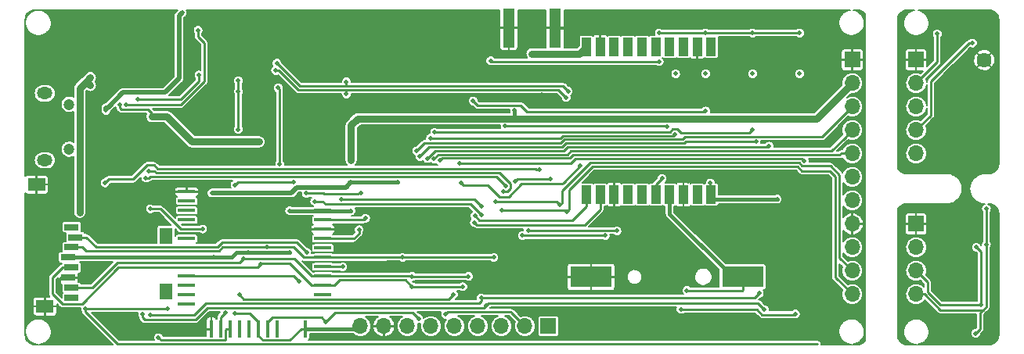
<source format=gbr>
G04 #@! TF.FileFunction,Copper,L2,Bot,Signal*
%FSLAX46Y46*%
G04 Gerber Fmt 4.6, Leading zero omitted, Abs format (unit mm)*
G04 Created by KiCad (PCBNEW 4.0.7-e2-6376~58~ubuntu16.04.1) date Thu Feb 15 15:21:06 2018*
%MOMM*%
%LPD*%
G01*
G04 APERTURE LIST*
%ADD10C,0.100000*%
%ADD11R,1.000760X1.998980*%
%ADD12R,1.498600X0.698500*%
%ADD13R,1.399540X1.798320*%
%ADD14R,1.899920X1.399540*%
%ADD15R,1.700000X1.700000*%
%ADD16O,1.700000X1.700000*%
%ADD17C,1.200000*%
%ADD18O,1.700000X1.300000*%
%ADD19R,1.270000X4.200000*%
%ADD20R,0.400000X1.900000*%
%ADD21R,1.900000X0.400000*%
%ADD22C,1.624000*%
%ADD23R,4.500000X2.300000*%
%ADD24C,0.500000*%
%ADD25C,0.254000*%
%ADD26C,0.508000*%
%ADD27C,0.762000*%
%ADD28C,0.381000*%
%ADD29C,0.203200*%
G04 APERTURE END LIST*
D10*
D11*
X24925020Y-3175000D03*
X23426420Y-3175000D03*
X21925280Y-3175000D03*
X20426680Y-3175000D03*
X18925540Y-3175000D03*
X17426940Y-3175000D03*
X15925800Y-3175000D03*
X14427200Y-3175000D03*
X12926060Y-3175000D03*
X11427460Y-3175000D03*
X11427460Y12827000D03*
X12926060Y12827000D03*
X14427200Y12827000D03*
X15925800Y12827000D03*
X17426940Y12827000D03*
X18925540Y12827000D03*
X20426680Y12827000D03*
X21925280Y12827000D03*
X23426420Y12827000D03*
X24925020Y12827000D03*
D12*
X-44246800Y-6690360D03*
X-43848020Y-7790180D03*
X-44246800Y-8890000D03*
X-44648120Y-9989820D03*
X-44246800Y-11089640D03*
X-44648120Y-12192000D03*
X-44246800Y-13291820D03*
X-44246800Y-14391640D03*
D13*
X-34048700Y-13690600D03*
X-34048700Y-7691120D03*
D14*
X-47147480Y-15290800D03*
X-48049180Y-2090420D03*
D15*
X7315200Y-17424400D03*
D16*
X4775200Y-17424400D03*
X2235200Y-17424400D03*
X-304800Y-17424400D03*
X-2844800Y-17424400D03*
X-5384800Y-17424400D03*
X-7924800Y-17424400D03*
X-10464800Y-17424400D03*
X-13004800Y-17424400D03*
D17*
X-44499800Y6590600D03*
X-44499800Y1740600D03*
D18*
X-47149800Y7790600D03*
X-47149800Y540600D03*
D19*
X3037200Y14884400D03*
X8037200Y14884400D03*
D20*
X-22020530Y-17729200D03*
X-23036530Y-17729200D03*
X-24052531Y-17729200D03*
X-25068531Y-17729200D03*
X-26084530Y-17729200D03*
X-27100530Y-17729200D03*
X-28116530Y-17729200D03*
X-29132530Y-17729200D03*
X-18972530Y-17729200D03*
D21*
X-31802930Y-12009750D03*
X-31802930Y-13025750D03*
X-31802930Y-14041750D03*
X-31802930Y-15057750D03*
X-31802930Y-7945750D03*
X-31802930Y-5913747D03*
X-31802930Y-4897750D03*
X-31802930Y-3881750D03*
X-31802930Y-2865750D03*
X-17072660Y-14049970D03*
X-17072660Y-13033970D03*
X-17072660Y-12017970D03*
X-17072660Y-11001970D03*
X-17072660Y-9985970D03*
X-17072660Y-8969970D03*
X-17072660Y-7953970D03*
X-17072660Y-6937966D03*
X-17072660Y-5921966D03*
X-17072660Y-4905970D03*
D22*
X54439600Y11393600D03*
D23*
X28316800Y-12090400D03*
X11916800Y-12090400D03*
D15*
X40182800Y11430000D03*
D16*
X40182800Y8890000D03*
X40182800Y6350000D03*
X40182800Y3810000D03*
X40182800Y1270000D03*
X40182800Y-1270000D03*
X40182800Y-3810000D03*
X40182800Y-6350000D03*
X40182800Y-8890000D03*
X40182800Y-11430000D03*
X40182800Y-13970000D03*
D15*
X47082800Y11430000D03*
D16*
X47082800Y8890000D03*
X47082800Y6350000D03*
X47082800Y3810000D03*
X47082800Y1270000D03*
D15*
X47082800Y-6350000D03*
D16*
X47082800Y-8890000D03*
X47082800Y-11430000D03*
X47082800Y-13970000D03*
D24*
X54546500Y-19189700D03*
X55257700Y-19189700D03*
X-24639681Y5370223D03*
X-23814681Y5370223D03*
X-23814681Y6220223D03*
X-24639681Y6220223D03*
X50927000Y-13436600D03*
X50927000Y-12700000D03*
X52095400Y-11856400D03*
X50927000Y-11861800D03*
X50800000Y-7874000D03*
X50038000Y-7112000D03*
X50038000Y-7874000D03*
X53619400Y-6019800D03*
X-36576000Y-18542000D03*
X-36576000Y-17983200D03*
X-36576000Y-17424400D03*
X6604000Y6604000D03*
X-38997283Y8665733D03*
X-38247283Y8665733D03*
X-38247283Y9415733D03*
X6604000Y7620000D03*
X6604000Y9245600D03*
X-38997283Y9415733D03*
X-25464681Y5370223D03*
X-22989681Y5370223D03*
X-22989681Y6220223D03*
X-25464681Y6220223D03*
X-45567600Y-13716000D03*
X22402800Y-1727200D03*
X22402800Y-812800D03*
X-31750000Y9194800D03*
X-31750000Y10414000D03*
X-31750000Y9804400D03*
X-42164000Y15544800D03*
X-42164000Y16357600D03*
X9194800Y14325600D03*
X9194800Y15443200D03*
X9194800Y14884400D03*
X-21183600Y14325600D03*
X-19964400Y14376400D03*
X-3251200Y4165600D03*
X-4165600Y4165600D03*
X-889000Y10541000D03*
X-2667000Y12319000D03*
X-1524000Y11176000D03*
X-2032000Y11684000D03*
X-45567600Y-13106400D03*
X-29083000Y-2997200D03*
X-28359100Y-2997200D03*
X49377600Y14224000D03*
X-8940800Y-1828800D03*
X-14020800Y3937000D03*
X-14020800Y3302000D03*
X-14020800Y2667000D03*
X-14020800Y2032000D03*
X32054800Y5054600D03*
X32054800Y-3657600D03*
X34036000Y-16103600D03*
X21640800Y-15595600D03*
X24841200Y-1930400D03*
X3690667Y-1760663D03*
X7569200Y-1473200D03*
X-26572392Y-16039492D03*
X-35712400Y-4724400D03*
X-30073600Y-6908716D03*
X-14020800Y-4934327D03*
X-20675600Y-4927600D03*
X-20692299Y-9482901D03*
X-28905200Y-9989820D03*
X-25146000Y-9482901D03*
X18491200Y5054600D03*
X34493200Y14325600D03*
X29413200Y14325600D03*
X24333200Y14325600D03*
X19304000Y14325600D03*
X3657600Y5943600D03*
X-14020800Y-1828800D03*
X6604000Y5054600D03*
X53543200Y-18211800D03*
X54686200Y-4724400D03*
X54686200Y-8610600D03*
X30683200Y-15646400D03*
X9448800Y8026400D03*
X-14528800Y9042400D03*
X9296400Y-5029200D03*
X2239086Y-4876800D03*
X-22047200Y11074400D03*
X-36576000Y-16154400D03*
X558800Y-15189200D03*
X53619400Y-8890000D03*
X54102000Y-15113000D03*
X8585200Y-4318000D03*
X9253372Y7336752D03*
X-35763200Y-16205200D03*
X30124400Y-13868400D03*
X-14528800Y7721600D03*
X1625600Y-3911600D03*
X-22199600Y10261600D03*
X50800Y-14376400D03*
X2641600Y4267200D03*
X20167600Y4216400D03*
X-4978400Y3556000D03*
X29413200Y3860800D03*
X29413200Y9906000D03*
X-5435600Y2946400D03*
X20995983Y3374226D03*
X21082000Y9906000D03*
X-8483600Y-9982200D03*
X1397000Y-9982200D03*
X-23114000Y-8890000D03*
X-7416800Y-13157200D03*
X-23774400Y-10718800D03*
X-1930400Y-13157200D03*
X-7416800Y-12039600D03*
X-25650520Y-10138600D03*
X-1320800Y-12039600D03*
X-35915600Y-609600D03*
X2438400Y-2870200D03*
X-36220400Y-1371600D03*
X2692400Y-2260600D03*
X13462000Y-7620000D03*
X4521200Y-7620000D03*
X14732000Y-7112000D03*
X5130800Y-7061200D03*
X24333200Y5892800D03*
X-812800Y6959600D03*
X24333200Y9906000D03*
X-32283400Y16535400D03*
X-40538400Y5943600D03*
X35001200Y457200D03*
X-2286000Y203200D03*
X34493200Y9906000D03*
X29768800Y2540000D03*
X-6604000Y939800D03*
X22301200Y-13563600D03*
X-42214800Y8636000D03*
X-42214800Y9499600D03*
X-43366399Y-5086552D03*
X-33909000Y-15544800D03*
X-42748200Y-15544800D03*
X-34340800Y5283200D03*
X-35560000Y5283200D03*
X-25501600Y2540000D03*
X-24892000Y2540000D03*
X-39031803Y6578600D03*
X-24282400Y2540000D03*
X-20269200Y-1828800D03*
X-26568400Y-2133600D03*
X-26212800Y9144000D03*
X-26212800Y7975600D03*
X-26212800Y3892423D03*
X1066800Y11328400D03*
X19304000Y11226800D03*
X19608800Y-1422400D03*
X-3810000Y-16154400D03*
X-40640000Y-1905000D03*
X-40640000Y-1905000D03*
X6350000Y-508000D03*
X5537200Y12090400D03*
X53210Y-5409953D03*
X-17957800Y-3911600D03*
X-18821400Y-9423400D03*
X-12928600Y-3048000D03*
X-18872200Y-3048000D03*
X-19685000Y-12573000D03*
X-6705600Y-16611600D03*
X-16738600Y-16941800D03*
X-34848800Y-18694400D03*
X-27647517Y-15968609D03*
X10783200Y-50800D03*
X-2159000Y-1879600D03*
X-6934200Y1549400D03*
X31191200Y2082800D03*
X-5789334Y725165D03*
X-30560200Y14630400D03*
X-38379400Y6578600D03*
X-37084000Y7112000D03*
X-30480000Y9779000D03*
X-21742400Y152400D03*
X-21894800Y8382000D03*
X53210Y-4433494D03*
X-14938970Y-11001970D03*
X-15036800Y-3657600D03*
X-13157200Y-6985000D03*
X-12446000Y-5740400D03*
X53187600Y13233400D03*
X-5080000Y685800D03*
X-4419600Y508000D03*
X-26113277Y-14040370D03*
X-2946400Y-13995400D03*
X-680455Y-6208488D03*
X-628346Y-5477083D03*
D25*
X55257700Y-19189700D02*
X54546500Y-19189700D01*
X50927000Y-11861800D02*
X50927000Y-12700000D01*
X50927000Y-11861800D02*
X52090000Y-11861800D01*
X52090000Y-11861800D02*
X52095400Y-11856400D01*
X50038000Y-7874000D02*
X50038000Y-7112000D01*
X-36576000Y-17983200D02*
X-36576000Y-18542000D01*
X-29132530Y-17729200D02*
X-36271200Y-17729200D01*
X-36271200Y-17729200D02*
X-36576000Y-17424400D01*
X-45567600Y-13106400D02*
X-45567600Y-13716000D01*
X-45567600Y-12293600D02*
X-45466000Y-12192000D01*
X-45466000Y-12192000D02*
X-44648120Y-12192000D01*
X-45567600Y-13106400D02*
X-45567600Y-12293600D01*
X22402800Y-812800D02*
X22402800Y-1727200D01*
X-31750000Y9804400D02*
X-31750000Y10414000D01*
X8037200Y14884400D02*
X9194800Y14884400D01*
X-19964400Y14376400D02*
X-21132800Y14376400D01*
X-21132800Y14376400D02*
X-21183600Y14325600D01*
X-1524000Y11176000D02*
X-889000Y10541000D01*
X-2032000Y11684000D02*
X-1524000Y11176000D01*
X-44648120Y-12192000D02*
X-44907200Y-12192000D01*
D26*
X-29083000Y-2997200D02*
X-28359100Y-2997200D01*
X-14020800Y-1828800D02*
X-14583599Y-2391599D01*
X-20466126Y-2997200D02*
X-28359100Y-2997200D01*
X-14583599Y-2391599D02*
X-19860525Y-2391599D01*
X-19860525Y-2391599D02*
X-20466126Y-2997200D01*
D27*
X32054800Y5054600D02*
X36347400Y5054600D01*
X36347400Y5054600D02*
X40182800Y8890000D01*
D25*
X21640800Y-15595600D02*
X29848886Y-15595600D01*
X29848886Y-15595600D02*
X30429087Y-16175801D01*
X30429087Y-16175801D02*
X33963799Y-16175801D01*
X33963799Y-16175801D02*
X34036000Y-16103600D01*
X24841200Y-1930400D02*
X24841200Y-3091180D01*
X24841200Y-3091180D02*
X24925020Y-3175000D01*
X47082800Y8890000D02*
X49377600Y11184800D01*
X49377600Y11184800D02*
X49377600Y14224000D01*
X-24052531Y-17729200D02*
X-24052531Y-18479200D01*
X-24052531Y-18479200D02*
X-23573130Y-18958601D01*
X-23573130Y-18958601D02*
X-20655931Y-18958601D01*
X-20655931Y-18958601D02*
X-19426530Y-17729200D01*
X-19426530Y-17729200D02*
X-18972530Y-17729200D01*
D28*
X24925020Y-3657600D02*
X32054800Y-3657600D01*
X-18972530Y-17729200D02*
X-13309600Y-17729200D01*
X-13309600Y-17729200D02*
X-13004800Y-17424400D01*
X-14020800Y-1828800D02*
X-8940800Y-1828800D01*
D27*
X-14020800Y4318000D02*
X-14020800Y3937000D01*
X-14020800Y3937000D02*
X-14020800Y508000D01*
D25*
X-14020800Y3302000D02*
X-14020800Y3937000D01*
D27*
X21259800Y5054600D02*
X32054800Y5054600D01*
D25*
X7569200Y-1473200D02*
X3978130Y-1473200D01*
X3978130Y-1473200D02*
X3690667Y-1760663D01*
D28*
X-14020800Y-4934327D02*
X-17044303Y-4934327D01*
X-17044303Y-4934327D02*
X-17072660Y-4905970D01*
X-20675600Y-4927600D02*
X-17094290Y-4927600D01*
X-17094290Y-4927600D02*
X-17072660Y-4905970D01*
D25*
X-26572392Y-16039492D02*
X-24992239Y-16039492D01*
X-24992239Y-16039492D02*
X-24052531Y-16979200D01*
X-24052531Y-16979200D02*
X-24052531Y-17729200D01*
X-30073600Y-6908716D02*
X-32460883Y-6908716D01*
X-32460883Y-6908716D02*
X-34645199Y-4724400D01*
X-34645199Y-4724400D02*
X-35712400Y-4724400D01*
D28*
X-44648120Y-9989820D02*
X-28905200Y-9989820D01*
X-28905200Y-9989820D02*
X-26957020Y-9989820D01*
X-25146000Y-9482901D02*
X-20692299Y-9482901D01*
X-26450101Y-9482901D02*
X-25146000Y-9482901D01*
X-26957020Y-9989820D02*
X-26450101Y-9482901D01*
D27*
X18796000Y5054600D02*
X21259800Y5054600D01*
X6604000Y5054600D02*
X18796000Y5054600D01*
D25*
X18796000Y5054600D02*
X18774600Y5054600D01*
X29413200Y14325600D02*
X34493200Y14325600D01*
X24333200Y14325600D02*
X29413200Y14325600D01*
X19304000Y14325600D02*
X24333200Y14325600D01*
D27*
X-13284200Y5054600D02*
X3657600Y5054600D01*
X3657600Y5054600D02*
X6604000Y5054600D01*
D28*
X3657600Y5590047D02*
X3657600Y5054600D01*
X3657600Y5943600D02*
X3657600Y5590047D01*
D27*
X-14020800Y4318000D02*
X-13284200Y5054600D01*
D25*
X2239086Y-4876800D02*
X9144000Y-4876800D01*
X9144000Y-4876800D02*
X9296400Y-5029200D01*
X558800Y-15189200D02*
X808799Y-14939201D01*
X808799Y-14939201D02*
X29976001Y-14939201D01*
X29976001Y-14939201D02*
X30683200Y-15646400D01*
X9296400Y-5029200D02*
X9546399Y-4779201D01*
X9546399Y-4779201D02*
X9546399Y-2696401D01*
X9546399Y-2696401D02*
X12090378Y-152422D01*
X12090378Y-152422D02*
X34252558Y-152422D01*
X34252558Y-152422D02*
X34709736Y-609600D01*
X34709736Y-609600D02*
X37769800Y-609600D01*
X37769800Y-609600D02*
X38379390Y-1219190D01*
X38379390Y-1219190D02*
X38379390Y-12166590D01*
X38379390Y-12166590D02*
X38430200Y-12217400D01*
X38430200Y-12217400D02*
X40182800Y-13970000D01*
X54330600Y-15667914D02*
X50165000Y-15667914D01*
X47964650Y-13970000D02*
X49662564Y-15667914D01*
X49662564Y-15667914D02*
X50165000Y-15667914D01*
X47082800Y-13970000D02*
X47964650Y-13970000D01*
X54000400Y-17678400D02*
X54000400Y-15998114D01*
X54000400Y-17678400D02*
X54000400Y-17754600D01*
X54000400Y-17754600D02*
X53543200Y-18211800D01*
X54330600Y-15667914D02*
X54686200Y-15312314D01*
X54000400Y-15998114D02*
X54330600Y-15667914D01*
X54686200Y-8610600D02*
X54686200Y-4724400D01*
X54686200Y-10668000D02*
X54686200Y-10312400D01*
X54686200Y-15312314D02*
X54686200Y-10668000D01*
X54686200Y-10668000D02*
X54686200Y-8610600D01*
X-14884400Y8585200D02*
X8890000Y8585200D01*
X8890000Y8585200D02*
X9448800Y8026400D01*
X-14884400Y8585200D02*
X-14630400Y8585200D01*
X-19558000Y8585200D02*
X-14884400Y8585200D01*
X-36576000Y-16154400D02*
X-36576000Y-16507953D01*
X-36576000Y-16507953D02*
X-36349352Y-16734601D01*
X-36349352Y-16734601D02*
X-30857001Y-16734601D01*
X-30857001Y-16734601D02*
X-29561599Y-15439199D01*
X-29561599Y-15439199D02*
X308801Y-15439199D01*
X308801Y-15439199D02*
X558800Y-15189200D01*
X9448800Y8149514D02*
X9448800Y8026400D01*
X-14528800Y9042400D02*
X-14528800Y8686800D01*
X-14528800Y8686800D02*
X-14630400Y8585200D01*
X-22047200Y11074400D02*
X-19558000Y8585200D01*
X1625600Y-3911600D02*
X8178800Y-3911600D01*
X8178800Y-3911600D02*
X8585200Y-4318000D01*
X50800Y-14376400D02*
X29616400Y-14376400D01*
X29616400Y-14376400D02*
X30124400Y-13868400D01*
X8585200Y-4318000D02*
X8835199Y-4068001D01*
X8835199Y-4068001D02*
X8835199Y-2782315D01*
X38785800Y-10033000D02*
X40182800Y-11430000D01*
X8835199Y-2782315D02*
X11871503Y253989D01*
X34420897Y253989D02*
X34747087Y-72201D01*
X11871503Y253989D02*
X34420897Y253989D01*
X37807151Y-72201D02*
X38785800Y-1050850D01*
X34747087Y-72201D02*
X37807151Y-72201D01*
X38785800Y-1050850D02*
X38785800Y-10033000D01*
X54102000Y-9372600D02*
X53619400Y-8890000D01*
X54102000Y-15113000D02*
X49682400Y-15113000D01*
X49682400Y-15113000D02*
X48352800Y-13783400D01*
X48352800Y-13783400D02*
X48352800Y-12700000D01*
X48352800Y-12700000D02*
X47082800Y-11430000D01*
X54102000Y-15113000D02*
X54102000Y-9372600D01*
X50800Y-14376400D02*
X50800Y-14729953D01*
X50800Y-14729953D02*
X-155029Y-14935782D01*
X-155029Y-14935782D02*
X-29687733Y-14935782D01*
X-29687733Y-14935782D02*
X-30957151Y-16205200D01*
X-30957151Y-16205200D02*
X-35763200Y-16205200D01*
X8231657Y8178790D02*
X8411334Y8178790D01*
X8411334Y8178790D02*
X9253372Y7336752D01*
X8231657Y8178790D02*
X8063730Y8178790D01*
X8063730Y8178790D02*
X7061210Y8178790D01*
X-18846810Y8178790D02*
X-14528800Y8178790D01*
X-14528800Y8178790D02*
X7061210Y8178790D01*
X-14528800Y7721600D02*
X-14528800Y8178790D01*
X-21809150Y10261600D02*
X-19710400Y8162850D01*
X-18862750Y8162850D02*
X-18846810Y8178790D01*
X-19710400Y8162850D02*
X-18862750Y8162850D01*
X-22199600Y10261600D02*
X-21809150Y10261600D01*
X2641600Y4267200D02*
X20116800Y4267200D01*
X20116800Y4267200D02*
X20167600Y4216400D01*
X-4978400Y3556000D02*
X-4775200Y3556000D01*
X7924800Y3606874D02*
X20445117Y3606874D01*
X-4775200Y3556000D02*
X-4724400Y3606800D01*
X-4724400Y3606800D02*
X7924726Y3606800D01*
X7924726Y3606800D02*
X7924800Y3606874D01*
X20445117Y3606874D02*
X20741870Y3903627D01*
X20741870Y3903627D02*
X21250096Y3903627D01*
X21250096Y3903627D02*
X21648523Y3505200D01*
X21648523Y3505200D02*
X29057600Y3505200D01*
X29057600Y3505200D02*
X29413200Y3860800D01*
X-5435600Y2946400D02*
X8638919Y2946400D01*
X8638919Y2946400D02*
X8892983Y3200464D01*
X8892983Y3200464D02*
X20783159Y3200464D01*
X20783159Y3200464D02*
X20956921Y3374226D01*
X20956921Y3374226D02*
X20995983Y3374226D01*
X1397000Y-9982200D02*
X-8483600Y-9982200D01*
X-8483600Y-9982200D02*
X-10160000Y-9982200D01*
X-23114000Y-8890000D02*
X-27940000Y-8890000D01*
X-27940000Y-8890000D02*
X-28326091Y-9276091D01*
X-28326091Y-9276091D02*
X-42692309Y-9276091D01*
X-42692309Y-9276091D02*
X-43078400Y-8890000D01*
X-43078400Y-8890000D02*
X-44246800Y-8890000D01*
X-23114000Y-8890000D02*
X-20272970Y-8890000D01*
X-19177000Y-9985970D02*
X-17072660Y-9985970D01*
X-20272970Y-8890000D02*
X-19177000Y-9985970D01*
X-17072660Y-9985970D02*
X-10163770Y-9985970D01*
X-10163770Y-9985970D02*
X-10160000Y-9982200D01*
X-15280690Y-12446000D02*
X-8128000Y-12446000D01*
X-8128000Y-12446000D02*
X-7416800Y-13157200D01*
X-17072660Y-13033970D02*
X-15868660Y-13033970D01*
X-15868660Y-13033970D02*
X-15280690Y-12446000D01*
X-1930400Y-13157200D02*
X-7416800Y-13157200D01*
X-24790400Y-11074400D02*
X-39166800Y-11074400D01*
X-24231600Y-11074400D02*
X-24790400Y-11074400D01*
X-24790400Y-11074400D02*
X-24130000Y-11074400D01*
X-24130000Y-11074400D02*
X-23774400Y-10718800D01*
X-46325602Y-12165142D02*
X-46325602Y-13914310D01*
X-44246800Y-11089640D02*
X-45250100Y-11089640D01*
X-45250100Y-11089640D02*
X-46325602Y-12165142D01*
X-20642630Y-10668000D02*
X-23723600Y-10668000D01*
X-23723600Y-10668000D02*
X-23774400Y-10718800D01*
X-45219621Y-15020291D02*
X-46325602Y-13914310D01*
X-43112691Y-15020291D02*
X-45219621Y-15020291D01*
X-39166800Y-11074400D02*
X-43112691Y-15020291D01*
X-20642630Y-10668000D02*
X-18276660Y-13033970D01*
X-18276660Y-13033970D02*
X-17072660Y-13033970D01*
X-7416800Y-12039600D02*
X-1320800Y-12039600D01*
X-17072660Y-12017970D02*
X-7438430Y-12017970D01*
X-7438430Y-12017970D02*
X-7416800Y-12039600D01*
X-25650520Y-10138600D02*
X-26060400Y-10548480D01*
X-26060400Y-10548480D02*
X-39250480Y-10548480D01*
X-39250480Y-10548480D02*
X-41993820Y-13291820D01*
X-41993820Y-13291820D02*
X-44246800Y-13291820D01*
X-18276660Y-12017970D02*
X-19913600Y-10381030D01*
X-25650520Y-10138600D02*
X-20156030Y-10138600D01*
X-20156030Y-10138600D02*
X-19913600Y-10381030D01*
X-17072660Y-12017970D02*
X-18276660Y-12017970D01*
X2053504Y-838190D02*
X-35077400Y-838190D01*
X-35077400Y-838190D02*
X-35305990Y-609600D01*
X-35305990Y-609600D02*
X-35915600Y-609600D01*
X2438400Y-2870200D02*
X2866314Y-2870200D01*
X2866314Y-2870200D02*
X3221801Y-2514713D01*
X3221801Y-2514713D02*
X3221801Y-2006487D01*
X3221801Y-2006487D02*
X2053504Y-838190D01*
X-36220400Y-1371600D02*
X-35866847Y-1371600D01*
X-35739847Y-1244600D02*
X-19177000Y-1244600D01*
X-35866847Y-1371600D02*
X-35739847Y-1244600D01*
X-19177000Y-1244600D02*
X-19151600Y-1270000D01*
X-19151600Y-1270000D02*
X1701800Y-1270000D01*
X1701800Y-1270000D02*
X2692400Y-2260600D01*
X10668000Y-7620000D02*
X13462000Y-7620000D01*
X4521200Y-7620000D02*
X10668000Y-7620000D01*
X11430000Y-7061200D02*
X14681200Y-7061200D01*
X14681200Y-7061200D02*
X14732000Y-7112000D01*
X5130800Y-7061200D02*
X11430000Y-7061200D01*
X8534400Y5791200D02*
X24231600Y5791200D01*
X24231600Y5791200D02*
X24333200Y5892800D01*
X5029200Y5791200D02*
X8534400Y5791200D01*
X4347399Y6473001D02*
X5029200Y5791200D01*
X-812800Y6959600D02*
X-326201Y6473001D01*
X-326201Y6473001D02*
X4347399Y6473001D01*
D26*
X-40538400Y5943600D02*
X-40538400Y6248400D01*
X-38707877Y7874000D02*
X-34163000Y7874000D01*
X-34163000Y7874000D02*
X-32639000Y9398000D01*
X-40538400Y6248400D02*
X-40333477Y6248400D01*
X-32639000Y9398000D02*
X-32639000Y16179800D01*
X-40333477Y6248400D02*
X-38707877Y7874000D01*
X-32639000Y16179800D02*
X-32283400Y16535400D01*
D25*
X-2286000Y203200D02*
X9753600Y203200D01*
X9753600Y203200D02*
X10261600Y711200D01*
X10261600Y711200D02*
X34747200Y711200D01*
X34747200Y711200D02*
X35001200Y457200D01*
X-6604000Y939800D02*
X-5562567Y1981233D01*
X-5562567Y1981233D02*
X8823252Y1981233D01*
X8823252Y1981233D02*
X9229661Y2387642D01*
X9229661Y2387642D02*
X21983439Y2387642D01*
X21983439Y2387642D02*
X22186639Y2590842D01*
X22186639Y2590842D02*
X28702000Y2590842D01*
X29667200Y2590800D02*
X28805647Y2590800D01*
X28805647Y2590800D02*
X28805605Y2590842D01*
X29768800Y2540000D02*
X29718000Y2540000D01*
X29718000Y2540000D02*
X29667200Y2590800D01*
X28702000Y2590842D02*
X28826011Y2590842D01*
X28805605Y2590842D02*
X28702000Y2590842D01*
X22301200Y-13563600D02*
X28247600Y-13563600D01*
X28247600Y-13563600D02*
X28316800Y-13494400D01*
X28316800Y-13494400D02*
X28316800Y-12090400D01*
D28*
X20426680Y-3657600D02*
X20426680Y-5300280D01*
X20426680Y-5300280D02*
X27216800Y-12090400D01*
X28436000Y-12090400D02*
X29536000Y-12090400D01*
D25*
X-42748200Y-15544800D02*
X-42748200Y-15898353D01*
X-42748200Y-15898353D02*
X-39281542Y-19365011D01*
X-39281542Y-19365011D02*
X36413389Y-19365011D01*
D27*
X-43366399Y8348001D02*
X-42773600Y8940800D01*
X-42773600Y8940800D02*
X-42214800Y9499600D01*
X-42214800Y8636000D02*
X-42519600Y8940800D01*
X-42519600Y8940800D02*
X-42773600Y8940800D01*
X-43366399Y-5086552D02*
X-43366399Y8026400D01*
X-43366399Y8026400D02*
X-43366399Y8348001D01*
D25*
X-33909000Y-15544800D02*
X-42748200Y-15544800D01*
X-38851956Y6045200D02*
X-36017200Y6045200D01*
X-35560000Y5283200D02*
X-35560000Y5636753D01*
X-35560000Y5636753D02*
X-35968447Y6045200D01*
X-35968447Y6045200D02*
X-36017200Y6045200D01*
D27*
X-35560000Y5283200D02*
X-34340800Y5283200D01*
X-34340800Y5283200D02*
X-33973553Y5283200D01*
X-24688800Y2540000D02*
X-25552400Y2540000D01*
X-25552400Y2540000D02*
X-31230353Y2540000D01*
X-23977181Y2540000D02*
X-24688800Y2540000D01*
D25*
X-39031803Y6225047D02*
X-38851956Y6045200D01*
D27*
X-33973553Y5283200D02*
X-31230353Y2540000D01*
D25*
X-39031803Y6578600D02*
X-39031803Y6225047D01*
X-25400000Y-1828800D02*
X-20269200Y-1828800D01*
X-25654000Y-1828800D02*
X-25400000Y-1828800D01*
X-25400000Y-1828800D02*
X-26263600Y-1828800D01*
X-26263600Y-1828800D02*
X-26568400Y-2133600D01*
X-26212800Y8329153D02*
X-26212800Y9144000D01*
X-26212800Y7975600D02*
X-26212800Y8329153D01*
X-26212800Y3892423D02*
X-26212800Y7975600D01*
X19304000Y11226800D02*
X1168400Y11226800D01*
X1168400Y11226800D02*
X1066800Y11328400D01*
X18925540Y-3175000D02*
X18925540Y-2105660D01*
X18925540Y-2105660D02*
X19608800Y-1422400D01*
X-3810000Y-16154400D02*
X-3560001Y-15904401D01*
X-3560001Y-15904401D02*
X3255201Y-15904401D01*
X3255201Y-15904401D02*
X3319399Y-15968599D01*
X3319399Y-15968599D02*
X4775200Y-17424400D01*
X-39941500Y-1524001D02*
X-37604701Y-1524001D01*
X-40640000Y-1905000D02*
X-40259001Y-1524001D01*
X-40259001Y-1524001D02*
X-39941500Y-1524001D01*
X-37604701Y-1524001D02*
X-36080700Y0D01*
X-36080700Y0D02*
X-35340840Y0D01*
X-35340840Y0D02*
X-34934440Y-406400D01*
X-34934440Y-406400D02*
X5894847Y-406400D01*
X5894847Y-406400D02*
X5996447Y-508000D01*
X5996447Y-508000D02*
X6350000Y-508000D01*
D27*
X5537200Y12090400D02*
X10690860Y12090400D01*
X10690860Y12090400D02*
X11427460Y12827000D01*
D25*
X-18821400Y-9423400D02*
X-19884201Y-8360599D01*
X-19884201Y-8360599D02*
X-27985349Y-8360599D01*
X-27985349Y-8360599D02*
X-28494431Y-8869681D01*
X-28494431Y-8869681D02*
X-41592499Y-8869681D01*
X-41592499Y-8869681D02*
X-42672000Y-7790180D01*
X-42672000Y-7790180D02*
X-43848020Y-7790180D01*
X-17957800Y-3911600D02*
X-17068800Y-3911600D01*
X-17068800Y-3911600D02*
X-16764000Y-4216400D01*
X-16764000Y-4216400D02*
X-1140343Y-4216400D01*
X-1140343Y-4216400D02*
X-196789Y-5159954D01*
X-196789Y-5159954D02*
X53210Y-5409953D01*
X-18872200Y-3048000D02*
X-16984600Y-3048000D01*
X-16984600Y-3048000D02*
X-16980599Y-3052001D01*
X-12928600Y-3048000D02*
X-13174598Y-3048000D01*
X-13174598Y-3048000D02*
X-13178599Y-3052001D01*
X-16980599Y-3052001D02*
X-13178599Y-3052001D01*
X-24231600Y-12009750D02*
X-23270850Y-12009750D01*
X-31802930Y-12009750D02*
X-24231600Y-12009750D01*
X-24231600Y-12009750D02*
X-20248250Y-12009750D01*
X-20248250Y-12009750D02*
X-19685000Y-12573000D01*
X-8077200Y-15968599D02*
X-15765399Y-15968599D01*
X-6705600Y-16611600D02*
X-7348601Y-15968599D01*
X-7348601Y-15968599D02*
X-8077200Y-15968599D01*
X-15765399Y-15968599D02*
X-16738600Y-16941800D01*
X-23036530Y-17729200D02*
X-23036530Y-16979200D01*
X-23036530Y-16979200D02*
X-22557129Y-16499799D01*
X-22557129Y-16499799D02*
X-17180601Y-16499799D01*
X-17180601Y-16499799D02*
X-16738600Y-16941800D01*
X-34584599Y-18958601D02*
X-34848800Y-18694400D01*
X-27100530Y-17729200D02*
X-27554530Y-17729200D01*
X-27554530Y-17729200D02*
X-27637129Y-17811799D01*
X-27637129Y-17811799D02*
X-27637129Y-18902721D01*
X-27637129Y-18902721D02*
X-27693009Y-18958601D01*
X-27693009Y-18958601D02*
X-34584599Y-18958601D01*
X-28116530Y-16437622D02*
X-27897516Y-16218608D01*
X-28116530Y-17729200D02*
X-28116530Y-16437622D01*
X-27897516Y-16218608D02*
X-27647517Y-15968609D01*
X2603500Y-3399601D02*
X2028001Y-3399601D01*
X4410899Y-2002601D02*
X3013899Y-3399601D01*
X3013899Y-3399601D02*
X2603500Y-3399601D01*
X10783200Y-50800D02*
X8966200Y-1867800D01*
X8966200Y-1867800D02*
X8831399Y-2002601D01*
X8831399Y-2002601D02*
X4410899Y-2002601D01*
X2028001Y-3399601D02*
X757999Y-2129599D01*
X757999Y-2129599D02*
X-1909001Y-2129599D01*
X-1909001Y-2129599D02*
X-2159000Y-1879600D01*
X40182800Y6350000D02*
X36931590Y3098790D01*
X36931590Y3098790D02*
X22119836Y3098790D01*
X9061322Y2794053D02*
X8654913Y2387644D01*
X22119836Y3098790D02*
X21815099Y2794053D01*
X21815099Y2794053D02*
X9061322Y2794053D01*
X8654913Y2387644D02*
X-6095956Y2387644D01*
X-6095956Y2387644D02*
X-6934200Y1549400D01*
X-5789334Y725165D02*
X-4939677Y1574822D01*
X-4939677Y1574822D02*
X8991591Y1574822D01*
X8991591Y1574822D02*
X9398000Y1981231D01*
X9398000Y1981231D02*
X31038831Y1981231D01*
X31038831Y1981231D02*
X31140400Y2082800D01*
X31140400Y2082800D02*
X31191200Y2082800D01*
X-30560200Y14630400D02*
X-30560200Y13919200D01*
X-29921200Y13280200D02*
X-29921200Y9077250D01*
X-30560200Y13919200D02*
X-29921200Y13280200D01*
X-32419850Y6578600D02*
X-32766000Y6578600D01*
X-32766000Y6578600D02*
X-38379400Y6578600D01*
X-29921200Y9077250D02*
X-32419850Y6578600D01*
X-31826200Y7747000D02*
X-30480000Y9093200D01*
X-30480000Y9093200D02*
X-30480000Y9779000D01*
X-31826200Y7747000D02*
X-31902400Y7670800D01*
X-37084000Y7112000D02*
X-32461200Y7112000D01*
X-32461200Y7112000D02*
X-31826200Y7747000D01*
X-21742400Y152400D02*
X-21742400Y8229600D01*
X-21742400Y8229600D02*
X-21894800Y8382000D01*
X-621084Y-3759200D02*
X-508000Y-3872284D01*
X-508000Y-3872284D02*
X-196789Y-4183495D01*
X-15036800Y-3657600D02*
X-722684Y-3657600D01*
X-722684Y-3657600D02*
X-508000Y-3872284D01*
X-196789Y-4183495D02*
X53210Y-4433494D01*
X-17072660Y-11001970D02*
X-14938970Y-11001970D01*
X-17072660Y-7953970D02*
X-13741400Y-7953970D01*
X-13157200Y-6985000D02*
X-13157200Y-7369770D01*
X-13157200Y-7369770D02*
X-13741400Y-7953970D01*
X-17072660Y-7953970D02*
X-16322660Y-7953970D01*
X-17072660Y-5921966D02*
X-12627566Y-5921966D01*
X-12627566Y-5921966D02*
X-12446000Y-5740400D01*
X48666400Y5393600D02*
X47082800Y3810000D01*
X48666400Y9065753D02*
X48666400Y5393600D01*
X53187600Y13233400D02*
X52834047Y13233400D01*
X52834047Y13233400D02*
X48666400Y9065753D01*
X-5080000Y685800D02*
X-4597389Y1168411D01*
X-4597389Y1168411D02*
X9397991Y1168411D01*
X37896820Y1524020D02*
X39332801Y2960001D01*
X9397991Y1168411D02*
X9753600Y1524020D01*
X9753600Y1524020D02*
X37896820Y1524020D01*
X39332801Y2960001D02*
X40182800Y3810000D01*
X-4419600Y508000D02*
X-4165600Y762000D01*
X-4165600Y762000D02*
X9651990Y762000D01*
X9651990Y762000D02*
X10007600Y1117610D01*
X10007600Y1117610D02*
X38828329Y1117610D01*
X38828329Y1117610D02*
X38980719Y1270000D01*
X38980719Y1270000D02*
X40182800Y1270000D01*
X-26113277Y-14040370D02*
X-25624276Y-14529371D01*
X-25624276Y-14529371D02*
X-3480371Y-14529371D01*
X-3480371Y-14529371D02*
X-2946400Y-13995400D01*
X-395627Y-6458487D02*
X10464800Y-6458487D01*
X12926060Y-4781626D02*
X11249199Y-6458487D01*
X10464800Y-6458487D02*
X10624283Y-6458487D01*
X12926060Y-3175000D02*
X12926060Y-4781626D01*
X11249199Y-6458487D02*
X10464800Y-6458487D01*
X-395627Y-6458487D02*
X-645626Y-6208488D01*
X11427460Y-3175000D02*
X11427460Y-4428490D01*
X11427460Y-4428490D02*
X9916596Y-5939354D01*
X9916596Y-5939354D02*
X-166075Y-5939354D01*
X-166075Y-5939354D02*
X-628346Y-5477083D01*
D29*
G36*
X-32772071Y16836992D02*
X-33034131Y16574931D01*
X-33066884Y16535057D01*
X-33100073Y16495504D01*
X-33101489Y16492929D01*
X-33103354Y16490658D01*
X-33127740Y16445178D01*
X-33152613Y16399935D01*
X-33153502Y16397133D01*
X-33154890Y16394544D01*
X-33169971Y16345216D01*
X-33185589Y16295981D01*
X-33185917Y16293058D01*
X-33186775Y16290251D01*
X-33191988Y16238937D01*
X-33197746Y16187602D01*
X-33197786Y16181861D01*
X-33197797Y16181750D01*
X-33197787Y16181647D01*
X-33197800Y16179800D01*
X-33197800Y9629463D01*
X-34394462Y8432800D01*
X-38707877Y8432800D01*
X-38759200Y8427768D01*
X-38810668Y8423265D01*
X-38813492Y8422445D01*
X-38816415Y8422158D01*
X-38865805Y8407246D01*
X-38915397Y8392838D01*
X-38918007Y8391485D01*
X-38920819Y8390636D01*
X-38966374Y8366414D01*
X-39012221Y8342649D01*
X-39014518Y8340815D01*
X-39017112Y8339436D01*
X-39057097Y8306825D01*
X-39097453Y8274610D01*
X-39101544Y8270576D01*
X-39101627Y8270508D01*
X-39101691Y8270431D01*
X-39103008Y8269132D01*
X-40567824Y6804315D01*
X-40590785Y6802064D01*
X-40643109Y6797302D01*
X-40644987Y6796749D01*
X-40646938Y6796558D01*
X-40697301Y6781352D01*
X-40747730Y6766510D01*
X-40749466Y6765602D01*
X-40751342Y6765036D01*
X-40797752Y6740359D01*
X-40844378Y6715984D01*
X-40845906Y6714755D01*
X-40847635Y6713836D01*
X-40888389Y6680598D01*
X-40929372Y6647647D01*
X-40930630Y6646147D01*
X-40932150Y6644908D01*
X-40965682Y6604374D01*
X-40999473Y6564104D01*
X-41000417Y6562387D01*
X-41001666Y6560877D01*
X-41026669Y6514636D01*
X-41052013Y6468535D01*
X-41052606Y6466666D01*
X-41053537Y6464944D01*
X-41069085Y6414718D01*
X-41084989Y6364581D01*
X-41085207Y6362635D01*
X-41085787Y6360762D01*
X-41091279Y6308508D01*
X-41097146Y6256202D01*
X-41097172Y6252433D01*
X-41097186Y6252301D01*
X-41097174Y6252168D01*
X-41097200Y6248400D01*
X-41097200Y5943600D01*
X-41093767Y5908583D01*
X-41093929Y5896951D01*
X-41091132Y5881711D01*
X-41086558Y5835062D01*
X-41076388Y5801377D01*
X-41074288Y5789937D01*
X-41068584Y5775531D01*
X-41055036Y5730658D01*
X-41038517Y5699591D01*
X-41034235Y5688775D01*
X-41025840Y5675748D01*
X-41003836Y5634365D01*
X-40981601Y5607101D01*
X-40975297Y5597320D01*
X-40964530Y5586171D01*
X-40934908Y5549850D01*
X-40907792Y5527418D01*
X-40899716Y5519055D01*
X-40886998Y5510216D01*
X-40850877Y5480334D01*
X-40819925Y5463598D01*
X-40810374Y5456960D01*
X-40796175Y5450756D01*
X-40754944Y5428463D01*
X-40721332Y5418058D01*
X-40710672Y5413401D01*
X-40695539Y5410074D01*
X-40650762Y5396213D01*
X-40615765Y5392535D01*
X-40604408Y5390038D01*
X-40588920Y5389714D01*
X-40542301Y5384814D01*
X-40507262Y5388003D01*
X-40495630Y5387759D01*
X-40480367Y5390450D01*
X-40433691Y5394698D01*
X-40399939Y5404632D01*
X-40388482Y5406652D01*
X-40374032Y5412257D01*
X-40329070Y5425490D01*
X-40297888Y5441792D01*
X-40287043Y5445998D01*
X-40273961Y5454300D01*
X-40232422Y5476016D01*
X-40204997Y5498066D01*
X-40195179Y5504297D01*
X-40183960Y5514981D01*
X-40147428Y5544353D01*
X-40124814Y5571303D01*
X-40116387Y5579328D01*
X-40107451Y5591996D01*
X-40077327Y5627896D01*
X-40060378Y5658726D01*
X-40053670Y5668235D01*
X-40047366Y5682394D01*
X-40024787Y5723465D01*
X-40014147Y5757008D01*
X-40009417Y5767631D01*
X-40005985Y5782736D01*
X-39999516Y5803130D01*
X-39984257Y5815575D01*
X-39943901Y5847790D01*
X-39939814Y5851821D01*
X-39939727Y5851892D01*
X-39939660Y5851973D01*
X-39938346Y5853269D01*
X-39504203Y6287411D01*
X-39468700Y6232320D01*
X-39463603Y6227042D01*
X-39463603Y6225047D01*
X-39459714Y6185386D01*
X-39456235Y6145617D01*
X-39455600Y6143432D01*
X-39455379Y6141177D01*
X-39443864Y6103036D01*
X-39432723Y6064690D01*
X-39431678Y6062674D01*
X-39431022Y6060501D01*
X-39412310Y6025309D01*
X-39393941Y5989872D01*
X-39392523Y5988095D01*
X-39391458Y5986093D01*
X-39366262Y5955199D01*
X-39341365Y5924011D01*
X-39338248Y5920850D01*
X-39338196Y5920786D01*
X-39338137Y5920737D01*
X-39337132Y5919718D01*
X-39157285Y5739871D01*
X-39126496Y5714581D01*
X-39095909Y5688916D01*
X-39093913Y5687819D01*
X-39092164Y5686382D01*
X-39057081Y5667570D01*
X-39022060Y5648317D01*
X-39019894Y5647630D01*
X-39017895Y5646558D01*
X-38979797Y5634911D01*
X-38941732Y5622836D01*
X-38939472Y5622582D01*
X-38937305Y5621920D01*
X-38897640Y5617890D01*
X-38857985Y5613442D01*
X-38853554Y5613411D01*
X-38853464Y5613402D01*
X-38853380Y5613410D01*
X-38851956Y5613400D01*
X-36157370Y5613400D01*
X-36192214Y5548958D01*
X-36231793Y5421099D01*
X-36245783Y5287988D01*
X-36233653Y5154694D01*
X-36195863Y5026295D01*
X-36133853Y4907681D01*
X-36049985Y4803371D01*
X-35947454Y4717337D01*
X-35830165Y4652857D01*
X-35702586Y4612386D01*
X-35569575Y4597467D01*
X-35560000Y4597400D01*
X-34257621Y4597400D01*
X-31715287Y2055066D01*
X-31666326Y2014849D01*
X-31617807Y1974137D01*
X-31614645Y1972399D01*
X-31611860Y1970111D01*
X-31556018Y1940168D01*
X-31500518Y1909657D01*
X-31497084Y1908568D01*
X-31493903Y1906862D01*
X-31433317Y1888339D01*
X-31372939Y1869186D01*
X-31369353Y1868784D01*
X-31365906Y1867730D01*
X-31302883Y1861328D01*
X-31239928Y1854267D01*
X-31232882Y1854218D01*
X-31232747Y1854204D01*
X-31232621Y1854216D01*
X-31230353Y1854200D01*
X-23977181Y1854200D01*
X-23843975Y1867261D01*
X-23715843Y1905946D01*
X-23597665Y1968783D01*
X-23493943Y2053376D01*
X-23408627Y2156506D01*
X-23344967Y2274242D01*
X-23305388Y2402101D01*
X-23291398Y2535212D01*
X-23303528Y2668506D01*
X-23341318Y2796905D01*
X-23403328Y2915519D01*
X-23487196Y3019829D01*
X-23589727Y3105863D01*
X-23707016Y3170343D01*
X-23834595Y3210814D01*
X-23967606Y3225733D01*
X-23977181Y3225800D01*
X-30946285Y3225800D01*
X-33488619Y5768134D01*
X-33537580Y5808351D01*
X-33586099Y5849063D01*
X-33589261Y5850801D01*
X-33592046Y5853089D01*
X-33647888Y5883032D01*
X-33703388Y5913543D01*
X-33706822Y5914632D01*
X-33710003Y5916338D01*
X-33770589Y5934861D01*
X-33830967Y5954014D01*
X-33834553Y5954416D01*
X-33838000Y5955470D01*
X-33901023Y5961872D01*
X-33963978Y5968933D01*
X-33971024Y5968982D01*
X-33971159Y5968996D01*
X-33971285Y5968984D01*
X-33973553Y5969000D01*
X-35281589Y5969000D01*
X-35459389Y6146800D01*
X-32419850Y6146800D01*
X-32380189Y6150689D01*
X-32340420Y6154168D01*
X-32338235Y6154803D01*
X-32335980Y6155024D01*
X-32297839Y6166539D01*
X-32259493Y6177680D01*
X-32257477Y6178725D01*
X-32255304Y6179381D01*
X-32220112Y6198093D01*
X-32184675Y6216462D01*
X-32182898Y6217880D01*
X-32180896Y6218945D01*
X-32150002Y6244141D01*
X-32118814Y6269038D01*
X-32115653Y6272155D01*
X-32115589Y6272207D01*
X-32115540Y6272266D01*
X-32114521Y6273271D01*
X-29615871Y8771921D01*
X-29590559Y8802737D01*
X-29564916Y8833297D01*
X-29563821Y8835289D01*
X-29562381Y8837042D01*
X-29543549Y8872164D01*
X-29524317Y8907146D01*
X-29523630Y8909312D01*
X-29522558Y8911311D01*
X-29510901Y8949438D01*
X-29498836Y8987474D01*
X-29498583Y8989731D01*
X-29497919Y8991902D01*
X-29493886Y9031606D01*
X-29489442Y9071221D01*
X-29489411Y9075653D01*
X-29489402Y9075743D01*
X-29489410Y9075827D01*
X-29489400Y9077250D01*
X-29489400Y9097351D01*
X-26768329Y9097351D01*
X-26748688Y8990337D01*
X-26708635Y8889175D01*
X-26649697Y8797720D01*
X-26644600Y8792442D01*
X-26644600Y8327018D01*
X-26701327Y8244170D01*
X-26744189Y8144166D01*
X-26766810Y8037742D01*
X-26768329Y7928951D01*
X-26748688Y7821937D01*
X-26708635Y7720775D01*
X-26649697Y7629320D01*
X-26644600Y7624042D01*
X-26644600Y4243841D01*
X-26701327Y4160993D01*
X-26744189Y4060989D01*
X-26766810Y3954565D01*
X-26768329Y3845774D01*
X-26748688Y3738760D01*
X-26708635Y3637598D01*
X-26649697Y3546143D01*
X-26574116Y3467878D01*
X-26484774Y3405783D01*
X-26385072Y3362224D01*
X-26278808Y3338861D01*
X-26170030Y3336582D01*
X-26062882Y3355475D01*
X-25961443Y3394821D01*
X-25869579Y3453120D01*
X-25790787Y3528151D01*
X-25728070Y3617058D01*
X-25683817Y3716454D01*
X-25659712Y3822552D01*
X-25657977Y3946824D01*
X-25679110Y4053554D01*
X-25720571Y4154146D01*
X-25780781Y4244769D01*
X-25781000Y4244990D01*
X-25781000Y7625202D01*
X-25728070Y7700235D01*
X-25683817Y7799631D01*
X-25659712Y7905729D01*
X-25657977Y8030001D01*
X-25679110Y8136731D01*
X-25720571Y8237323D01*
X-25780781Y8327946D01*
X-25781000Y8328167D01*
X-25781000Y8793602D01*
X-25728070Y8868635D01*
X-25683817Y8968031D01*
X-25659712Y9074129D01*
X-25657977Y9198401D01*
X-25679110Y9305131D01*
X-25720571Y9405723D01*
X-25780781Y9496346D01*
X-25857446Y9573549D01*
X-25947647Y9634390D01*
X-26047947Y9676552D01*
X-26154527Y9698430D01*
X-26263326Y9699190D01*
X-26370201Y9678802D01*
X-26471080Y9638044D01*
X-26562122Y9578468D01*
X-26639858Y9502344D01*
X-26701327Y9412570D01*
X-26744189Y9312566D01*
X-26766810Y9206142D01*
X-26768329Y9097351D01*
X-29489400Y9097351D01*
X-29489400Y10214951D01*
X-22755129Y10214951D01*
X-22735488Y10107937D01*
X-22695435Y10006775D01*
X-22636497Y9915320D01*
X-22560916Y9837055D01*
X-22471574Y9774960D01*
X-22371872Y9731401D01*
X-22265608Y9708038D01*
X-22156830Y9705759D01*
X-22049682Y9724652D01*
X-21948243Y9763998D01*
X-21932315Y9774107D01*
X-20015729Y7857521D01*
X-19984913Y7832209D01*
X-19954353Y7806566D01*
X-19952361Y7805471D01*
X-19950608Y7804031D01*
X-19915486Y7785199D01*
X-19880504Y7765967D01*
X-19878338Y7765280D01*
X-19876339Y7764208D01*
X-19838212Y7752551D01*
X-19800176Y7740486D01*
X-19797919Y7740233D01*
X-19795748Y7739569D01*
X-19756044Y7735536D01*
X-19716429Y7731092D01*
X-19711997Y7731061D01*
X-19711907Y7731052D01*
X-19711823Y7731060D01*
X-19710400Y7731050D01*
X-18862750Y7731050D01*
X-18823089Y7734939D01*
X-18783320Y7738418D01*
X-18781135Y7739053D01*
X-18778880Y7739274D01*
X-18753323Y7746990D01*
X-15083323Y7746990D01*
X-15084329Y7674951D01*
X-15064688Y7567937D01*
X-15024635Y7466775D01*
X-14965697Y7375320D01*
X-14890116Y7297055D01*
X-14800774Y7234960D01*
X-14701072Y7191401D01*
X-14594808Y7168038D01*
X-14486030Y7165759D01*
X-14378882Y7184652D01*
X-14277443Y7223998D01*
X-14185579Y7282297D01*
X-14106787Y7357328D01*
X-14044070Y7446235D01*
X-13999817Y7545631D01*
X-13975712Y7651729D01*
X-13974382Y7746990D01*
X8232476Y7746990D01*
X8699749Y7279718D01*
X8717484Y7183089D01*
X8757537Y7081927D01*
X8816475Y6990472D01*
X8892056Y6912207D01*
X8981398Y6850112D01*
X9081100Y6806553D01*
X9187364Y6783190D01*
X9296142Y6780911D01*
X9403290Y6799804D01*
X9504729Y6839150D01*
X9596593Y6897449D01*
X9675385Y6972480D01*
X9738102Y7061387D01*
X9782355Y7160783D01*
X9806460Y7266881D01*
X9808195Y7391153D01*
X9787062Y7497883D01*
X9758943Y7566105D01*
X9792021Y7587097D01*
X9870813Y7662128D01*
X9933530Y7751035D01*
X9977783Y7850431D01*
X10001888Y7956529D01*
X10003623Y8080801D01*
X9982490Y8187531D01*
X9941029Y8288123D01*
X9880819Y8378746D01*
X9804154Y8455949D01*
X9713953Y8516790D01*
X9613653Y8558952D01*
X9507073Y8580830D01*
X9505013Y8580844D01*
X9195329Y8890529D01*
X9164513Y8915841D01*
X9133953Y8941484D01*
X9131961Y8942579D01*
X9130208Y8944019D01*
X9095086Y8962851D01*
X9060104Y8982083D01*
X9057938Y8982770D01*
X9055939Y8983842D01*
X9017853Y8995485D01*
X8979776Y9007564D01*
X8977514Y9007818D01*
X8975348Y9008480D01*
X8935689Y9012509D01*
X8896029Y9016958D01*
X8891598Y9016989D01*
X8891508Y9016998D01*
X8891424Y9016990D01*
X8890000Y9017000D01*
X-13975091Y9017000D01*
X-13973977Y9096801D01*
X-13995110Y9203531D01*
X-14036571Y9304123D01*
X-14096781Y9394746D01*
X-14173446Y9471949D01*
X-14263647Y9532790D01*
X-14363947Y9574952D01*
X-14470527Y9596830D01*
X-14579326Y9597590D01*
X-14686201Y9577202D01*
X-14787080Y9536444D01*
X-14878122Y9476868D01*
X-14955858Y9400744D01*
X-15017327Y9310970D01*
X-15060189Y9210966D01*
X-15082810Y9104542D01*
X-15084032Y9017000D01*
X-19379143Y9017000D01*
X-20221493Y9859351D01*
X20526471Y9859351D01*
X20546112Y9752337D01*
X20586165Y9651175D01*
X20645103Y9559720D01*
X20720684Y9481455D01*
X20810026Y9419360D01*
X20909728Y9375801D01*
X21015992Y9352438D01*
X21124770Y9350159D01*
X21231918Y9369052D01*
X21333357Y9408398D01*
X21425221Y9466697D01*
X21504013Y9541728D01*
X21566730Y9630635D01*
X21610983Y9730031D01*
X21635088Y9836129D01*
X21635412Y9859351D01*
X23777671Y9859351D01*
X23797312Y9752337D01*
X23837365Y9651175D01*
X23896303Y9559720D01*
X23971884Y9481455D01*
X24061226Y9419360D01*
X24160928Y9375801D01*
X24267192Y9352438D01*
X24375970Y9350159D01*
X24483118Y9369052D01*
X24584557Y9408398D01*
X24676421Y9466697D01*
X24755213Y9541728D01*
X24817930Y9630635D01*
X24862183Y9730031D01*
X24886288Y9836129D01*
X24886612Y9859351D01*
X28857671Y9859351D01*
X28877312Y9752337D01*
X28917365Y9651175D01*
X28976303Y9559720D01*
X29051884Y9481455D01*
X29141226Y9419360D01*
X29240928Y9375801D01*
X29347192Y9352438D01*
X29455970Y9350159D01*
X29563118Y9369052D01*
X29664557Y9408398D01*
X29756421Y9466697D01*
X29835213Y9541728D01*
X29897930Y9630635D01*
X29942183Y9730031D01*
X29966288Y9836129D01*
X29966612Y9859351D01*
X33937671Y9859351D01*
X33957312Y9752337D01*
X33997365Y9651175D01*
X34056303Y9559720D01*
X34131884Y9481455D01*
X34221226Y9419360D01*
X34320928Y9375801D01*
X34427192Y9352438D01*
X34535970Y9350159D01*
X34643118Y9369052D01*
X34744557Y9408398D01*
X34836421Y9466697D01*
X34915213Y9541728D01*
X34977930Y9630635D01*
X35022183Y9730031D01*
X35046288Y9836129D01*
X35048023Y9960401D01*
X35026890Y10067131D01*
X34985429Y10167723D01*
X34925219Y10258346D01*
X34848554Y10335549D01*
X34758353Y10396390D01*
X34658053Y10438552D01*
X34551473Y10460430D01*
X34442674Y10461190D01*
X34335799Y10440802D01*
X34234920Y10400044D01*
X34143878Y10340468D01*
X34066142Y10264344D01*
X34004673Y10174570D01*
X33961811Y10074566D01*
X33939190Y9968142D01*
X33937671Y9859351D01*
X29966612Y9859351D01*
X29968023Y9960401D01*
X29946890Y10067131D01*
X29905429Y10167723D01*
X29845219Y10258346D01*
X29768554Y10335549D01*
X29678353Y10396390D01*
X29578053Y10438552D01*
X29471473Y10460430D01*
X29362674Y10461190D01*
X29255799Y10440802D01*
X29154920Y10400044D01*
X29063878Y10340468D01*
X28986142Y10264344D01*
X28924673Y10174570D01*
X28881811Y10074566D01*
X28859190Y9968142D01*
X28857671Y9859351D01*
X24886612Y9859351D01*
X24888023Y9960401D01*
X24866890Y10067131D01*
X24825429Y10167723D01*
X24765219Y10258346D01*
X24688554Y10335549D01*
X24598353Y10396390D01*
X24498053Y10438552D01*
X24391473Y10460430D01*
X24282674Y10461190D01*
X24175799Y10440802D01*
X24074920Y10400044D01*
X23983878Y10340468D01*
X23906142Y10264344D01*
X23844673Y10174570D01*
X23801811Y10074566D01*
X23779190Y9968142D01*
X23777671Y9859351D01*
X21635412Y9859351D01*
X21636823Y9960401D01*
X21615690Y10067131D01*
X21574229Y10167723D01*
X21514019Y10258346D01*
X21437354Y10335549D01*
X21347153Y10396390D01*
X21246853Y10438552D01*
X21140273Y10460430D01*
X21031474Y10461190D01*
X20924599Y10440802D01*
X20823720Y10400044D01*
X20732678Y10340468D01*
X20654942Y10264344D01*
X20593473Y10174570D01*
X20550611Y10074566D01*
X20527990Y9968142D01*
X20526471Y9859351D01*
X-20221493Y9859351D01*
X-21492731Y11130589D01*
X-21513510Y11235531D01*
X-21532560Y11281751D01*
X511271Y11281751D01*
X530912Y11174737D01*
X570965Y11073575D01*
X629903Y10982120D01*
X705484Y10903855D01*
X794826Y10841760D01*
X894528Y10798201D01*
X1000792Y10774838D01*
X1109570Y10772559D01*
X1216718Y10791452D01*
X1225865Y10795000D01*
X18953122Y10795000D01*
X19032026Y10740160D01*
X19131728Y10696601D01*
X19237992Y10673238D01*
X19346770Y10670959D01*
X19453918Y10689852D01*
X19555357Y10729198D01*
X19647221Y10787497D01*
X19726013Y10862528D01*
X19788730Y10951435D01*
X19832983Y11050831D01*
X19857088Y11156929D01*
X19858823Y11281201D01*
X19851993Y11315700D01*
X38977200Y11315700D01*
X38977200Y10544977D01*
X38990865Y10476276D01*
X39017671Y10411561D01*
X39056587Y10353319D01*
X39106118Y10303788D01*
X39164360Y10264872D01*
X39229075Y10238066D01*
X39297776Y10224400D01*
X40068500Y10224400D01*
X40157400Y10313300D01*
X40157400Y11404600D01*
X40208200Y11404600D01*
X40208200Y10313300D01*
X40297100Y10224400D01*
X41067824Y10224400D01*
X41136525Y10238066D01*
X41201240Y10264872D01*
X41259482Y10303788D01*
X41309013Y10353319D01*
X41347929Y10411561D01*
X41374735Y10476276D01*
X41388400Y10544977D01*
X41388400Y11315700D01*
X41299500Y11404600D01*
X40208200Y11404600D01*
X40157400Y11404600D01*
X39066100Y11404600D01*
X38977200Y11315700D01*
X19851993Y11315700D01*
X19837690Y11387931D01*
X19796229Y11488523D01*
X19736019Y11579146D01*
X19669636Y11645995D01*
X19677042Y11654685D01*
X19696812Y11624682D01*
X19762404Y11568778D01*
X19840974Y11533362D01*
X19926300Y11521236D01*
X20927060Y11521236D01*
X20975598Y11525107D01*
X21057924Y11550601D01*
X21129888Y11598022D01*
X21176749Y11653004D01*
X21195412Y11624682D01*
X21261004Y11568778D01*
X21339574Y11533362D01*
X21424900Y11521236D01*
X22425660Y11521236D01*
X22474198Y11525107D01*
X22556524Y11550601D01*
X22628488Y11598022D01*
X22641501Y11613290D01*
X22649828Y11600828D01*
X22699359Y11551297D01*
X22757601Y11512381D01*
X22822316Y11485575D01*
X22891017Y11471910D01*
X23312120Y11471910D01*
X23401020Y11560810D01*
X23401020Y12801600D01*
X23381020Y12801600D01*
X23381020Y12852400D01*
X23401020Y12852400D01*
X23401020Y12872400D01*
X23451820Y12872400D01*
X23451820Y12852400D01*
X23471820Y12852400D01*
X23471820Y12801600D01*
X23451820Y12801600D01*
X23451820Y11560810D01*
X23540720Y11471910D01*
X23961823Y11471910D01*
X24030524Y11485575D01*
X24095239Y11512381D01*
X24153481Y11551297D01*
X24203012Y11600828D01*
X24210315Y11611758D01*
X24260744Y11568778D01*
X24339314Y11533362D01*
X24424640Y11521236D01*
X25425400Y11521236D01*
X25473938Y11525107D01*
X25556264Y11550601D01*
X25628228Y11598022D01*
X25684132Y11663614D01*
X25719548Y11742184D01*
X25731674Y11827510D01*
X25731674Y12315023D01*
X38977200Y12315023D01*
X38977200Y11544300D01*
X39066100Y11455400D01*
X40157400Y11455400D01*
X40157400Y12546700D01*
X40208200Y12546700D01*
X40208200Y11455400D01*
X41299500Y11455400D01*
X41388400Y11544300D01*
X41388400Y12315023D01*
X41374735Y12383724D01*
X41347929Y12448439D01*
X41309013Y12506681D01*
X41259482Y12556212D01*
X41201240Y12595128D01*
X41136525Y12621934D01*
X41067824Y12635600D01*
X40297100Y12635600D01*
X40208200Y12546700D01*
X40157400Y12546700D01*
X40068500Y12635600D01*
X39297776Y12635600D01*
X39229075Y12621934D01*
X39164360Y12595128D01*
X39106118Y12556212D01*
X39056587Y12506681D01*
X39017671Y12448439D01*
X38990865Y12383724D01*
X38977200Y12315023D01*
X25731674Y12315023D01*
X25731674Y13826490D01*
X25727803Y13875028D01*
X25721990Y13893800D01*
X29062322Y13893800D01*
X29141226Y13838960D01*
X29240928Y13795401D01*
X29347192Y13772038D01*
X29455970Y13769759D01*
X29563118Y13788652D01*
X29664557Y13827998D01*
X29756421Y13886297D01*
X29764300Y13893800D01*
X34142322Y13893800D01*
X34221226Y13838960D01*
X34320928Y13795401D01*
X34427192Y13772038D01*
X34535970Y13769759D01*
X34643118Y13788652D01*
X34744557Y13827998D01*
X34836421Y13886297D01*
X34915213Y13961328D01*
X34977930Y14050235D01*
X35022183Y14149631D01*
X35046288Y14255729D01*
X35048023Y14380001D01*
X35026890Y14486731D01*
X34985429Y14587323D01*
X34925219Y14677946D01*
X34848554Y14755149D01*
X34758353Y14815990D01*
X34658053Y14858152D01*
X34551473Y14880030D01*
X34442674Y14880790D01*
X34335799Y14860402D01*
X34234920Y14819644D01*
X34143878Y14760068D01*
X34141154Y14757400D01*
X29765217Y14757400D01*
X29678353Y14815990D01*
X29578053Y14858152D01*
X29471473Y14880030D01*
X29362674Y14880790D01*
X29255799Y14860402D01*
X29154920Y14819644D01*
X29063878Y14760068D01*
X29061154Y14757400D01*
X24685217Y14757400D01*
X24598353Y14815990D01*
X24498053Y14858152D01*
X24391473Y14880030D01*
X24282674Y14880790D01*
X24175799Y14860402D01*
X24074920Y14819644D01*
X23983878Y14760068D01*
X23981154Y14757400D01*
X19656017Y14757400D01*
X19569153Y14815990D01*
X19468853Y14858152D01*
X19362273Y14880030D01*
X19253474Y14880790D01*
X19146599Y14860402D01*
X19045720Y14819644D01*
X18954678Y14760068D01*
X18876942Y14683944D01*
X18815473Y14594170D01*
X18772611Y14494166D01*
X18749990Y14387742D01*
X18748471Y14278951D01*
X18768112Y14171937D01*
X18783622Y14132764D01*
X18425160Y14132764D01*
X18376622Y14128893D01*
X18294296Y14103399D01*
X18222332Y14055978D01*
X18175471Y14000996D01*
X18156808Y14029318D01*
X18091216Y14085222D01*
X18012646Y14120638D01*
X17927320Y14132764D01*
X16926560Y14132764D01*
X16878022Y14128893D01*
X16795696Y14103399D01*
X16723732Y14055978D01*
X16675438Y13999315D01*
X16655668Y14029318D01*
X16590076Y14085222D01*
X16511506Y14120638D01*
X16426180Y14132764D01*
X15425420Y14132764D01*
X15376882Y14128893D01*
X15294556Y14103399D01*
X15222592Y14055978D01*
X15175731Y14000996D01*
X15157068Y14029318D01*
X15091476Y14085222D01*
X15012906Y14120638D01*
X14927580Y14132764D01*
X13926820Y14132764D01*
X13878282Y14128893D01*
X13795956Y14103399D01*
X13723992Y14055978D01*
X13710979Y14040710D01*
X13702652Y14053172D01*
X13653121Y14102703D01*
X13594879Y14141619D01*
X13530164Y14168425D01*
X13461463Y14182090D01*
X13040360Y14182090D01*
X12951460Y14093190D01*
X12951460Y12852400D01*
X12971460Y12852400D01*
X12971460Y12801600D01*
X12951460Y12801600D01*
X12951460Y12781600D01*
X12900660Y12781600D01*
X12900660Y12801600D01*
X12880660Y12801600D01*
X12880660Y12852400D01*
X12900660Y12852400D01*
X12900660Y14093190D01*
X12811760Y14182090D01*
X12390657Y14182090D01*
X12321956Y14168425D01*
X12257241Y14141619D01*
X12198999Y14102703D01*
X12149468Y14053172D01*
X12142165Y14042242D01*
X12091736Y14085222D01*
X12013166Y14120638D01*
X11927840Y14132764D01*
X10927080Y14132764D01*
X10878542Y14128893D01*
X10796216Y14103399D01*
X10724252Y14055978D01*
X10668348Y13990386D01*
X10632932Y13911816D01*
X10620806Y13826490D01*
X10620806Y12990214D01*
X10406792Y12776200D01*
X9027800Y12776200D01*
X9027800Y14770100D01*
X8938900Y14859000D01*
X8062600Y14859000D01*
X8062600Y14839000D01*
X8011800Y14839000D01*
X8011800Y14859000D01*
X7135500Y14859000D01*
X7046600Y14770100D01*
X7046600Y12776200D01*
X5537200Y12776200D01*
X5403994Y12763139D01*
X5275862Y12724454D01*
X5157684Y12661617D01*
X5053962Y12577024D01*
X4968646Y12473894D01*
X4904986Y12356158D01*
X4865407Y12228299D01*
X4851417Y12095188D01*
X4863547Y11961894D01*
X4901337Y11833495D01*
X4963347Y11714881D01*
X5008598Y11658600D01*
X1513533Y11658600D01*
X1498819Y11680746D01*
X1422154Y11757949D01*
X1331953Y11818790D01*
X1231653Y11860952D01*
X1125073Y11882830D01*
X1016274Y11883590D01*
X909399Y11863202D01*
X808520Y11822444D01*
X717478Y11762868D01*
X639742Y11686744D01*
X578273Y11596970D01*
X535411Y11496966D01*
X512790Y11390542D01*
X511271Y11281751D01*
X-21532560Y11281751D01*
X-21554971Y11336123D01*
X-21615181Y11426746D01*
X-21691846Y11503949D01*
X-21782047Y11564790D01*
X-21882347Y11606952D01*
X-21988927Y11628830D01*
X-22097726Y11629590D01*
X-22204601Y11609202D01*
X-22305480Y11568444D01*
X-22396522Y11508868D01*
X-22474258Y11432744D01*
X-22535727Y11342970D01*
X-22578589Y11242966D01*
X-22601210Y11136542D01*
X-22602729Y11027751D01*
X-22583088Y10920737D01*
X-22543035Y10819575D01*
X-22488797Y10735413D01*
X-22548922Y10696068D01*
X-22626658Y10619944D01*
X-22688127Y10530170D01*
X-22730989Y10430166D01*
X-22753610Y10323742D01*
X-22755129Y10214951D01*
X-29489400Y10214951D01*
X-29489400Y13280200D01*
X-29493294Y13319911D01*
X-29496769Y13359630D01*
X-29497402Y13361810D01*
X-29497624Y13364070D01*
X-29509152Y13402253D01*
X-29520280Y13440557D01*
X-29521325Y13442573D01*
X-29521981Y13444746D01*
X-29540703Y13479957D01*
X-29559063Y13515376D01*
X-29560480Y13517151D01*
X-29561545Y13519154D01*
X-29586745Y13550053D01*
X-29611638Y13581236D01*
X-29614751Y13584393D01*
X-29614807Y13584461D01*
X-29614870Y13584513D01*
X-29615872Y13585529D01*
X-30128400Y14098058D01*
X-30128400Y14280002D01*
X-30075470Y14355035D01*
X-30031217Y14454431D01*
X-30007112Y14560529D01*
X-30005377Y14684801D01*
X-30022266Y14770100D01*
X2046600Y14770100D01*
X2046600Y12749376D01*
X2060266Y12680675D01*
X2087072Y12615960D01*
X2125988Y12557718D01*
X2175519Y12508187D01*
X2233761Y12469271D01*
X2298476Y12442465D01*
X2367177Y12428800D01*
X2922900Y12428800D01*
X3011800Y12517700D01*
X3011800Y14859000D01*
X3062600Y14859000D01*
X3062600Y12517700D01*
X3151500Y12428800D01*
X3707223Y12428800D01*
X3775924Y12442465D01*
X3840639Y12469271D01*
X3898881Y12508187D01*
X3948412Y12557718D01*
X3987328Y12615960D01*
X4014134Y12680675D01*
X4027800Y12749376D01*
X4027800Y14770100D01*
X3938900Y14859000D01*
X3062600Y14859000D01*
X3011800Y14859000D01*
X2135500Y14859000D01*
X2046600Y14770100D01*
X-30022266Y14770100D01*
X-30026510Y14791531D01*
X-30067971Y14892123D01*
X-30128181Y14982746D01*
X-30204846Y15059949D01*
X-30295047Y15120790D01*
X-30395347Y15162952D01*
X-30501927Y15184830D01*
X-30610726Y15185590D01*
X-30717601Y15165202D01*
X-30818480Y15124444D01*
X-30909522Y15064868D01*
X-30987258Y14988744D01*
X-31048727Y14898970D01*
X-31091589Y14798966D01*
X-31114210Y14692542D01*
X-31115729Y14583751D01*
X-31096088Y14476737D01*
X-31056035Y14375575D01*
X-30997097Y14284120D01*
X-30992000Y14278842D01*
X-30992000Y13919200D01*
X-30988111Y13879539D01*
X-30984632Y13839770D01*
X-30983997Y13837585D01*
X-30983776Y13835330D01*
X-30972261Y13797189D01*
X-30961120Y13758843D01*
X-30960075Y13756827D01*
X-30959419Y13754654D01*
X-30940707Y13719462D01*
X-30922338Y13684025D01*
X-30920920Y13682248D01*
X-30919855Y13680246D01*
X-30894659Y13649352D01*
X-30869762Y13618164D01*
X-30866645Y13615003D01*
X-30866593Y13614939D01*
X-30866534Y13614890D01*
X-30865529Y13613871D01*
X-30353000Y13101343D01*
X-30353000Y10319322D01*
X-30421727Y10333430D01*
X-30530526Y10334190D01*
X-30637401Y10313802D01*
X-30738280Y10273044D01*
X-30829322Y10213468D01*
X-30907058Y10137344D01*
X-30968527Y10047570D01*
X-31011389Y9947566D01*
X-31034010Y9841142D01*
X-31035529Y9732351D01*
X-31015888Y9625337D01*
X-30975835Y9524175D01*
X-30916897Y9432720D01*
X-30911800Y9427442D01*
X-30911800Y9272057D01*
X-32131529Y8052329D01*
X-32207729Y7976129D01*
X-32207733Y7976124D01*
X-32640058Y7543800D01*
X-33702938Y7543800D01*
X-32243869Y9002868D01*
X-32211077Y9042790D01*
X-32177927Y9082296D01*
X-32176513Y9084868D01*
X-32174646Y9087141D01*
X-32150267Y9132608D01*
X-32125387Y9177865D01*
X-32124497Y9180672D01*
X-32123111Y9183256D01*
X-32108044Y9232538D01*
X-32092411Y9281819D01*
X-32092083Y9284742D01*
X-32091225Y9287549D01*
X-32086017Y9338823D01*
X-32080254Y9390198D01*
X-32080214Y9395949D01*
X-32080204Y9396049D01*
X-32080213Y9396143D01*
X-32080200Y9398000D01*
X-32080200Y15948338D01*
X-31888269Y16140268D01*
X-31868427Y16164425D01*
X-31861387Y16171128D01*
X-31852063Y16184346D01*
X-31819046Y16224541D01*
X-31804275Y16252089D01*
X-31798670Y16260035D01*
X-31792088Y16274819D01*
X-31767511Y16320656D01*
X-31758372Y16350547D01*
X-31754417Y16359431D01*
X-31750832Y16375208D01*
X-31735625Y16424949D01*
X-31732466Y16456050D01*
X-31730312Y16465529D01*
X-31730122Y16479118D01*
X-31724603Y16533450D01*
X-31728751Y16577329D01*
X-31728577Y16589801D01*
X-31731166Y16602878D01*
X-31734867Y16642024D01*
X-31746928Y16682483D01*
X-31749710Y16696531D01*
X-31754793Y16708862D01*
X-31766024Y16746537D01*
X-31785714Y16783882D01*
X-31791171Y16797123D01*
X-31798550Y16808230D01*
X-31813570Y16836718D01*
X2046600Y16827049D01*
X2046600Y14998700D01*
X2135500Y14909800D01*
X3011800Y14909800D01*
X3011800Y14929800D01*
X3062600Y14929800D01*
X3062600Y14909800D01*
X3938900Y14909800D01*
X4027800Y14998700D01*
X4027800Y16826484D01*
X7046600Y16825622D01*
X7046600Y14998700D01*
X7135500Y14909800D01*
X8011800Y14909800D01*
X8011800Y14929800D01*
X8062600Y14929800D01*
X8062600Y14909800D01*
X8938900Y14909800D01*
X9027800Y14998700D01*
X9027800Y16825056D01*
X39926023Y16816233D01*
X39709268Y16774885D01*
X39453833Y16671682D01*
X39223308Y16520831D01*
X39026474Y16328077D01*
X38870828Y16100762D01*
X38762299Y15847544D01*
X38705020Y15578069D01*
X38701174Y15302601D01*
X38750906Y15031631D01*
X38852323Y14775482D01*
X39001561Y14543910D01*
X39192936Y14345735D01*
X39419159Y14188506D01*
X39671613Y14078211D01*
X39940681Y14019053D01*
X40216116Y14013283D01*
X40487426Y14061123D01*
X40744277Y14160749D01*
X40976886Y14308366D01*
X41176392Y14498353D01*
X41335196Y14723473D01*
X41447251Y14975151D01*
X41508286Y15243800D01*
X41512680Y15558468D01*
X41459169Y15828716D01*
X41354186Y16083425D01*
X41201729Y16312891D01*
X41007606Y16508374D01*
X40779210Y16662429D01*
X40525241Y16769188D01*
X40296571Y16816127D01*
X40722976Y16816005D01*
X40943751Y16794358D01*
X41138212Y16735647D01*
X41317556Y16640287D01*
X41474969Y16511905D01*
X41554400Y16415890D01*
X41554400Y-19031875D01*
X41480106Y-19122968D01*
X41323596Y-19252444D01*
X41144917Y-19349055D01*
X40950878Y-19409121D01*
X40731297Y-19432200D01*
X40225914Y-19432200D01*
X40486806Y-19386197D01*
X40743657Y-19286571D01*
X40976266Y-19138954D01*
X41175772Y-18948967D01*
X41334576Y-18723847D01*
X41446631Y-18472169D01*
X41507666Y-18203520D01*
X41512060Y-17888852D01*
X41458549Y-17618604D01*
X41353566Y-17363895D01*
X41201109Y-17134429D01*
X41006986Y-16938946D01*
X40778590Y-16784891D01*
X40524621Y-16678132D01*
X40254752Y-16622736D01*
X39979263Y-16620813D01*
X39708648Y-16672435D01*
X39453213Y-16775638D01*
X39222688Y-16926489D01*
X39025854Y-17119243D01*
X38870208Y-17346558D01*
X38761679Y-17599776D01*
X38704400Y-17869251D01*
X38700554Y-18144719D01*
X38750286Y-18415689D01*
X38851703Y-18671838D01*
X39000941Y-18903410D01*
X39192316Y-19101585D01*
X39418539Y-19258814D01*
X39670993Y-19369109D01*
X39940061Y-19428267D01*
X40127806Y-19432200D01*
X36838434Y-19432200D01*
X36845178Y-19368026D01*
X36837541Y-19284100D01*
X36813747Y-19203256D01*
X36774704Y-19128573D01*
X36721898Y-19062896D01*
X36657342Y-19008727D01*
X36583493Y-18968128D01*
X36503165Y-18942647D01*
X36419418Y-18933253D01*
X36413389Y-18933211D01*
X-18606917Y-18933211D01*
X-18569702Y-18908688D01*
X-18513798Y-18843096D01*
X-18478382Y-18764526D01*
X-18466256Y-18679200D01*
X-18466256Y-18224500D01*
X-13839871Y-18224500D01*
X-13824212Y-18243700D01*
X-13650556Y-18387361D01*
X-13452303Y-18494556D01*
X-13237005Y-18561201D01*
X-13012862Y-18584760D01*
X-12788412Y-18564333D01*
X-12572204Y-18500700D01*
X-12372474Y-18396283D01*
X-12196829Y-18255061D01*
X-12051959Y-18082412D01*
X-11943383Y-17884912D01*
X-11875235Y-17670084D01*
X-11871642Y-17638043D01*
X-11651321Y-17638043D01*
X-11586843Y-17865417D01*
X-11479245Y-18075843D01*
X-11332662Y-18261234D01*
X-11152728Y-18414466D01*
X-10946357Y-18529650D01*
X-10721480Y-18602360D01*
X-10678443Y-18610919D01*
X-10490200Y-18540811D01*
X-10490200Y-17449800D01*
X-10439400Y-17449800D01*
X-10439400Y-18540811D01*
X-10251157Y-18610919D01*
X-10208120Y-18602360D01*
X-9983243Y-18529650D01*
X-9776872Y-18414466D01*
X-9596938Y-18261234D01*
X-9450355Y-18075843D01*
X-9342757Y-17865417D01*
X-9278279Y-17638043D01*
X-9348366Y-17449800D01*
X-10439400Y-17449800D01*
X-10490200Y-17449800D01*
X-11581234Y-17449800D01*
X-11651321Y-17638043D01*
X-11871642Y-17638043D01*
X-11850113Y-17446112D01*
X-11850000Y-17429988D01*
X-11850000Y-17418812D01*
X-11871993Y-17194510D01*
X-11937134Y-16978752D01*
X-12042943Y-16779755D01*
X-12185388Y-16605100D01*
X-12359044Y-16461439D01*
X-12471935Y-16400399D01*
X-11091928Y-16400399D01*
X-11152728Y-16434334D01*
X-11332662Y-16587566D01*
X-11479245Y-16772957D01*
X-11586843Y-16983383D01*
X-11651321Y-17210757D01*
X-11581234Y-17399000D01*
X-10490200Y-17399000D01*
X-10490200Y-17379000D01*
X-10439400Y-17379000D01*
X-10439400Y-17399000D01*
X-9348366Y-17399000D01*
X-9278279Y-17210757D01*
X-9342757Y-16983383D01*
X-9450355Y-16772957D01*
X-9596938Y-16587566D01*
X-9776872Y-16434334D01*
X-9837672Y-16400399D01*
X-8457434Y-16400399D01*
X-8557126Y-16452517D01*
X-8732771Y-16593739D01*
X-8877641Y-16766388D01*
X-8986217Y-16963888D01*
X-9054365Y-17178716D01*
X-9079487Y-17402688D01*
X-9079600Y-17418812D01*
X-9079600Y-17429988D01*
X-9057607Y-17654290D01*
X-8992466Y-17870048D01*
X-8886657Y-18069045D01*
X-8744212Y-18243700D01*
X-8570556Y-18387361D01*
X-8372303Y-18494556D01*
X-8157005Y-18561201D01*
X-7932862Y-18584760D01*
X-7708412Y-18564333D01*
X-7492204Y-18500700D01*
X-7292474Y-18396283D01*
X-7116829Y-18255061D01*
X-6971959Y-18082412D01*
X-6863383Y-17884912D01*
X-6795235Y-17670084D01*
X-6770113Y-17446112D01*
X-6770000Y-17429988D01*
X-6770000Y-17418812D01*
X-6791993Y-17194510D01*
X-6802933Y-17158275D01*
X-6771608Y-17165162D01*
X-6662830Y-17167441D01*
X-6555682Y-17148548D01*
X-6497655Y-17126041D01*
X-6514365Y-17178716D01*
X-6539487Y-17402688D01*
X-6539600Y-17418812D01*
X-6539600Y-17429988D01*
X-6517607Y-17654290D01*
X-6452466Y-17870048D01*
X-6346657Y-18069045D01*
X-6204212Y-18243700D01*
X-6030556Y-18387361D01*
X-5832303Y-18494556D01*
X-5617005Y-18561201D01*
X-5392862Y-18584760D01*
X-5168412Y-18564333D01*
X-4952204Y-18500700D01*
X-4752474Y-18396283D01*
X-4576829Y-18255061D01*
X-4431959Y-18082412D01*
X-4323383Y-17884912D01*
X-4255235Y-17670084D01*
X-4230113Y-17446112D01*
X-4230000Y-17429988D01*
X-4230000Y-17418812D01*
X-4251993Y-17194510D01*
X-4317134Y-16978752D01*
X-4422943Y-16779755D01*
X-4565388Y-16605100D01*
X-4739044Y-16461439D01*
X-4937297Y-16354244D01*
X-5152595Y-16287599D01*
X-5376738Y-16264040D01*
X-5601188Y-16284467D01*
X-5817396Y-16348100D01*
X-6017126Y-16452517D01*
X-6150816Y-16560007D01*
X-6150777Y-16557199D01*
X-6171910Y-16450469D01*
X-6213371Y-16349877D01*
X-6273581Y-16259254D01*
X-6350246Y-16182051D01*
X-6440447Y-16121210D01*
X-6540747Y-16079048D01*
X-6647327Y-16057170D01*
X-6649386Y-16057156D01*
X-6835543Y-15870999D01*
X-4288372Y-15870999D01*
X-4298527Y-15885830D01*
X-4341389Y-15985834D01*
X-4364010Y-16092258D01*
X-4365529Y-16201049D01*
X-4345888Y-16308063D01*
X-4305835Y-16409225D01*
X-4246897Y-16500680D01*
X-4171316Y-16578945D01*
X-4081974Y-16641040D01*
X-3982272Y-16684599D01*
X-3876008Y-16707962D01*
X-3767230Y-16710241D01*
X-3747628Y-16706785D01*
X-3797641Y-16766388D01*
X-3906217Y-16963888D01*
X-3974365Y-17178716D01*
X-3999487Y-17402688D01*
X-3999600Y-17418812D01*
X-3999600Y-17429988D01*
X-3977607Y-17654290D01*
X-3912466Y-17870048D01*
X-3806657Y-18069045D01*
X-3664212Y-18243700D01*
X-3490556Y-18387361D01*
X-3292303Y-18494556D01*
X-3077005Y-18561201D01*
X-2852862Y-18584760D01*
X-2628412Y-18564333D01*
X-2412204Y-18500700D01*
X-2212474Y-18396283D01*
X-2036829Y-18255061D01*
X-1891959Y-18082412D01*
X-1783383Y-17884912D01*
X-1715235Y-17670084D01*
X-1690113Y-17446112D01*
X-1690000Y-17429988D01*
X-1690000Y-17418812D01*
X-1711993Y-17194510D01*
X-1777134Y-16978752D01*
X-1882943Y-16779755D01*
X-2025388Y-16605100D01*
X-2199044Y-16461439D01*
X-2397297Y-16354244D01*
X-2455585Y-16336201D01*
X-696966Y-16336201D01*
X-737396Y-16348100D01*
X-937126Y-16452517D01*
X-1112771Y-16593739D01*
X-1257641Y-16766388D01*
X-1366217Y-16963888D01*
X-1434365Y-17178716D01*
X-1459487Y-17402688D01*
X-1459600Y-17418812D01*
X-1459600Y-17429988D01*
X-1437607Y-17654290D01*
X-1372466Y-17870048D01*
X-1266657Y-18069045D01*
X-1124212Y-18243700D01*
X-950556Y-18387361D01*
X-752303Y-18494556D01*
X-537005Y-18561201D01*
X-312862Y-18584760D01*
X-88412Y-18564333D01*
X127796Y-18500700D01*
X327526Y-18396283D01*
X503171Y-18255061D01*
X648041Y-18082412D01*
X756617Y-17884912D01*
X824765Y-17670084D01*
X849887Y-17446112D01*
X850000Y-17429988D01*
X850000Y-17418812D01*
X828007Y-17194510D01*
X762866Y-16978752D01*
X657057Y-16779755D01*
X514612Y-16605100D01*
X340956Y-16461439D01*
X142703Y-16354244D01*
X84415Y-16336201D01*
X1843034Y-16336201D01*
X1802604Y-16348100D01*
X1602874Y-16452517D01*
X1427229Y-16593739D01*
X1282359Y-16766388D01*
X1173783Y-16963888D01*
X1105635Y-17178716D01*
X1080513Y-17402688D01*
X1080400Y-17418812D01*
X1080400Y-17429988D01*
X1102393Y-17654290D01*
X1167534Y-17870048D01*
X1273343Y-18069045D01*
X1415788Y-18243700D01*
X1589444Y-18387361D01*
X1787697Y-18494556D01*
X2002995Y-18561201D01*
X2227138Y-18584760D01*
X2451588Y-18564333D01*
X2667796Y-18500700D01*
X2867526Y-18396283D01*
X3043171Y-18255061D01*
X3188041Y-18082412D01*
X3296617Y-17884912D01*
X3364765Y-17670084D01*
X3389887Y-17446112D01*
X3390000Y-17429988D01*
X3390000Y-17418812D01*
X3368007Y-17194510D01*
X3302866Y-16978752D01*
X3197057Y-16779755D01*
X3054612Y-16605100D01*
X2880956Y-16461439D01*
X2682703Y-16354244D01*
X2624415Y-16336201D01*
X3076343Y-16336201D01*
X3711434Y-16971292D01*
X3645635Y-17178716D01*
X3620513Y-17402688D01*
X3620400Y-17418812D01*
X3620400Y-17429988D01*
X3642393Y-17654290D01*
X3707534Y-17870048D01*
X3813343Y-18069045D01*
X3955788Y-18243700D01*
X4129444Y-18387361D01*
X4327697Y-18494556D01*
X4542995Y-18561201D01*
X4767138Y-18584760D01*
X4991588Y-18564333D01*
X5207796Y-18500700D01*
X5407526Y-18396283D01*
X5583171Y-18255061D01*
X5728041Y-18082412D01*
X5836617Y-17884912D01*
X5904765Y-17670084D01*
X5929887Y-17446112D01*
X5930000Y-17429988D01*
X5930000Y-17418812D01*
X5908007Y-17194510D01*
X5842866Y-16978752D01*
X5737057Y-16779755D01*
X5594612Y-16605100D01*
X5557503Y-16574400D01*
X6158926Y-16574400D01*
X6158926Y-18274400D01*
X6162797Y-18322938D01*
X6188291Y-18405264D01*
X6235712Y-18477228D01*
X6301304Y-18533132D01*
X6379874Y-18568548D01*
X6465200Y-18580674D01*
X8165200Y-18580674D01*
X8213738Y-18576803D01*
X8296064Y-18551309D01*
X8368028Y-18503888D01*
X8423932Y-18438296D01*
X8459348Y-18359726D01*
X8471474Y-18274400D01*
X8471474Y-16574400D01*
X8467603Y-16525862D01*
X8442109Y-16443536D01*
X8394688Y-16371572D01*
X8329096Y-16315668D01*
X8250526Y-16280252D01*
X8165200Y-16268126D01*
X6465200Y-16268126D01*
X6416662Y-16271997D01*
X6334336Y-16297491D01*
X6262372Y-16344912D01*
X6206468Y-16410504D01*
X6171052Y-16489074D01*
X6158926Y-16574400D01*
X5557503Y-16574400D01*
X5420956Y-16461439D01*
X5222703Y-16354244D01*
X5007405Y-16287599D01*
X4783262Y-16264040D01*
X4558812Y-16284467D01*
X4342604Y-16348100D01*
X4320903Y-16359445D01*
X3624728Y-15663270D01*
X3624722Y-15663265D01*
X3560530Y-15599072D01*
X3529714Y-15573760D01*
X3499154Y-15548117D01*
X3497162Y-15547022D01*
X3495409Y-15545582D01*
X3460287Y-15526750D01*
X3425305Y-15507518D01*
X3423139Y-15506831D01*
X3421140Y-15505759D01*
X3383054Y-15494116D01*
X3344977Y-15482037D01*
X3342715Y-15481783D01*
X3340549Y-15481121D01*
X3300890Y-15477092D01*
X3261230Y-15472643D01*
X3256799Y-15472612D01*
X3256709Y-15472603D01*
X3256625Y-15472611D01*
X3255201Y-15472601D01*
X1037861Y-15472601D01*
X1043530Y-15464565D01*
X1085186Y-15371001D01*
X21133427Y-15371001D01*
X21109411Y-15427034D01*
X21086790Y-15533458D01*
X21085271Y-15642249D01*
X21104912Y-15749263D01*
X21144965Y-15850425D01*
X21203903Y-15941880D01*
X21279484Y-16020145D01*
X21368826Y-16082240D01*
X21468528Y-16125799D01*
X21574792Y-16149162D01*
X21683570Y-16151441D01*
X21790718Y-16132548D01*
X21892157Y-16093202D01*
X21984021Y-16034903D01*
X21991900Y-16027400D01*
X29670028Y-16027400D01*
X30123758Y-16481130D01*
X30154569Y-16506438D01*
X30185134Y-16532085D01*
X30187127Y-16533181D01*
X30188878Y-16534619D01*
X30223983Y-16553442D01*
X30258983Y-16572684D01*
X30261149Y-16573371D01*
X30263148Y-16574443D01*
X30301246Y-16586090D01*
X30339311Y-16598165D01*
X30341571Y-16598419D01*
X30343738Y-16599081D01*
X30383358Y-16603106D01*
X30423058Y-16607559D01*
X30427500Y-16607590D01*
X30427579Y-16607598D01*
X30427653Y-16607591D01*
X30429087Y-16607601D01*
X33803764Y-16607601D01*
X33863728Y-16633799D01*
X33969992Y-16657162D01*
X34078770Y-16659441D01*
X34185918Y-16640548D01*
X34287357Y-16601202D01*
X34379221Y-16542903D01*
X34458013Y-16467872D01*
X34520730Y-16378965D01*
X34564983Y-16279569D01*
X34589088Y-16173471D01*
X34590823Y-16049199D01*
X34569690Y-15942469D01*
X34528229Y-15841877D01*
X34468019Y-15751254D01*
X34391354Y-15674051D01*
X34301153Y-15613210D01*
X34200853Y-15571048D01*
X34094273Y-15549170D01*
X33985474Y-15548410D01*
X33878599Y-15568798D01*
X33777720Y-15609556D01*
X33686678Y-15669132D01*
X33610224Y-15744001D01*
X31229988Y-15744001D01*
X31236288Y-15716271D01*
X31238023Y-15591999D01*
X31216890Y-15485269D01*
X31175429Y-15384677D01*
X31115219Y-15294054D01*
X31038554Y-15216851D01*
X30948353Y-15156010D01*
X30848053Y-15113848D01*
X30741473Y-15091970D01*
X30739413Y-15091956D01*
X30281330Y-14633872D01*
X30250514Y-14608560D01*
X30219954Y-14582917D01*
X30217962Y-14581822D01*
X30216209Y-14580382D01*
X30181087Y-14561550D01*
X30146105Y-14542318D01*
X30143939Y-14541631D01*
X30141940Y-14540559D01*
X30103854Y-14528916D01*
X30081601Y-14521857D01*
X30181795Y-14421662D01*
X30274318Y-14405348D01*
X30375757Y-14366002D01*
X30467621Y-14307703D01*
X30546413Y-14232672D01*
X30609130Y-14143765D01*
X30653383Y-14044369D01*
X30677488Y-13938271D01*
X30679223Y-13813999D01*
X30658090Y-13707269D01*
X30616629Y-13606677D01*
X30576262Y-13545919D01*
X30615338Y-13542803D01*
X30697664Y-13517309D01*
X30769628Y-13469888D01*
X30825532Y-13404296D01*
X30860948Y-13325726D01*
X30873074Y-13240400D01*
X30873074Y-10940400D01*
X30869203Y-10891862D01*
X30843709Y-10809536D01*
X30796288Y-10737572D01*
X30730696Y-10681668D01*
X30652126Y-10646252D01*
X30566800Y-10634126D01*
X26460986Y-10634126D01*
X20921980Y-5095120D01*
X20921980Y-4480764D01*
X20927060Y-4480764D01*
X20975598Y-4476893D01*
X21057924Y-4451399D01*
X21129888Y-4403978D01*
X21141477Y-4390380D01*
X21148688Y-4401172D01*
X21198219Y-4450703D01*
X21256461Y-4489619D01*
X21321176Y-4516425D01*
X21389877Y-4530090D01*
X21810980Y-4530090D01*
X21899880Y-4441190D01*
X21899880Y-3200400D01*
X21879880Y-3200400D01*
X21879880Y-3149600D01*
X21899880Y-3149600D01*
X21899880Y-1908810D01*
X21950680Y-1908810D01*
X21950680Y-3149600D01*
X21970680Y-3149600D01*
X21970680Y-3200400D01*
X21950680Y-3200400D01*
X21950680Y-4441190D01*
X22039580Y-4530090D01*
X22460683Y-4530090D01*
X22529384Y-4516425D01*
X22594099Y-4489619D01*
X22652341Y-4450703D01*
X22701872Y-4401172D01*
X22710097Y-4388862D01*
X22762144Y-4433222D01*
X22840714Y-4468638D01*
X22926040Y-4480764D01*
X23926800Y-4480764D01*
X23975338Y-4476893D01*
X24057664Y-4451399D01*
X24129628Y-4403978D01*
X24176489Y-4348996D01*
X24195152Y-4377318D01*
X24260744Y-4433222D01*
X24339314Y-4468638D01*
X24424640Y-4480764D01*
X25425400Y-4480764D01*
X25473938Y-4476893D01*
X25556264Y-4451399D01*
X25628228Y-4403978D01*
X25684132Y-4338386D01*
X25719548Y-4259816D01*
X25731674Y-4174490D01*
X25731674Y-4152900D01*
X31802648Y-4152900D01*
X31882528Y-4187799D01*
X31988792Y-4211162D01*
X32097570Y-4213441D01*
X32204718Y-4194548D01*
X32306157Y-4155202D01*
X32398021Y-4096903D01*
X32476813Y-4021872D01*
X32539530Y-3932965D01*
X32583783Y-3833569D01*
X32607888Y-3727471D01*
X32609623Y-3603199D01*
X32588490Y-3496469D01*
X32547029Y-3395877D01*
X32486819Y-3305254D01*
X32410154Y-3228051D01*
X32319953Y-3167210D01*
X32219653Y-3125048D01*
X32113073Y-3103170D01*
X32004274Y-3102410D01*
X31897399Y-3122798D01*
X31799629Y-3162300D01*
X25731674Y-3162300D01*
X25731674Y-2175510D01*
X25727803Y-2126972D01*
X25702309Y-2044646D01*
X25654888Y-1972682D01*
X25589296Y-1916778D01*
X25510726Y-1881362D01*
X25425400Y-1869236D01*
X25394684Y-1869236D01*
X25374890Y-1769269D01*
X25333429Y-1668677D01*
X25273219Y-1578054D01*
X25196554Y-1500851D01*
X25106353Y-1440010D01*
X25006053Y-1397848D01*
X24899473Y-1375970D01*
X24790674Y-1375210D01*
X24683799Y-1395598D01*
X24582920Y-1436356D01*
X24491878Y-1495932D01*
X24414142Y-1572056D01*
X24352673Y-1661830D01*
X24309811Y-1761834D01*
X24287190Y-1868258D01*
X24286701Y-1903263D01*
X24221812Y-1946022D01*
X24174951Y-2001004D01*
X24156288Y-1972682D01*
X24090696Y-1916778D01*
X24012126Y-1881362D01*
X23926800Y-1869236D01*
X22926040Y-1869236D01*
X22877502Y-1873107D01*
X22795176Y-1898601D01*
X22723212Y-1946022D01*
X22710199Y-1961290D01*
X22701872Y-1948828D01*
X22652341Y-1899297D01*
X22594099Y-1860381D01*
X22529384Y-1833575D01*
X22460683Y-1819910D01*
X22039580Y-1819910D01*
X21950680Y-1908810D01*
X21899880Y-1908810D01*
X21810980Y-1819910D01*
X21389877Y-1819910D01*
X21321176Y-1833575D01*
X21256461Y-1860381D01*
X21198219Y-1899297D01*
X21148688Y-1948828D01*
X21141385Y-1959758D01*
X21090956Y-1916778D01*
X21012386Y-1881362D01*
X20927060Y-1869236D01*
X19940151Y-1869236D01*
X19952021Y-1861703D01*
X20030813Y-1786672D01*
X20093530Y-1697765D01*
X20137783Y-1598369D01*
X20161888Y-1492271D01*
X20163623Y-1367999D01*
X20142490Y-1261269D01*
X20101029Y-1160677D01*
X20040819Y-1070054D01*
X19964154Y-992851D01*
X19873953Y-932010D01*
X19773653Y-889848D01*
X19667073Y-867970D01*
X19558274Y-867210D01*
X19451399Y-887598D01*
X19350520Y-928356D01*
X19259478Y-987932D01*
X19181742Y-1064056D01*
X19120273Y-1153830D01*
X19077411Y-1253834D01*
X19054790Y-1360258D01*
X19054712Y-1365830D01*
X18620211Y-1800331D01*
X18594899Y-1831147D01*
X18569256Y-1861707D01*
X18568161Y-1863699D01*
X18566721Y-1865452D01*
X18564692Y-1869236D01*
X18425160Y-1869236D01*
X18376622Y-1873107D01*
X18294296Y-1898601D01*
X18222332Y-1946022D01*
X18175471Y-2001004D01*
X18156808Y-1972682D01*
X18091216Y-1916778D01*
X18012646Y-1881362D01*
X17927320Y-1869236D01*
X16926560Y-1869236D01*
X16878022Y-1873107D01*
X16795696Y-1898601D01*
X16723732Y-1946022D01*
X16675438Y-2002685D01*
X16655668Y-1972682D01*
X16590076Y-1916778D01*
X16511506Y-1881362D01*
X16426180Y-1869236D01*
X15425420Y-1869236D01*
X15376882Y-1873107D01*
X15294556Y-1898601D01*
X15222592Y-1946022D01*
X15211003Y-1959620D01*
X15203792Y-1948828D01*
X15154261Y-1899297D01*
X15096019Y-1860381D01*
X15031304Y-1833575D01*
X14962603Y-1819910D01*
X14541500Y-1819910D01*
X14452600Y-1908810D01*
X14452600Y-3149600D01*
X14472600Y-3149600D01*
X14472600Y-3200400D01*
X14452600Y-3200400D01*
X14452600Y-4441190D01*
X14541500Y-4530090D01*
X14962603Y-4530090D01*
X15031304Y-4516425D01*
X15096019Y-4489619D01*
X15154261Y-4450703D01*
X15203792Y-4401172D01*
X15211095Y-4390242D01*
X15261524Y-4433222D01*
X15340094Y-4468638D01*
X15425420Y-4480764D01*
X16426180Y-4480764D01*
X16474718Y-4476893D01*
X16557044Y-4451399D01*
X16629008Y-4403978D01*
X16677302Y-4347315D01*
X16697072Y-4377318D01*
X16762664Y-4433222D01*
X16841234Y-4468638D01*
X16926560Y-4480764D01*
X17927320Y-4480764D01*
X17975858Y-4476893D01*
X18058184Y-4451399D01*
X18130148Y-4403978D01*
X18177009Y-4348996D01*
X18195672Y-4377318D01*
X18261264Y-4433222D01*
X18339834Y-4468638D01*
X18425160Y-4480764D01*
X19425920Y-4480764D01*
X19474458Y-4476893D01*
X19556784Y-4451399D01*
X19628748Y-4403978D01*
X19677042Y-4347315D01*
X19696812Y-4377318D01*
X19762404Y-4433222D01*
X19840974Y-4468638D01*
X19926300Y-4480764D01*
X19931380Y-4480764D01*
X19931380Y-5300280D01*
X19935847Y-5345842D01*
X19939832Y-5391391D01*
X19940559Y-5393893D01*
X19940813Y-5396484D01*
X19954035Y-5440279D01*
X19966801Y-5484219D01*
X19967999Y-5486531D01*
X19968752Y-5489024D01*
X19990223Y-5529405D01*
X20011286Y-5570040D01*
X20012912Y-5572077D01*
X20014134Y-5574375D01*
X20043020Y-5609792D01*
X20071594Y-5645586D01*
X20075173Y-5649215D01*
X20075230Y-5649285D01*
X20075295Y-5649339D01*
X20076450Y-5650510D01*
X25760526Y-11334586D01*
X25760526Y-13131800D01*
X22653217Y-13131800D01*
X22566353Y-13073210D01*
X22466053Y-13031048D01*
X22359473Y-13009170D01*
X22250674Y-13008410D01*
X22143799Y-13028798D01*
X22042920Y-13069556D01*
X21951878Y-13129132D01*
X21874142Y-13205256D01*
X21812673Y-13295030D01*
X21769811Y-13395034D01*
X21747190Y-13501458D01*
X21745671Y-13610249D01*
X21765312Y-13717263D01*
X21805365Y-13818425D01*
X21864303Y-13909880D01*
X21897832Y-13944600D01*
X402817Y-13944600D01*
X315953Y-13886010D01*
X215653Y-13843848D01*
X109073Y-13821970D01*
X274Y-13821210D01*
X-106601Y-13841598D01*
X-207480Y-13882356D01*
X-298522Y-13941932D01*
X-376258Y-14018056D01*
X-437727Y-14107830D01*
X-480589Y-14207834D01*
X-503210Y-14314258D01*
X-504729Y-14423049D01*
X-489875Y-14503982D01*
X-2723351Y-14503982D01*
X-2695043Y-14493002D01*
X-2603179Y-14434703D01*
X-2524387Y-14359672D01*
X-2461670Y-14270765D01*
X-2417417Y-14171369D01*
X-2393312Y-14065271D01*
X-2391577Y-13940999D01*
X-2412710Y-13834269D01*
X-2454171Y-13733677D01*
X-2514381Y-13643054D01*
X-2568058Y-13589000D01*
X-2281278Y-13589000D01*
X-2202374Y-13643840D01*
X-2102672Y-13687399D01*
X-1996408Y-13710762D01*
X-1887630Y-13713041D01*
X-1780482Y-13694148D01*
X-1679043Y-13654802D01*
X-1587179Y-13596503D01*
X-1508387Y-13521472D01*
X-1445670Y-13432565D01*
X-1401417Y-13333169D01*
X-1377312Y-13227071D01*
X-1375577Y-13102799D01*
X-1396710Y-12996069D01*
X-1438171Y-12895477D01*
X-1498381Y-12804854D01*
X-1575046Y-12727651D01*
X-1665247Y-12666810D01*
X-1765547Y-12624648D01*
X-1872127Y-12602770D01*
X-1980926Y-12602010D01*
X-2087801Y-12622398D01*
X-2188680Y-12663156D01*
X-2279722Y-12722732D01*
X-2282446Y-12725400D01*
X-7064783Y-12725400D01*
X-7151647Y-12666810D01*
X-7251947Y-12624648D01*
X-7358527Y-12602770D01*
X-7360587Y-12602756D01*
X-7368820Y-12594522D01*
X-7266882Y-12576548D01*
X-7165443Y-12537202D01*
X-7073579Y-12478903D01*
X-7065700Y-12471400D01*
X-1671678Y-12471400D01*
X-1592774Y-12526240D01*
X-1493072Y-12569799D01*
X-1386808Y-12593162D01*
X-1278030Y-12595441D01*
X-1170882Y-12576548D01*
X-1069443Y-12537202D01*
X-977579Y-12478903D01*
X-898787Y-12403872D01*
X-836070Y-12314965D01*
X-791817Y-12215569D01*
X-789348Y-12204700D01*
X9311200Y-12204700D01*
X9311200Y-13275424D01*
X9324866Y-13344125D01*
X9351672Y-13408840D01*
X9390588Y-13467082D01*
X9440119Y-13516613D01*
X9498361Y-13555529D01*
X9563076Y-13582335D01*
X9631777Y-13596000D01*
X11802500Y-13596000D01*
X11891400Y-13507100D01*
X11891400Y-12115800D01*
X11942200Y-12115800D01*
X11942200Y-13507100D01*
X12031100Y-13596000D01*
X14201823Y-13596000D01*
X14270524Y-13582335D01*
X14335239Y-13555529D01*
X14393481Y-13516613D01*
X14443012Y-13467082D01*
X14481928Y-13408840D01*
X14508734Y-13344125D01*
X14522400Y-13275424D01*
X14522400Y-12204700D01*
X14477872Y-12160172D01*
X15785909Y-12160172D01*
X15815286Y-12320231D01*
X15875191Y-12471535D01*
X15963345Y-12608322D01*
X16076388Y-12725382D01*
X16210015Y-12818256D01*
X16359137Y-12883405D01*
X16518073Y-12918350D01*
X16680769Y-12921758D01*
X16841029Y-12893499D01*
X16992748Y-12834651D01*
X17130148Y-12747455D01*
X17247994Y-12635232D01*
X17341798Y-12502256D01*
X17407987Y-12353593D01*
X17444040Y-12194905D01*
X17444378Y-12170682D01*
X23110745Y-12170682D01*
X23144546Y-12354852D01*
X23213476Y-12528949D01*
X23314909Y-12686342D01*
X23444981Y-12821035D01*
X23598738Y-12927899D01*
X23770323Y-13002863D01*
X23953201Y-13043071D01*
X24140406Y-13046992D01*
X24324807Y-13014477D01*
X24499381Y-12946765D01*
X24657478Y-12846433D01*
X24793076Y-12717305D01*
X24901011Y-12564298D01*
X24977171Y-12393240D01*
X25018655Y-12210647D01*
X25021641Y-11996777D01*
X24985271Y-11813097D01*
X24913918Y-11639980D01*
X24810297Y-11484018D01*
X24678357Y-11351154D01*
X24523123Y-11246448D01*
X24350508Y-11173887D01*
X24167087Y-11136236D01*
X23979845Y-11134929D01*
X23795916Y-11170015D01*
X23622305Y-11240159D01*
X23465624Y-11342688D01*
X23331842Y-11473697D01*
X23226054Y-11628196D01*
X23152290Y-11800300D01*
X23113359Y-11983454D01*
X23110745Y-12170682D01*
X17444378Y-12170682D01*
X17446636Y-12009034D01*
X17415027Y-11849401D01*
X17353015Y-11698948D01*
X17262960Y-11563404D01*
X17148294Y-11447935D01*
X17013383Y-11356936D01*
X16863366Y-11293875D01*
X16703957Y-11261153D01*
X16541229Y-11260017D01*
X16381379Y-11290510D01*
X16230497Y-11351470D01*
X16094328Y-11440576D01*
X15978061Y-11554434D01*
X15886122Y-11688707D01*
X15822015Y-11838279D01*
X15788181Y-11997456D01*
X15785909Y-12160172D01*
X14477872Y-12160172D01*
X14433500Y-12115800D01*
X11942200Y-12115800D01*
X11891400Y-12115800D01*
X9400100Y-12115800D01*
X9311200Y-12204700D01*
X-789348Y-12204700D01*
X-767712Y-12109471D01*
X-765977Y-11985199D01*
X-787110Y-11878469D01*
X-828571Y-11777877D01*
X-888781Y-11687254D01*
X-965446Y-11610051D01*
X-1055647Y-11549210D01*
X-1155947Y-11507048D01*
X-1262527Y-11485170D01*
X-1371326Y-11484410D01*
X-1478201Y-11504798D01*
X-1579080Y-11545556D01*
X-1670122Y-11605132D01*
X-1672846Y-11607800D01*
X-7064783Y-11607800D01*
X-7151647Y-11549210D01*
X-7251947Y-11507048D01*
X-7358527Y-11485170D01*
X-7467326Y-11484410D01*
X-7574201Y-11504798D01*
X-7675080Y-11545556D01*
X-7737145Y-11586170D01*
X-15927165Y-11586170D01*
X-15958764Y-11559238D01*
X-16037334Y-11523822D01*
X-16122660Y-11511696D01*
X-18022660Y-11511696D01*
X-18071198Y-11515567D01*
X-18145420Y-11538552D01*
X-18882002Y-10801970D01*
X-18328934Y-10801970D01*
X-18328934Y-11201970D01*
X-18325063Y-11250508D01*
X-18299569Y-11332834D01*
X-18252148Y-11404798D01*
X-18186556Y-11460702D01*
X-18107986Y-11496118D01*
X-18022660Y-11508244D01*
X-16122660Y-11508244D01*
X-16074122Y-11504373D01*
X-15991796Y-11478879D01*
X-15923341Y-11433770D01*
X-15289848Y-11433770D01*
X-15210944Y-11488610D01*
X-15111242Y-11532169D01*
X-15004978Y-11555532D01*
X-14896200Y-11557811D01*
X-14789052Y-11538918D01*
X-14687613Y-11499572D01*
X-14595749Y-11441273D01*
X-14516957Y-11366242D01*
X-14454240Y-11277335D01*
X-14409987Y-11177939D01*
X-14385882Y-11071841D01*
X-14384147Y-10947569D01*
X-14392501Y-10905376D01*
X9311200Y-10905376D01*
X9311200Y-11976100D01*
X9400100Y-12065000D01*
X11891400Y-12065000D01*
X11891400Y-10673700D01*
X11942200Y-10673700D01*
X11942200Y-12065000D01*
X14433500Y-12065000D01*
X14522400Y-11976100D01*
X14522400Y-10905376D01*
X14508734Y-10836675D01*
X14481928Y-10771960D01*
X14443012Y-10713718D01*
X14393481Y-10664187D01*
X14335239Y-10625271D01*
X14270524Y-10598465D01*
X14201823Y-10584800D01*
X12031100Y-10584800D01*
X11942200Y-10673700D01*
X11891400Y-10673700D01*
X11802500Y-10584800D01*
X9631777Y-10584800D01*
X9563076Y-10598465D01*
X9498361Y-10625271D01*
X9440119Y-10664187D01*
X9390588Y-10713718D01*
X9351672Y-10771960D01*
X9324866Y-10836675D01*
X9311200Y-10905376D01*
X-14392501Y-10905376D01*
X-14405280Y-10840839D01*
X-14446741Y-10740247D01*
X-14506951Y-10649624D01*
X-14583616Y-10572421D01*
X-14673817Y-10511580D01*
X-14774117Y-10469418D01*
X-14880697Y-10447540D01*
X-14989496Y-10446780D01*
X-15096371Y-10467168D01*
X-15197250Y-10507926D01*
X-15288292Y-10567502D01*
X-15291016Y-10570170D01*
X-15927165Y-10570170D01*
X-15958764Y-10543238D01*
X-16037334Y-10507822D01*
X-16122660Y-10495696D01*
X-18022660Y-10495696D01*
X-18071198Y-10499567D01*
X-18153524Y-10525061D01*
X-18225488Y-10572482D01*
X-18281392Y-10638074D01*
X-18316808Y-10716644D01*
X-18328934Y-10801970D01*
X-18882002Y-10801970D01*
X-19279755Y-10404217D01*
X-19266776Y-10408334D01*
X-19264519Y-10408587D01*
X-19262348Y-10409251D01*
X-19222644Y-10413284D01*
X-19183029Y-10417728D01*
X-19178597Y-10417759D01*
X-19178507Y-10417768D01*
X-19178423Y-10417760D01*
X-19177000Y-10417770D01*
X-18218155Y-10417770D01*
X-18186556Y-10444702D01*
X-18107986Y-10480118D01*
X-18022660Y-10492244D01*
X-16122660Y-10492244D01*
X-16074122Y-10488373D01*
X-15991796Y-10462879D01*
X-15923341Y-10417770D01*
X-10163770Y-10417770D01*
X-10125323Y-10414000D01*
X-8834478Y-10414000D01*
X-8755574Y-10468840D01*
X-8655872Y-10512399D01*
X-8549608Y-10535762D01*
X-8440830Y-10538041D01*
X-8333682Y-10519148D01*
X-8232243Y-10479802D01*
X-8140379Y-10421503D01*
X-8132500Y-10414000D01*
X1046122Y-10414000D01*
X1125026Y-10468840D01*
X1224728Y-10512399D01*
X1330992Y-10535762D01*
X1439770Y-10538041D01*
X1546918Y-10519148D01*
X1648357Y-10479802D01*
X1740221Y-10421503D01*
X1819013Y-10346472D01*
X1881730Y-10257565D01*
X1925983Y-10158169D01*
X1950088Y-10052071D01*
X1951823Y-9927799D01*
X1930690Y-9821069D01*
X1889229Y-9720477D01*
X1829019Y-9629854D01*
X1752354Y-9552651D01*
X1662153Y-9491810D01*
X1561853Y-9449648D01*
X1455273Y-9427770D01*
X1346474Y-9427010D01*
X1239599Y-9447398D01*
X1138720Y-9488156D01*
X1047678Y-9547732D01*
X1044954Y-9550400D01*
X-8131583Y-9550400D01*
X-8218447Y-9491810D01*
X-8318747Y-9449648D01*
X-8425327Y-9427770D01*
X-8534126Y-9427010D01*
X-8641001Y-9447398D01*
X-8741880Y-9488156D01*
X-8832922Y-9547732D01*
X-8835646Y-9550400D01*
X-10160000Y-9550400D01*
X-10198447Y-9554170D01*
X-15927165Y-9554170D01*
X-15958764Y-9527238D01*
X-16037334Y-9491822D01*
X-16122660Y-9479696D01*
X-18022660Y-9479696D01*
X-18071198Y-9483567D01*
X-18153524Y-9509061D01*
X-18221979Y-9554170D01*
X-18282148Y-9554170D01*
X-18268312Y-9493271D01*
X-18266577Y-9368999D01*
X-18271700Y-9343127D01*
X-18252148Y-9372798D01*
X-18186556Y-9428702D01*
X-18107986Y-9464118D01*
X-18022660Y-9476244D01*
X-16122660Y-9476244D01*
X-16074122Y-9472373D01*
X-15991796Y-9446879D01*
X-15919832Y-9399458D01*
X-15863928Y-9333866D01*
X-15828512Y-9255296D01*
X-15816386Y-9169970D01*
X-15816386Y-8769970D01*
X-15820257Y-8721432D01*
X-15845751Y-8639106D01*
X-15893172Y-8567142D01*
X-15958764Y-8511238D01*
X-16037334Y-8475822D01*
X-16122660Y-8463696D01*
X-18022660Y-8463696D01*
X-18071198Y-8467567D01*
X-18153524Y-8493061D01*
X-18225488Y-8540482D01*
X-18281392Y-8606074D01*
X-18316808Y-8684644D01*
X-18328934Y-8769970D01*
X-18328934Y-9162252D01*
X-18329171Y-9161677D01*
X-18389381Y-9071054D01*
X-18466046Y-8993851D01*
X-18556247Y-8933010D01*
X-18656547Y-8890848D01*
X-18763127Y-8868970D01*
X-18765187Y-8868956D01*
X-19578872Y-8055270D01*
X-19609688Y-8029958D01*
X-19640248Y-8004315D01*
X-19642240Y-8003220D01*
X-19643993Y-8001780D01*
X-19679115Y-7982948D01*
X-19714097Y-7963716D01*
X-19716263Y-7963029D01*
X-19718262Y-7961957D01*
X-19756348Y-7950314D01*
X-19794425Y-7938235D01*
X-19796687Y-7937981D01*
X-19798853Y-7937319D01*
X-19838512Y-7933290D01*
X-19878172Y-7928841D01*
X-19882603Y-7928810D01*
X-19882693Y-7928801D01*
X-19882777Y-7928809D01*
X-19884201Y-7928799D01*
X-27985349Y-7928799D01*
X-28024966Y-7932684D01*
X-28064779Y-7936167D01*
X-28066964Y-7936802D01*
X-28069219Y-7937023D01*
X-28107314Y-7948524D01*
X-28145706Y-7959678D01*
X-28147726Y-7960725D01*
X-28149895Y-7961380D01*
X-28185052Y-7980073D01*
X-28220524Y-7998461D01*
X-28222301Y-7999879D01*
X-28224303Y-8000944D01*
X-28255197Y-8026140D01*
X-28286385Y-8051037D01*
X-28289542Y-8054150D01*
X-28289610Y-8054206D01*
X-28289662Y-8054269D01*
X-28290677Y-8055270D01*
X-28673289Y-8437881D01*
X-30771221Y-8437881D01*
X-30722066Y-8422659D01*
X-30650102Y-8375238D01*
X-30594198Y-8309646D01*
X-30558782Y-8231076D01*
X-30546656Y-8145750D01*
X-30546656Y-7745750D01*
X-30550527Y-7697212D01*
X-30576021Y-7614886D01*
X-30623442Y-7542922D01*
X-30689034Y-7487018D01*
X-30767604Y-7451602D01*
X-30852930Y-7439476D01*
X-32752930Y-7439476D01*
X-32801468Y-7443347D01*
X-32883794Y-7468841D01*
X-32955758Y-7516262D01*
X-33011662Y-7581854D01*
X-33042656Y-7650614D01*
X-33042656Y-6937600D01*
X-32766212Y-7214044D01*
X-32735430Y-7239328D01*
X-32704836Y-7265000D01*
X-32702843Y-7266096D01*
X-32701092Y-7267534D01*
X-32665987Y-7286357D01*
X-32630987Y-7305599D01*
X-32628821Y-7306286D01*
X-32626822Y-7307358D01*
X-32588724Y-7319005D01*
X-32550659Y-7331080D01*
X-32548399Y-7331334D01*
X-32546232Y-7331996D01*
X-32506612Y-7336021D01*
X-32466912Y-7340474D01*
X-32462470Y-7340505D01*
X-32462391Y-7340513D01*
X-32462317Y-7340506D01*
X-32460883Y-7340516D01*
X-30424478Y-7340516D01*
X-30345574Y-7395356D01*
X-30245872Y-7438915D01*
X-30139608Y-7462278D01*
X-30030830Y-7464557D01*
X-29923682Y-7445664D01*
X-29822243Y-7406318D01*
X-29730379Y-7348019D01*
X-29651587Y-7272988D01*
X-29588870Y-7184081D01*
X-29544617Y-7084685D01*
X-29537252Y-7052266D01*
X-18378260Y-7052266D01*
X-18378260Y-7172989D01*
X-18364595Y-7241690D01*
X-18337789Y-7306405D01*
X-18298873Y-7364647D01*
X-18249342Y-7414178D01*
X-18191100Y-7453094D01*
X-18141917Y-7473467D01*
X-18153524Y-7477061D01*
X-18225488Y-7524482D01*
X-18281392Y-7590074D01*
X-18316808Y-7668644D01*
X-18328934Y-7753970D01*
X-18328934Y-8153970D01*
X-18325063Y-8202508D01*
X-18299569Y-8284834D01*
X-18252148Y-8356798D01*
X-18186556Y-8412702D01*
X-18107986Y-8448118D01*
X-18022660Y-8460244D01*
X-16122660Y-8460244D01*
X-16074122Y-8456373D01*
X-15991796Y-8430879D01*
X-15923341Y-8385770D01*
X-13741400Y-8385770D01*
X-13701739Y-8381881D01*
X-13661970Y-8378402D01*
X-13659785Y-8377767D01*
X-13657530Y-8377546D01*
X-13619389Y-8366031D01*
X-13581043Y-8354890D01*
X-13579027Y-8353845D01*
X-13576854Y-8353189D01*
X-13541662Y-8334477D01*
X-13506225Y-8316108D01*
X-13504448Y-8314690D01*
X-13502446Y-8313625D01*
X-13471552Y-8288429D01*
X-13440364Y-8263532D01*
X-13437203Y-8260415D01*
X-13437139Y-8260363D01*
X-13437090Y-8260304D01*
X-13436071Y-8259299D01*
X-12851871Y-7675098D01*
X-12826579Y-7644307D01*
X-12800916Y-7613723D01*
X-12799821Y-7611731D01*
X-12798381Y-7609978D01*
X-12779549Y-7574856D01*
X-12760317Y-7539874D01*
X-12759630Y-7537708D01*
X-12758558Y-7535709D01*
X-12746901Y-7497582D01*
X-12734836Y-7459546D01*
X-12734583Y-7457289D01*
X-12733919Y-7455118D01*
X-12729886Y-7415414D01*
X-12725442Y-7375799D01*
X-12725411Y-7371367D01*
X-12725402Y-7371277D01*
X-12725410Y-7371193D01*
X-12725400Y-7369770D01*
X-12725400Y-7335398D01*
X-12672470Y-7260365D01*
X-12628217Y-7160969D01*
X-12604112Y-7054871D01*
X-12602377Y-6930599D01*
X-12623510Y-6823869D01*
X-12664971Y-6723277D01*
X-12725181Y-6632654D01*
X-12801846Y-6555451D01*
X-12892047Y-6494610D01*
X-12992347Y-6452448D01*
X-13098927Y-6430570D01*
X-13207726Y-6429810D01*
X-13314601Y-6450198D01*
X-13415480Y-6490956D01*
X-13506522Y-6550532D01*
X-13584258Y-6626656D01*
X-13645727Y-6716430D01*
X-13688589Y-6816434D01*
X-13711210Y-6922858D01*
X-13712729Y-7031649D01*
X-13693088Y-7138663D01*
X-13653035Y-7239825D01*
X-13647109Y-7249021D01*
X-13920258Y-7522170D01*
X-15927165Y-7522170D01*
X-15958764Y-7495238D01*
X-16005311Y-7474257D01*
X-15954220Y-7453094D01*
X-15895978Y-7414178D01*
X-15846447Y-7364647D01*
X-15807531Y-7306405D01*
X-15780725Y-7241690D01*
X-15767060Y-7172989D01*
X-15767060Y-7052266D01*
X-15855960Y-6963366D01*
X-17047260Y-6963366D01*
X-17047260Y-6983366D01*
X-17098060Y-6983366D01*
X-17098060Y-6963366D01*
X-18289360Y-6963366D01*
X-18378260Y-7052266D01*
X-29537252Y-7052266D01*
X-29520512Y-6978587D01*
X-29518777Y-6854315D01*
X-29539910Y-6747585D01*
X-29581371Y-6646993D01*
X-29641581Y-6556370D01*
X-29718246Y-6479167D01*
X-29808447Y-6418326D01*
X-29908747Y-6376164D01*
X-30015327Y-6354286D01*
X-30124126Y-6353526D01*
X-30231001Y-6373914D01*
X-30331880Y-6414672D01*
X-30422922Y-6474248D01*
X-30425646Y-6476916D01*
X-32282026Y-6476916D01*
X-32338921Y-6420021D01*
X-30852930Y-6420021D01*
X-30804392Y-6416150D01*
X-30722066Y-6390656D01*
X-30650102Y-6343235D01*
X-30594198Y-6277643D01*
X-30558782Y-6199073D01*
X-30546656Y-6113747D01*
X-30546656Y-5713747D01*
X-30550527Y-5665209D01*
X-30576021Y-5582883D01*
X-30623442Y-5510919D01*
X-30689034Y-5455015D01*
X-30767604Y-5419599D01*
X-30852930Y-5407473D01*
X-32752930Y-5407473D01*
X-32801468Y-5411344D01*
X-32883794Y-5436838D01*
X-32955758Y-5484259D01*
X-33011662Y-5549851D01*
X-33047078Y-5628421D01*
X-33057461Y-5701481D01*
X-34061191Y-4697750D01*
X-33059204Y-4697750D01*
X-33059204Y-5097750D01*
X-33055333Y-5146288D01*
X-33029839Y-5228614D01*
X-32982418Y-5300578D01*
X-32916826Y-5356482D01*
X-32838256Y-5391898D01*
X-32752930Y-5404024D01*
X-30852930Y-5404024D01*
X-30804392Y-5400153D01*
X-30722066Y-5374659D01*
X-30650102Y-5327238D01*
X-30594198Y-5261646D01*
X-30558782Y-5183076D01*
X-30546656Y-5097750D01*
X-30546656Y-4697750D01*
X-30550527Y-4649212D01*
X-30576021Y-4566886D01*
X-30623442Y-4494922D01*
X-30689034Y-4439018D01*
X-30767604Y-4403602D01*
X-30852930Y-4391476D01*
X-32752930Y-4391476D01*
X-32801468Y-4395347D01*
X-32883794Y-4420841D01*
X-32955758Y-4468262D01*
X-33011662Y-4533854D01*
X-33047078Y-4612424D01*
X-33059204Y-4697750D01*
X-34061191Y-4697750D01*
X-34339870Y-4419071D01*
X-34370686Y-4393759D01*
X-34401246Y-4368116D01*
X-34403238Y-4367021D01*
X-34404991Y-4365581D01*
X-34440113Y-4346749D01*
X-34475095Y-4327517D01*
X-34477261Y-4326830D01*
X-34479260Y-4325758D01*
X-34517346Y-4314115D01*
X-34555423Y-4302036D01*
X-34557685Y-4301782D01*
X-34559851Y-4301120D01*
X-34599510Y-4297091D01*
X-34639170Y-4292642D01*
X-34643601Y-4292611D01*
X-34643691Y-4292602D01*
X-34643775Y-4292610D01*
X-34645199Y-4292600D01*
X-35360383Y-4292600D01*
X-35447247Y-4234010D01*
X-35547547Y-4191848D01*
X-35654127Y-4169970D01*
X-35762926Y-4169210D01*
X-35869801Y-4189598D01*
X-35970680Y-4230356D01*
X-36061722Y-4289932D01*
X-36139458Y-4366056D01*
X-36200927Y-4455830D01*
X-36243789Y-4555834D01*
X-36266410Y-4662258D01*
X-36267929Y-4771049D01*
X-36248288Y-4878063D01*
X-36208235Y-4979225D01*
X-36149297Y-5070680D01*
X-36073716Y-5148945D01*
X-35984374Y-5211040D01*
X-35884672Y-5254599D01*
X-35778408Y-5277962D01*
X-35669630Y-5280241D01*
X-35562482Y-5261348D01*
X-35461043Y-5222002D01*
X-35369179Y-5163703D01*
X-35361300Y-5156200D01*
X-34824057Y-5156200D01*
X-33494570Y-6485686D01*
X-34748470Y-6485686D01*
X-34797008Y-6489557D01*
X-34879334Y-6515051D01*
X-34951298Y-6562472D01*
X-35007202Y-6628064D01*
X-35042618Y-6706634D01*
X-35054744Y-6791960D01*
X-35054744Y-8437881D01*
X-41413641Y-8437881D01*
X-42366671Y-7484851D01*
X-42397487Y-7459539D01*
X-42428047Y-7433896D01*
X-42430039Y-7432801D01*
X-42431792Y-7431361D01*
X-42466914Y-7412529D01*
X-42501896Y-7393297D01*
X-42504062Y-7392610D01*
X-42506061Y-7391538D01*
X-42544147Y-7379895D01*
X-42582224Y-7367816D01*
X-42584486Y-7367562D01*
X-42586652Y-7366900D01*
X-42626311Y-7362871D01*
X-42665971Y-7358422D01*
X-42670402Y-7358391D01*
X-42670492Y-7358382D01*
X-42670576Y-7358390D01*
X-42672000Y-7358380D01*
X-42806850Y-7358380D01*
X-42821811Y-7310066D01*
X-42869232Y-7238102D01*
X-42934824Y-7182198D01*
X-43013394Y-7146782D01*
X-43098720Y-7134656D01*
X-43207733Y-7134656D01*
X-43203352Y-7124936D01*
X-43191226Y-7039610D01*
X-43191226Y-6341110D01*
X-43195097Y-6292572D01*
X-43220591Y-6210246D01*
X-43268012Y-6138282D01*
X-43333604Y-6082378D01*
X-43412174Y-6046962D01*
X-43497500Y-6034836D01*
X-44996100Y-6034836D01*
X-45044638Y-6038707D01*
X-45126964Y-6064201D01*
X-45198928Y-6111622D01*
X-45254832Y-6177214D01*
X-45290248Y-6255784D01*
X-45302374Y-6341110D01*
X-45302374Y-7039610D01*
X-45298503Y-7088148D01*
X-45273009Y-7170474D01*
X-45225588Y-7242438D01*
X-45159996Y-7298342D01*
X-45081426Y-7333758D01*
X-44996100Y-7345884D01*
X-44887087Y-7345884D01*
X-44891468Y-7355604D01*
X-44903594Y-7440930D01*
X-44903594Y-8139430D01*
X-44899723Y-8187968D01*
X-44885321Y-8234476D01*
X-44996100Y-8234476D01*
X-45044638Y-8238347D01*
X-45126964Y-8263841D01*
X-45198928Y-8311262D01*
X-45254832Y-8376854D01*
X-45290248Y-8455424D01*
X-45302374Y-8540750D01*
X-45302374Y-9239250D01*
X-45298503Y-9287788D01*
X-45284101Y-9334296D01*
X-45397420Y-9334296D01*
X-45445958Y-9338167D01*
X-45528284Y-9363661D01*
X-45600248Y-9411082D01*
X-45656152Y-9476674D01*
X-45691568Y-9555244D01*
X-45703694Y-9640570D01*
X-45703694Y-10339070D01*
X-45699823Y-10387608D01*
X-45674329Y-10469934D01*
X-45626908Y-10541898D01*
X-45561316Y-10597802D01*
X-45482746Y-10633218D01*
X-45397420Y-10645344D01*
X-45285867Y-10645344D01*
X-45290248Y-10655064D01*
X-45291213Y-10661856D01*
X-45329530Y-10665208D01*
X-45331715Y-10665843D01*
X-45333970Y-10666064D01*
X-45372065Y-10677565D01*
X-45410457Y-10688719D01*
X-45412477Y-10689766D01*
X-45414646Y-10690421D01*
X-45449803Y-10709114D01*
X-45485275Y-10727502D01*
X-45487052Y-10728920D01*
X-45489054Y-10729985D01*
X-45519948Y-10755181D01*
X-45551136Y-10780078D01*
X-45554293Y-10783191D01*
X-45554361Y-10783247D01*
X-45554413Y-10783310D01*
X-45555428Y-10784311D01*
X-46630931Y-11859813D01*
X-46656243Y-11890629D01*
X-46681886Y-11921189D01*
X-46682981Y-11923181D01*
X-46684421Y-11924934D01*
X-46703253Y-11960056D01*
X-46722485Y-11995038D01*
X-46723172Y-11997204D01*
X-46724244Y-11999203D01*
X-46735887Y-12037289D01*
X-46747966Y-12075366D01*
X-46748220Y-12077628D01*
X-46748882Y-12079794D01*
X-46752911Y-12119453D01*
X-46757360Y-12159113D01*
X-46757391Y-12163544D01*
X-46757400Y-12163634D01*
X-46757392Y-12163718D01*
X-46757402Y-12165142D01*
X-46757402Y-13914310D01*
X-46753513Y-13953971D01*
X-46750034Y-13993740D01*
X-46749399Y-13995925D01*
X-46749178Y-13998180D01*
X-46737663Y-14036321D01*
X-46726522Y-14074667D01*
X-46725477Y-14076683D01*
X-46724821Y-14078856D01*
X-46706109Y-14114048D01*
X-46687740Y-14149485D01*
X-46686322Y-14151262D01*
X-46685257Y-14153264D01*
X-46660061Y-14184158D01*
X-46635164Y-14215346D01*
X-46632047Y-14218507D01*
X-46631995Y-14218571D01*
X-46631936Y-14218620D01*
X-46630931Y-14219639D01*
X-46615140Y-14235430D01*
X-47033180Y-14235430D01*
X-47122080Y-14324330D01*
X-47122080Y-15265400D01*
X-45930820Y-15265400D01*
X-45841920Y-15176500D01*
X-45841920Y-15008649D01*
X-45524950Y-15325619D01*
X-45494168Y-15350903D01*
X-45463574Y-15376575D01*
X-45461581Y-15377671D01*
X-45459830Y-15379109D01*
X-45424725Y-15397932D01*
X-45389725Y-15417174D01*
X-45387559Y-15417861D01*
X-45385560Y-15418933D01*
X-45347462Y-15430580D01*
X-45309397Y-15442655D01*
X-45307137Y-15442909D01*
X-45304970Y-15443571D01*
X-45265350Y-15447596D01*
X-45225650Y-15452049D01*
X-45221208Y-15452080D01*
X-45221129Y-15452088D01*
X-45221055Y-15452081D01*
X-45219621Y-15452091D01*
X-43295713Y-15452091D01*
X-43302210Y-15482658D01*
X-43303729Y-15591449D01*
X-43284088Y-15698463D01*
X-43244035Y-15799625D01*
X-43185097Y-15891080D01*
X-43180000Y-15896358D01*
X-43180000Y-15898353D01*
X-43176111Y-15938014D01*
X-43172632Y-15977783D01*
X-43171997Y-15979968D01*
X-43171776Y-15982223D01*
X-43160261Y-16020364D01*
X-43149120Y-16058710D01*
X-43148075Y-16060726D01*
X-43147419Y-16062899D01*
X-43128707Y-16098091D01*
X-43110338Y-16133528D01*
X-43108920Y-16135305D01*
X-43107855Y-16137307D01*
X-43082659Y-16168201D01*
X-43057762Y-16199389D01*
X-43054645Y-16202550D01*
X-43054593Y-16202614D01*
X-43054534Y-16202663D01*
X-43053529Y-16203682D01*
X-39825011Y-19432200D01*
X-47717964Y-19432200D01*
X-47460134Y-19386737D01*
X-47203283Y-19287111D01*
X-46970674Y-19139494D01*
X-46771168Y-18949507D01*
X-46612364Y-18724387D01*
X-46500309Y-18472709D01*
X-46439274Y-18204060D01*
X-46434880Y-17889392D01*
X-46488391Y-17619144D01*
X-46593374Y-17364435D01*
X-46745831Y-17134969D01*
X-46939954Y-16939486D01*
X-47168350Y-16785431D01*
X-47422319Y-16678672D01*
X-47692188Y-16623276D01*
X-47967677Y-16621353D01*
X-48238292Y-16672975D01*
X-48493727Y-16776178D01*
X-48724252Y-16927029D01*
X-48921086Y-17119783D01*
X-49076732Y-17347098D01*
X-49185261Y-17600316D01*
X-49242540Y-17869791D01*
X-49246386Y-18145259D01*
X-49196654Y-18416229D01*
X-49095237Y-18672378D01*
X-48945999Y-18903950D01*
X-48754624Y-19102125D01*
X-48528401Y-19259354D01*
X-48275947Y-19369649D01*
X-48006879Y-19428807D01*
X-47844912Y-19432200D01*
X-48190629Y-19432200D01*
X-48411351Y-19410558D01*
X-48605814Y-19351846D01*
X-48785159Y-19256486D01*
X-48942568Y-19128106D01*
X-49072044Y-18971596D01*
X-49168655Y-18792917D01*
X-49228721Y-18598878D01*
X-49251800Y-18379297D01*
X-49251800Y-15405100D01*
X-48453040Y-15405100D01*
X-48453040Y-16025594D01*
X-48439374Y-16094295D01*
X-48412568Y-16159010D01*
X-48373652Y-16217252D01*
X-48324121Y-16266783D01*
X-48265879Y-16305699D01*
X-48201164Y-16332505D01*
X-48132463Y-16346170D01*
X-47261780Y-16346170D01*
X-47172880Y-16257270D01*
X-47172880Y-15316200D01*
X-47122080Y-15316200D01*
X-47122080Y-16257270D01*
X-47033180Y-16346170D01*
X-46162497Y-16346170D01*
X-46093796Y-16332505D01*
X-46029081Y-16305699D01*
X-45970839Y-16266783D01*
X-45921308Y-16217252D01*
X-45882392Y-16159010D01*
X-45855586Y-16094295D01*
X-45841920Y-16025594D01*
X-45841920Y-15405100D01*
X-45930820Y-15316200D01*
X-47122080Y-15316200D01*
X-47172880Y-15316200D01*
X-48364140Y-15316200D01*
X-48453040Y-15405100D01*
X-49251800Y-15405100D01*
X-49251800Y-14556006D01*
X-48453040Y-14556006D01*
X-48453040Y-15176500D01*
X-48364140Y-15265400D01*
X-47172880Y-15265400D01*
X-47172880Y-14324330D01*
X-47261780Y-14235430D01*
X-48132463Y-14235430D01*
X-48201164Y-14249095D01*
X-48265879Y-14275901D01*
X-48324121Y-14314817D01*
X-48373652Y-14364348D01*
X-48412568Y-14422590D01*
X-48439374Y-14487305D01*
X-48453040Y-14556006D01*
X-49251800Y-14556006D01*
X-49251800Y-3040424D01*
X-49225821Y-3066403D01*
X-49167579Y-3105319D01*
X-49102864Y-3132125D01*
X-49034163Y-3145790D01*
X-48163480Y-3145790D01*
X-48074580Y-3056890D01*
X-48074580Y-2115820D01*
X-48023780Y-2115820D01*
X-48023780Y-3056890D01*
X-47934880Y-3145790D01*
X-47064197Y-3145790D01*
X-46995496Y-3132125D01*
X-46930781Y-3105319D01*
X-46872539Y-3066403D01*
X-46823008Y-3016872D01*
X-46784092Y-2958630D01*
X-46757286Y-2893915D01*
X-46743620Y-2825214D01*
X-46743620Y-2204720D01*
X-46832520Y-2115820D01*
X-48023780Y-2115820D01*
X-48074580Y-2115820D01*
X-48094580Y-2115820D01*
X-48094580Y-2065020D01*
X-48074580Y-2065020D01*
X-48074580Y-1123950D01*
X-48023780Y-1123950D01*
X-48023780Y-2065020D01*
X-46832520Y-2065020D01*
X-46743620Y-1976120D01*
X-46743620Y-1355626D01*
X-46757286Y-1286925D01*
X-46784092Y-1222210D01*
X-46823008Y-1163968D01*
X-46872539Y-1114437D01*
X-46930781Y-1075521D01*
X-46995496Y-1048715D01*
X-47064197Y-1035050D01*
X-47934880Y-1035050D01*
X-48023780Y-1123950D01*
X-48074580Y-1123950D01*
X-48163480Y-1035050D01*
X-49034163Y-1035050D01*
X-49102864Y-1048715D01*
X-49167579Y-1075521D01*
X-49225821Y-1114437D01*
X-49251800Y-1140416D01*
X-49251800Y547266D01*
X-48310165Y547266D01*
X-48293276Y361688D01*
X-48240663Y182926D01*
X-48154331Y17787D01*
X-48037567Y-127439D01*
X-47894818Y-247218D01*
X-47731524Y-336990D01*
X-47553902Y-393335D01*
X-47368719Y-414107D01*
X-47355388Y-414200D01*
X-46944212Y-414200D01*
X-46758757Y-396016D01*
X-46580366Y-342157D01*
X-46415834Y-254673D01*
X-46271427Y-136898D01*
X-46152647Y6683D01*
X-46064017Y170600D01*
X-46008914Y348611D01*
X-45989435Y533934D01*
X-46006324Y719512D01*
X-46058937Y898274D01*
X-46145269Y1063413D01*
X-46262033Y1208639D01*
X-46404782Y1328418D01*
X-46568076Y1418190D01*
X-46745698Y1474535D01*
X-46930881Y1495307D01*
X-46944212Y1495400D01*
X-47355388Y1495400D01*
X-47540843Y1477216D01*
X-47719234Y1423357D01*
X-47883766Y1335873D01*
X-48028173Y1218098D01*
X-48146953Y1074517D01*
X-48235583Y910600D01*
X-48290686Y732589D01*
X-48310165Y547266D01*
X-49251800Y547266D01*
X-49251800Y6514522D01*
X-45405789Y6514522D01*
X-45373758Y6339997D01*
X-45308438Y6175017D01*
X-45212317Y6025866D01*
X-45089056Y5898226D01*
X-44943351Y5796958D01*
X-44780751Y5725920D01*
X-44607450Y5687818D01*
X-44430049Y5684102D01*
X-44255304Y5714914D01*
X-44089872Y5779081D01*
X-44052199Y5802989D01*
X-44052199Y2530122D01*
X-44067373Y2540357D01*
X-44230949Y2609118D01*
X-44404765Y2644797D01*
X-44582201Y2646036D01*
X-44756499Y2612787D01*
X-44921019Y2546317D01*
X-45069494Y2449157D01*
X-45196271Y2325008D01*
X-45296519Y2178600D01*
X-45366420Y2015508D01*
X-45403312Y1841945D01*
X-45405789Y1664522D01*
X-45373758Y1489997D01*
X-45308438Y1325017D01*
X-45212317Y1175866D01*
X-45089056Y1048226D01*
X-44943351Y946958D01*
X-44780751Y875920D01*
X-44607450Y837818D01*
X-44430049Y834102D01*
X-44255304Y864914D01*
X-44089872Y929081D01*
X-44052199Y952989D01*
X-44052199Y-5086552D01*
X-44039138Y-5219758D01*
X-44000453Y-5347890D01*
X-43937616Y-5466068D01*
X-43853023Y-5569790D01*
X-43749893Y-5655106D01*
X-43632157Y-5718766D01*
X-43504298Y-5758345D01*
X-43371187Y-5772335D01*
X-43237893Y-5760205D01*
X-43109494Y-5722415D01*
X-42990880Y-5660405D01*
X-42886570Y-5576537D01*
X-42800536Y-5474006D01*
X-42736056Y-5356717D01*
X-42695585Y-5229138D01*
X-42680666Y-5096127D01*
X-42680599Y-5086552D01*
X-42680599Y-2980050D01*
X-33108530Y-2980050D01*
X-33108530Y-3100773D01*
X-33094865Y-3169474D01*
X-33068059Y-3234189D01*
X-33029143Y-3292431D01*
X-32979612Y-3341962D01*
X-32921370Y-3380878D01*
X-32872192Y-3401248D01*
X-32883794Y-3404841D01*
X-32955758Y-3452262D01*
X-33011662Y-3517854D01*
X-33047078Y-3596424D01*
X-33059204Y-3681750D01*
X-33059204Y-4081750D01*
X-33055333Y-4130288D01*
X-33029839Y-4212614D01*
X-32982418Y-4284578D01*
X-32916826Y-4340482D01*
X-32838256Y-4375898D01*
X-32752930Y-4388024D01*
X-30852930Y-4388024D01*
X-30804392Y-4384153D01*
X-30722066Y-4358659D01*
X-30650102Y-4311238D01*
X-30594198Y-4245646D01*
X-30558782Y-4167076D01*
X-30546656Y-4081750D01*
X-30546656Y-3681750D01*
X-30550527Y-3633212D01*
X-30576021Y-3550886D01*
X-30623442Y-3478922D01*
X-30689034Y-3423018D01*
X-30735576Y-3402039D01*
X-30684490Y-3380878D01*
X-30626248Y-3341962D01*
X-30576717Y-3292431D01*
X-30537801Y-3234189D01*
X-30510995Y-3169474D01*
X-30497330Y-3100773D01*
X-30497330Y-2980050D01*
X-30586230Y-2891150D01*
X-31777530Y-2891150D01*
X-31777530Y-2911150D01*
X-31828330Y-2911150D01*
X-31828330Y-2891150D01*
X-33019630Y-2891150D01*
X-33108530Y-2980050D01*
X-42680599Y-2980050D01*
X-42680599Y-2630727D01*
X-33108530Y-2630727D01*
X-33108530Y-2751450D01*
X-33019630Y-2840350D01*
X-31828330Y-2840350D01*
X-31828330Y-2399050D01*
X-31777530Y-2399050D01*
X-31777530Y-2840350D01*
X-30586230Y-2840350D01*
X-30497330Y-2751450D01*
X-30497330Y-2630727D01*
X-30510995Y-2562026D01*
X-30537801Y-2497311D01*
X-30576717Y-2439069D01*
X-30626248Y-2389538D01*
X-30684490Y-2350622D01*
X-30749205Y-2323816D01*
X-30817906Y-2310150D01*
X-31688630Y-2310150D01*
X-31777530Y-2399050D01*
X-31828330Y-2399050D01*
X-31917230Y-2310150D01*
X-32787954Y-2310150D01*
X-32856655Y-2323816D01*
X-32921370Y-2350622D01*
X-32979612Y-2389538D01*
X-33029143Y-2439069D01*
X-33068059Y-2497311D01*
X-33094865Y-2562026D01*
X-33108530Y-2630727D01*
X-42680599Y-2630727D01*
X-42680599Y-1951649D01*
X-41195529Y-1951649D01*
X-41175888Y-2058663D01*
X-41135835Y-2159825D01*
X-41076897Y-2251280D01*
X-41001316Y-2329545D01*
X-40911974Y-2391640D01*
X-40812272Y-2435199D01*
X-40706008Y-2458562D01*
X-40597230Y-2460841D01*
X-40490082Y-2441948D01*
X-40388643Y-2402602D01*
X-40296779Y-2344303D01*
X-40217987Y-2269272D01*
X-40155270Y-2180365D01*
X-40111017Y-2080969D01*
X-40086912Y-1974871D01*
X-40086738Y-1962396D01*
X-40080143Y-1955801D01*
X-37604701Y-1955801D01*
X-37565040Y-1951912D01*
X-37525271Y-1948433D01*
X-37523086Y-1947798D01*
X-37520831Y-1947577D01*
X-37482690Y-1936062D01*
X-37444344Y-1924921D01*
X-37442328Y-1923876D01*
X-37440155Y-1923220D01*
X-37404963Y-1904508D01*
X-37369526Y-1886139D01*
X-37367749Y-1884721D01*
X-37365747Y-1883656D01*
X-37334853Y-1858460D01*
X-37303665Y-1833563D01*
X-37300504Y-1830446D01*
X-37300440Y-1830394D01*
X-37300391Y-1830335D01*
X-37299372Y-1829330D01*
X-36773036Y-1302994D01*
X-36774410Y-1309458D01*
X-36775929Y-1418249D01*
X-36756288Y-1525263D01*
X-36716235Y-1626425D01*
X-36657297Y-1717880D01*
X-36581716Y-1796145D01*
X-36492374Y-1858240D01*
X-36392672Y-1901799D01*
X-36286408Y-1925162D01*
X-36177630Y-1927441D01*
X-36070482Y-1908548D01*
X-35969043Y-1869202D01*
X-35877179Y-1810903D01*
X-35869300Y-1803400D01*
X-35866847Y-1803400D01*
X-35827186Y-1799511D01*
X-35787417Y-1796032D01*
X-35785232Y-1795397D01*
X-35782977Y-1795176D01*
X-35744836Y-1783661D01*
X-35706490Y-1772520D01*
X-35704474Y-1771475D01*
X-35702301Y-1770819D01*
X-35667109Y-1752107D01*
X-35631672Y-1733738D01*
X-35629895Y-1732320D01*
X-35627893Y-1731255D01*
X-35596999Y-1706059D01*
X-35565811Y-1681162D01*
X-35562650Y-1678045D01*
X-35562586Y-1677993D01*
X-35562537Y-1677934D01*
X-35561518Y-1676929D01*
X-35560989Y-1676400D01*
X-26882984Y-1676400D01*
X-26917722Y-1699132D01*
X-26995458Y-1775256D01*
X-27056927Y-1865030D01*
X-27099789Y-1965034D01*
X-27122410Y-2071458D01*
X-27123929Y-2180249D01*
X-27104288Y-2287263D01*
X-27064235Y-2388425D01*
X-27032029Y-2438400D01*
X-29083000Y-2438400D01*
X-29120730Y-2442099D01*
X-29133526Y-2442010D01*
X-29148022Y-2444775D01*
X-29191538Y-2449042D01*
X-29227834Y-2460001D01*
X-29240401Y-2462398D01*
X-29254082Y-2467925D01*
X-29295942Y-2480564D01*
X-29329417Y-2498363D01*
X-29341280Y-2503156D01*
X-29353628Y-2511236D01*
X-29392235Y-2531764D01*
X-29421615Y-2555726D01*
X-29432322Y-2562732D01*
X-29442865Y-2573056D01*
X-29476750Y-2600692D01*
X-29500915Y-2629902D01*
X-29510058Y-2638856D01*
X-29518397Y-2651035D01*
X-29546266Y-2684723D01*
X-29564298Y-2718072D01*
X-29571527Y-2728630D01*
X-29577341Y-2742194D01*
X-29598137Y-2780656D01*
X-29609348Y-2816872D01*
X-29614389Y-2828634D01*
X-29617457Y-2843069D01*
X-29630387Y-2884838D01*
X-29634350Y-2922542D01*
X-29637010Y-2935058D01*
X-29637216Y-2949816D01*
X-29641786Y-2993299D01*
X-29638350Y-3031052D01*
X-29638529Y-3043849D01*
X-29635865Y-3058366D01*
X-29631902Y-3101909D01*
X-29621198Y-3138279D01*
X-29618888Y-3150863D01*
X-29613456Y-3164583D01*
X-29601110Y-3206530D01*
X-29583545Y-3240129D01*
X-29578835Y-3252025D01*
X-29570842Y-3264428D01*
X-29550584Y-3303178D01*
X-29526830Y-3332722D01*
X-29519897Y-3343480D01*
X-29509644Y-3354097D01*
X-29482247Y-3388172D01*
X-29453201Y-3412545D01*
X-29444316Y-3421745D01*
X-29432204Y-3430163D01*
X-29398704Y-3458273D01*
X-29365479Y-3476539D01*
X-29354974Y-3483840D01*
X-29341454Y-3489747D01*
X-29303135Y-3510813D01*
X-29266996Y-3522277D01*
X-29255272Y-3527399D01*
X-29240861Y-3530567D01*
X-29199181Y-3543789D01*
X-29161498Y-3548016D01*
X-29149008Y-3550762D01*
X-29134263Y-3551071D01*
X-29090802Y-3555946D01*
X-29083000Y-3556000D01*
X-20466126Y-3556000D01*
X-20414712Y-3550959D01*
X-20363335Y-3546464D01*
X-20360516Y-3545645D01*
X-20357588Y-3545358D01*
X-20308156Y-3530433D01*
X-20258606Y-3516038D01*
X-20255996Y-3514685D01*
X-20253184Y-3513836D01*
X-20207629Y-3489614D01*
X-20161782Y-3465849D01*
X-20159485Y-3464015D01*
X-20156891Y-3462636D01*
X-20116906Y-3430025D01*
X-20076550Y-3397810D01*
X-20072463Y-3393779D01*
X-20072376Y-3393708D01*
X-20072309Y-3393627D01*
X-20070995Y-3392331D01*
X-19629063Y-2950399D01*
X-19418673Y-2950399D01*
X-19426210Y-2985858D01*
X-19427729Y-3094649D01*
X-19408088Y-3201663D01*
X-19368035Y-3302825D01*
X-19309097Y-3394280D01*
X-19233516Y-3472545D01*
X-19144174Y-3534640D01*
X-19044472Y-3578199D01*
X-18938208Y-3601562D01*
X-18829430Y-3603841D01*
X-18722282Y-3584948D01*
X-18620843Y-3545602D01*
X-18528979Y-3487303D01*
X-18521100Y-3479800D01*
X-18309846Y-3479800D01*
X-18384858Y-3553256D01*
X-18446327Y-3643030D01*
X-18489189Y-3743034D01*
X-18511810Y-3849458D01*
X-18513329Y-3958249D01*
X-18493688Y-4065263D01*
X-18453635Y-4166425D01*
X-18394697Y-4257880D01*
X-18319116Y-4336145D01*
X-18229774Y-4398240D01*
X-18155798Y-4430559D01*
X-18158439Y-4432300D01*
X-20422127Y-4432300D01*
X-20510747Y-4395048D01*
X-20617327Y-4373170D01*
X-20726126Y-4372410D01*
X-20833001Y-4392798D01*
X-20933880Y-4433556D01*
X-21024922Y-4493132D01*
X-21102658Y-4569256D01*
X-21164127Y-4659030D01*
X-21206989Y-4759034D01*
X-21229610Y-4865458D01*
X-21231129Y-4974249D01*
X-21211488Y-5081263D01*
X-21171435Y-5182425D01*
X-21112497Y-5273880D01*
X-21036916Y-5352145D01*
X-20947574Y-5414240D01*
X-20847872Y-5457799D01*
X-20741608Y-5481162D01*
X-20632830Y-5483441D01*
X-20525682Y-5464548D01*
X-20424243Y-5425202D01*
X-20420616Y-5422900D01*
X-18081974Y-5422900D01*
X-18153524Y-5445057D01*
X-18225488Y-5492478D01*
X-18281392Y-5558070D01*
X-18316808Y-5636640D01*
X-18328934Y-5721966D01*
X-18328934Y-6121966D01*
X-18325063Y-6170504D01*
X-18299569Y-6252830D01*
X-18252148Y-6324794D01*
X-18186556Y-6380698D01*
X-18140014Y-6401677D01*
X-18191100Y-6422838D01*
X-18249342Y-6461754D01*
X-18298873Y-6511285D01*
X-18337789Y-6569527D01*
X-18364595Y-6634242D01*
X-18378260Y-6702943D01*
X-18378260Y-6823666D01*
X-18289360Y-6912566D01*
X-17098060Y-6912566D01*
X-17098060Y-6892566D01*
X-17047260Y-6892566D01*
X-17047260Y-6912566D01*
X-15855960Y-6912566D01*
X-15767060Y-6823666D01*
X-15767060Y-6702943D01*
X-15780725Y-6634242D01*
X-15807531Y-6569527D01*
X-15846447Y-6511285D01*
X-15895978Y-6461754D01*
X-15954220Y-6422838D01*
X-16003398Y-6402468D01*
X-15991796Y-6398875D01*
X-15923341Y-6353766D01*
X-12627566Y-6353766D01*
X-12587905Y-6349877D01*
X-12548136Y-6346398D01*
X-12545951Y-6345763D01*
X-12543696Y-6345542D01*
X-12505555Y-6334027D01*
X-12467209Y-6322886D01*
X-12465193Y-6321841D01*
X-12463020Y-6321185D01*
X-12427828Y-6302473D01*
X-12415317Y-6295988D01*
X-12403230Y-6296241D01*
X-12296082Y-6277348D01*
X-12194643Y-6238002D01*
X-12102779Y-6179703D01*
X-12023987Y-6104672D01*
X-11961270Y-6015765D01*
X-11917017Y-5916369D01*
X-11892912Y-5810271D01*
X-11891177Y-5685999D01*
X-11912310Y-5579269D01*
X-11953771Y-5478677D01*
X-12013981Y-5388054D01*
X-12090646Y-5310851D01*
X-12180847Y-5250010D01*
X-12281147Y-5207848D01*
X-12387727Y-5185970D01*
X-12496526Y-5185210D01*
X-12603401Y-5205598D01*
X-12704280Y-5246356D01*
X-12795322Y-5305932D01*
X-12873058Y-5382056D01*
X-12934527Y-5471830D01*
X-12942386Y-5490166D01*
X-13978019Y-5490166D01*
X-13870882Y-5471275D01*
X-13769443Y-5431929D01*
X-13677579Y-5373630D01*
X-13598787Y-5298599D01*
X-13536070Y-5209692D01*
X-13491817Y-5110296D01*
X-13467712Y-5004198D01*
X-13465977Y-4879926D01*
X-13487110Y-4773196D01*
X-13528571Y-4672604D01*
X-13544785Y-4648200D01*
X-1319201Y-4648200D01*
X-945703Y-5021698D01*
X-977668Y-5042615D01*
X-1055404Y-5118739D01*
X-1116873Y-5208513D01*
X-1159735Y-5308517D01*
X-1182356Y-5414941D01*
X-1183875Y-5523732D01*
X-1164234Y-5630746D01*
X-1124181Y-5731908D01*
X-1071016Y-5814404D01*
X-1107513Y-5850144D01*
X-1168982Y-5939918D01*
X-1211844Y-6039922D01*
X-1234465Y-6146346D01*
X-1235984Y-6255137D01*
X-1216343Y-6362151D01*
X-1176290Y-6463313D01*
X-1117352Y-6554768D01*
X-1041771Y-6633033D01*
X-952429Y-6695128D01*
X-852727Y-6738687D01*
X-746463Y-6762050D01*
X-701786Y-6762986D01*
X-700956Y-6763816D01*
X-670140Y-6789128D01*
X-639580Y-6814771D01*
X-637588Y-6815866D01*
X-635835Y-6817306D01*
X-600713Y-6836138D01*
X-565731Y-6855370D01*
X-563565Y-6856057D01*
X-561566Y-6857129D01*
X-523480Y-6868772D01*
X-485403Y-6880851D01*
X-483141Y-6881105D01*
X-480975Y-6881767D01*
X-441316Y-6885796D01*
X-401656Y-6890245D01*
X-397225Y-6890276D01*
X-397135Y-6890285D01*
X-397051Y-6890277D01*
X-395627Y-6890287D01*
X4600417Y-6890287D01*
X4599411Y-6892634D01*
X4576790Y-6999058D01*
X4575862Y-7065545D01*
X4470674Y-7064810D01*
X4363799Y-7085198D01*
X4262920Y-7125956D01*
X4171878Y-7185532D01*
X4094142Y-7261656D01*
X4032673Y-7351430D01*
X3989811Y-7451434D01*
X3967190Y-7557858D01*
X3965671Y-7666649D01*
X3985312Y-7773663D01*
X4025365Y-7874825D01*
X4084303Y-7966280D01*
X4159884Y-8044545D01*
X4249226Y-8106640D01*
X4348928Y-8150199D01*
X4455192Y-8173562D01*
X4563970Y-8175841D01*
X4671118Y-8156948D01*
X4772557Y-8117602D01*
X4864421Y-8059303D01*
X4872300Y-8051800D01*
X13111122Y-8051800D01*
X13190026Y-8106640D01*
X13289728Y-8150199D01*
X13395992Y-8173562D01*
X13504770Y-8175841D01*
X13611918Y-8156948D01*
X13713357Y-8117602D01*
X13805221Y-8059303D01*
X13884013Y-7984272D01*
X13946730Y-7895365D01*
X13990983Y-7795969D01*
X14015088Y-7689871D01*
X14016823Y-7565599D01*
X14002448Y-7493000D01*
X14328632Y-7493000D01*
X14370684Y-7536545D01*
X14460026Y-7598640D01*
X14559728Y-7642199D01*
X14665992Y-7665562D01*
X14774770Y-7667841D01*
X14881918Y-7648948D01*
X14983357Y-7609602D01*
X15075221Y-7551303D01*
X15154013Y-7476272D01*
X15216730Y-7387365D01*
X15260983Y-7287969D01*
X15285088Y-7181871D01*
X15286823Y-7057599D01*
X15265690Y-6950869D01*
X15224229Y-6850277D01*
X15164019Y-6759654D01*
X15087354Y-6682451D01*
X14997153Y-6621610D01*
X14896853Y-6579448D01*
X14790273Y-6557570D01*
X14681474Y-6556810D01*
X14574599Y-6577198D01*
X14473720Y-6617956D01*
X14456232Y-6629400D01*
X11688944Y-6629400D01*
X13231389Y-5086954D01*
X13256681Y-5056163D01*
X13282344Y-5025579D01*
X13283439Y-5023587D01*
X13284879Y-5021834D01*
X13303722Y-4986693D01*
X13322943Y-4951730D01*
X13323630Y-4949564D01*
X13324702Y-4947565D01*
X13336359Y-4909438D01*
X13348424Y-4871402D01*
X13348677Y-4869145D01*
X13349341Y-4866974D01*
X13353374Y-4827270D01*
X13357818Y-4787655D01*
X13357849Y-4783223D01*
X13357858Y-4783133D01*
X13357850Y-4783049D01*
X13357860Y-4781626D01*
X13357860Y-4480764D01*
X13426440Y-4480764D01*
X13474978Y-4476893D01*
X13557304Y-4451399D01*
X13629268Y-4403978D01*
X13642281Y-4388710D01*
X13650608Y-4401172D01*
X13700139Y-4450703D01*
X13758381Y-4489619D01*
X13823096Y-4516425D01*
X13891797Y-4530090D01*
X14312900Y-4530090D01*
X14401800Y-4441190D01*
X14401800Y-3200400D01*
X14381800Y-3200400D01*
X14381800Y-3149600D01*
X14401800Y-3149600D01*
X14401800Y-1908810D01*
X14312900Y-1819910D01*
X13891797Y-1819910D01*
X13823096Y-1833575D01*
X13758381Y-1860381D01*
X13700139Y-1899297D01*
X13650608Y-1948828D01*
X13642383Y-1961138D01*
X13590336Y-1916778D01*
X13511766Y-1881362D01*
X13426440Y-1869236D01*
X12425680Y-1869236D01*
X12377142Y-1873107D01*
X12294816Y-1898601D01*
X12222852Y-1946022D01*
X12175991Y-2001004D01*
X12157328Y-1972682D01*
X12091736Y-1916778D01*
X12013166Y-1881362D01*
X11927840Y-1869236D01*
X10984222Y-1869236D01*
X12269235Y-584222D01*
X34073700Y-584222D01*
X34404407Y-914928D01*
X34435189Y-940212D01*
X34465783Y-965884D01*
X34467776Y-966980D01*
X34469527Y-968418D01*
X34504632Y-987241D01*
X34539632Y-1006483D01*
X34541798Y-1007170D01*
X34543797Y-1008242D01*
X34581895Y-1019889D01*
X34619960Y-1031964D01*
X34622220Y-1032218D01*
X34624387Y-1032880D01*
X34664007Y-1036905D01*
X34703707Y-1041358D01*
X34708149Y-1041389D01*
X34708228Y-1041397D01*
X34708302Y-1041390D01*
X34709736Y-1041400D01*
X37590942Y-1041400D01*
X37947590Y-1398047D01*
X37947590Y-12166590D01*
X37951479Y-12206251D01*
X37954958Y-12246020D01*
X37955593Y-12248205D01*
X37955814Y-12250460D01*
X37967329Y-12288601D01*
X37978470Y-12326947D01*
X37979515Y-12328963D01*
X37980171Y-12331136D01*
X37998883Y-12366328D01*
X38017252Y-12401765D01*
X38018670Y-12403542D01*
X38019735Y-12405544D01*
X38044931Y-12436438D01*
X38069828Y-12467626D01*
X38072945Y-12470787D01*
X38072997Y-12470851D01*
X38073056Y-12470900D01*
X38074061Y-12471919D01*
X38124871Y-12522729D01*
X39116854Y-13514711D01*
X39112644Y-13522497D01*
X39045999Y-13737795D01*
X39022440Y-13961938D01*
X39042867Y-14186388D01*
X39106500Y-14402596D01*
X39210917Y-14602326D01*
X39352139Y-14777971D01*
X39524788Y-14922841D01*
X39722288Y-15031417D01*
X39937116Y-15099565D01*
X40161088Y-15124687D01*
X40177212Y-15124800D01*
X40188388Y-15124800D01*
X40412690Y-15102807D01*
X40628448Y-15037666D01*
X40827445Y-14931857D01*
X41002100Y-14789412D01*
X41145761Y-14615756D01*
X41252956Y-14417503D01*
X41319601Y-14202205D01*
X41343160Y-13978062D01*
X41322733Y-13753612D01*
X41259100Y-13537404D01*
X41154683Y-13337674D01*
X41013461Y-13162029D01*
X40840812Y-13017159D01*
X40643312Y-12908583D01*
X40428484Y-12840435D01*
X40204512Y-12815313D01*
X40188388Y-12815200D01*
X40177212Y-12815200D01*
X39952910Y-12837193D01*
X39737152Y-12902334D01*
X39729735Y-12906278D01*
X38811190Y-11987732D01*
X38811190Y-10669048D01*
X39116854Y-10974711D01*
X39112644Y-10982497D01*
X39045999Y-11197795D01*
X39022440Y-11421938D01*
X39042867Y-11646388D01*
X39106500Y-11862596D01*
X39210917Y-12062326D01*
X39352139Y-12237971D01*
X39524788Y-12382841D01*
X39722288Y-12491417D01*
X39937116Y-12559565D01*
X40161088Y-12584687D01*
X40177212Y-12584800D01*
X40188388Y-12584800D01*
X40412690Y-12562807D01*
X40628448Y-12497666D01*
X40827445Y-12391857D01*
X41002100Y-12249412D01*
X41145761Y-12075756D01*
X41252956Y-11877503D01*
X41319601Y-11662205D01*
X41343160Y-11438062D01*
X41322733Y-11213612D01*
X41259100Y-10997404D01*
X41154683Y-10797674D01*
X41013461Y-10622029D01*
X40840812Y-10477159D01*
X40643312Y-10368583D01*
X40428484Y-10300435D01*
X40204512Y-10275313D01*
X40188388Y-10275200D01*
X40177212Y-10275200D01*
X39952910Y-10297193D01*
X39737152Y-10362334D01*
X39729735Y-10366278D01*
X39217600Y-9854142D01*
X39217600Y-9530638D01*
X39352139Y-9697971D01*
X39524788Y-9842841D01*
X39722288Y-9951417D01*
X39937116Y-10019565D01*
X40161088Y-10044687D01*
X40177212Y-10044800D01*
X40188388Y-10044800D01*
X40412690Y-10022807D01*
X40628448Y-9957666D01*
X40827445Y-9851857D01*
X41002100Y-9709412D01*
X41145761Y-9535756D01*
X41252956Y-9337503D01*
X41319601Y-9122205D01*
X41343160Y-8898062D01*
X41322733Y-8673612D01*
X41259100Y-8457404D01*
X41154683Y-8257674D01*
X41013461Y-8082029D01*
X40840812Y-7937159D01*
X40643312Y-7828583D01*
X40428484Y-7760435D01*
X40204512Y-7735313D01*
X40188388Y-7735200D01*
X40177212Y-7735200D01*
X39952910Y-7757193D01*
X39737152Y-7822334D01*
X39538155Y-7928143D01*
X39363500Y-8070588D01*
X39219839Y-8244244D01*
X39217600Y-8248385D01*
X39217600Y-7067127D01*
X39345966Y-7217862D01*
X39531357Y-7364445D01*
X39741783Y-7472043D01*
X39969157Y-7536521D01*
X40157400Y-7466434D01*
X40157400Y-6375400D01*
X40208200Y-6375400D01*
X40208200Y-7466434D01*
X40396443Y-7536521D01*
X40623817Y-7472043D01*
X40834243Y-7364445D01*
X41019634Y-7217862D01*
X41172866Y-7037928D01*
X41288050Y-6831557D01*
X41360760Y-6606680D01*
X41369319Y-6563643D01*
X41299211Y-6375400D01*
X40208200Y-6375400D01*
X40157400Y-6375400D01*
X40137400Y-6375400D01*
X40137400Y-6324600D01*
X40157400Y-6324600D01*
X40157400Y-5233566D01*
X40208200Y-5233566D01*
X40208200Y-6324600D01*
X41299211Y-6324600D01*
X41369319Y-6136357D01*
X41360760Y-6093320D01*
X41288050Y-5868443D01*
X41172866Y-5662072D01*
X41019634Y-5482138D01*
X40834243Y-5335555D01*
X40623817Y-5227957D01*
X40396443Y-5163479D01*
X40208200Y-5233566D01*
X40157400Y-5233566D01*
X39969157Y-5163479D01*
X39741783Y-5227957D01*
X39531357Y-5335555D01*
X39345966Y-5482138D01*
X39217600Y-5632873D01*
X39217600Y-4450638D01*
X39352139Y-4617971D01*
X39524788Y-4762841D01*
X39722288Y-4871417D01*
X39937116Y-4939565D01*
X40161088Y-4964687D01*
X40177212Y-4964800D01*
X40188388Y-4964800D01*
X40412690Y-4942807D01*
X40628448Y-4877666D01*
X40827445Y-4771857D01*
X41002100Y-4629412D01*
X41145761Y-4455756D01*
X41252956Y-4257503D01*
X41319601Y-4042205D01*
X41343160Y-3818062D01*
X41322733Y-3593612D01*
X41259100Y-3377404D01*
X41154683Y-3177674D01*
X41013461Y-3002029D01*
X40840812Y-2857159D01*
X40643312Y-2748583D01*
X40428484Y-2680435D01*
X40204512Y-2655313D01*
X40188388Y-2655200D01*
X40177212Y-2655200D01*
X39952910Y-2677193D01*
X39737152Y-2742334D01*
X39538155Y-2848143D01*
X39363500Y-2990588D01*
X39219839Y-3164244D01*
X39217600Y-3168385D01*
X39217600Y-1910638D01*
X39352139Y-2077971D01*
X39524788Y-2222841D01*
X39722288Y-2331417D01*
X39937116Y-2399565D01*
X40161088Y-2424687D01*
X40177212Y-2424800D01*
X40188388Y-2424800D01*
X40412690Y-2402807D01*
X40628448Y-2337666D01*
X40827445Y-2231857D01*
X41002100Y-2089412D01*
X41145761Y-1915756D01*
X41252956Y-1717503D01*
X41319601Y-1502205D01*
X41343160Y-1278062D01*
X41322733Y-1053612D01*
X41259100Y-837404D01*
X41154683Y-637674D01*
X41013461Y-462029D01*
X40840812Y-317159D01*
X40643312Y-208583D01*
X40428484Y-140435D01*
X40204512Y-115313D01*
X40188388Y-115200D01*
X40177212Y-115200D01*
X39952910Y-137193D01*
X39737152Y-202334D01*
X39538155Y-308143D01*
X39363500Y-450588D01*
X39219839Y-624244D01*
X39129171Y-791930D01*
X39120259Y-781002D01*
X39095362Y-749814D01*
X39092249Y-746657D01*
X39092193Y-746589D01*
X39092130Y-746537D01*
X39091129Y-745522D01*
X38112480Y233128D01*
X38081664Y258440D01*
X38051104Y284083D01*
X38049112Y285178D01*
X38047359Y286618D01*
X38012237Y305450D01*
X37977255Y324682D01*
X37975089Y325369D01*
X37973090Y326441D01*
X37935004Y338084D01*
X37896927Y350163D01*
X37894665Y350417D01*
X37892499Y351079D01*
X37852840Y355108D01*
X37813180Y359557D01*
X37808749Y359588D01*
X37808659Y359597D01*
X37808575Y359589D01*
X37807151Y359599D01*
X35547988Y359599D01*
X35554288Y387329D01*
X35556023Y511601D01*
X35534890Y618331D01*
X35507077Y685810D01*
X38828329Y685810D01*
X38867990Y689699D01*
X38907759Y693178D01*
X38909944Y693813D01*
X38912199Y694034D01*
X38950340Y705549D01*
X38988686Y716690D01*
X38990702Y717735D01*
X38992875Y718391D01*
X39028067Y737103D01*
X39063504Y755472D01*
X39065281Y756890D01*
X39067283Y757955D01*
X39098177Y783151D01*
X39124061Y803814D01*
X39210917Y637674D01*
X39352139Y462029D01*
X39524788Y317159D01*
X39722288Y208583D01*
X39937116Y140435D01*
X40161088Y115313D01*
X40177212Y115200D01*
X40188388Y115200D01*
X40412690Y137193D01*
X40628448Y202334D01*
X40827445Y308143D01*
X41002100Y450588D01*
X41145761Y624244D01*
X41252956Y822497D01*
X41319601Y1037795D01*
X41343160Y1261938D01*
X41322733Y1486388D01*
X41259100Y1702596D01*
X41154683Y1902326D01*
X41013461Y2077971D01*
X40840812Y2222841D01*
X40643312Y2331417D01*
X40428484Y2399565D01*
X40204512Y2424687D01*
X40188388Y2424800D01*
X40177212Y2424800D01*
X39952910Y2402807D01*
X39737152Y2337666D01*
X39538155Y2231857D01*
X39363500Y2089412D01*
X39219839Y1915756D01*
X39112644Y1717503D01*
X39107783Y1701800D01*
X38980719Y1701800D01*
X38941058Y1697911D01*
X38901289Y1694432D01*
X38899104Y1693797D01*
X38896849Y1693576D01*
X38858708Y1682061D01*
X38820362Y1670920D01*
X38818346Y1669875D01*
X38816173Y1669219D01*
X38780981Y1650507D01*
X38745544Y1632138D01*
X38743767Y1630720D01*
X38741765Y1629655D01*
X38710871Y1604459D01*
X38679683Y1579562D01*
X38676522Y1576445D01*
X38676458Y1576393D01*
X38676409Y1576334D01*
X38675390Y1575329D01*
X38649471Y1549410D01*
X38532868Y1549410D01*
X39729692Y2746234D01*
X39937116Y2680435D01*
X40161088Y2655313D01*
X40177212Y2655200D01*
X40188388Y2655200D01*
X40412690Y2677193D01*
X40628448Y2742334D01*
X40827445Y2848143D01*
X41002100Y2990588D01*
X41145761Y3164244D01*
X41252956Y3362497D01*
X41319601Y3577795D01*
X41343160Y3801938D01*
X41322733Y4026388D01*
X41259100Y4242596D01*
X41154683Y4442326D01*
X41013461Y4617971D01*
X40840812Y4762841D01*
X40643312Y4871417D01*
X40428484Y4939565D01*
X40204512Y4964687D01*
X40188388Y4964800D01*
X40177212Y4964800D01*
X39952910Y4942807D01*
X39737152Y4877666D01*
X39538155Y4771857D01*
X39363500Y4629412D01*
X39219839Y4455756D01*
X39112644Y4257503D01*
X39045999Y4042205D01*
X39022440Y3818062D01*
X39042867Y3593612D01*
X39106500Y3377404D01*
X39117845Y3355703D01*
X37717962Y1955820D01*
X31731313Y1955820D01*
X31744288Y2012929D01*
X31746023Y2137201D01*
X31724890Y2243931D01*
X31683429Y2344523D01*
X31623219Y2435146D01*
X31546554Y2512349D01*
X31456353Y2573190D01*
X31356053Y2615352D01*
X31249473Y2637230D01*
X31140674Y2637990D01*
X31033799Y2617602D01*
X30932920Y2576844D01*
X30841878Y2517268D01*
X30764142Y2441144D01*
X30744893Y2413031D01*
X30308916Y2413031D01*
X30321888Y2470129D01*
X30323623Y2594401D01*
X30309250Y2666990D01*
X36931590Y2666990D01*
X36971251Y2670879D01*
X37011020Y2674358D01*
X37013205Y2674993D01*
X37015460Y2675214D01*
X37053601Y2686729D01*
X37091947Y2697870D01*
X37093963Y2698915D01*
X37096136Y2699571D01*
X37131328Y2718283D01*
X37166765Y2736652D01*
X37168542Y2738070D01*
X37170544Y2739135D01*
X37201438Y2764331D01*
X37232626Y2789228D01*
X37235787Y2792345D01*
X37235851Y2792397D01*
X37235900Y2792456D01*
X37236919Y2793461D01*
X39729692Y5286234D01*
X39937116Y5220435D01*
X40161088Y5195313D01*
X40177212Y5195200D01*
X40188388Y5195200D01*
X40412690Y5217193D01*
X40628448Y5282334D01*
X40827445Y5388143D01*
X41002100Y5530588D01*
X41145761Y5704244D01*
X41252956Y5902497D01*
X41319601Y6117795D01*
X41343160Y6341938D01*
X41322733Y6566388D01*
X41259100Y6782596D01*
X41154683Y6982326D01*
X41013461Y7157971D01*
X40840812Y7302841D01*
X40643312Y7411417D01*
X40428484Y7479565D01*
X40204512Y7504687D01*
X40188388Y7504800D01*
X40177212Y7504800D01*
X39952910Y7482807D01*
X39737152Y7417666D01*
X39615821Y7353153D01*
X40014431Y7751763D01*
X40161088Y7735313D01*
X40177212Y7735200D01*
X40188388Y7735200D01*
X40412690Y7757193D01*
X40628448Y7822334D01*
X40827445Y7928143D01*
X41002100Y8070588D01*
X41145761Y8244244D01*
X41252956Y8442497D01*
X41319601Y8657795D01*
X41343160Y8881938D01*
X41322733Y9106388D01*
X41259100Y9322596D01*
X41154683Y9522326D01*
X41013461Y9697971D01*
X40840812Y9842841D01*
X40643312Y9951417D01*
X40428484Y10019565D01*
X40204512Y10044687D01*
X40188388Y10044800D01*
X40177212Y10044800D01*
X39952910Y10022807D01*
X39737152Y9957666D01*
X39538155Y9851857D01*
X39363500Y9709412D01*
X39219839Y9535756D01*
X39112644Y9337503D01*
X39045999Y9122205D01*
X39022440Y8898062D01*
X39039003Y8716071D01*
X36063332Y5740400D01*
X24867538Y5740400D01*
X24886288Y5822929D01*
X24888023Y5947201D01*
X24866890Y6053931D01*
X24825429Y6154523D01*
X24765219Y6245146D01*
X24688554Y6322349D01*
X24598353Y6383190D01*
X24498053Y6425352D01*
X24391473Y6447230D01*
X24282674Y6447990D01*
X24175799Y6427602D01*
X24074920Y6386844D01*
X23983878Y6327268D01*
X23906142Y6251144D01*
X23886872Y6223000D01*
X5208058Y6223000D01*
X4652728Y6778330D01*
X4621912Y6803642D01*
X4591352Y6829285D01*
X4589360Y6830380D01*
X4587607Y6831820D01*
X4552485Y6850652D01*
X4517503Y6869884D01*
X4515337Y6870571D01*
X4513338Y6871643D01*
X4475252Y6883286D01*
X4437175Y6895365D01*
X4434913Y6895619D01*
X4432747Y6896281D01*
X4393088Y6900310D01*
X4353428Y6904759D01*
X4348997Y6904790D01*
X4348907Y6904799D01*
X4348823Y6904791D01*
X4347399Y6904801D01*
X-147343Y6904801D01*
X-258331Y7015789D01*
X-279110Y7120731D01*
X-320571Y7221323D01*
X-380781Y7311946D01*
X-457446Y7389149D01*
X-547647Y7449990D01*
X-647947Y7492152D01*
X-754527Y7514030D01*
X-863326Y7514790D01*
X-970201Y7494402D01*
X-1071080Y7453644D01*
X-1162122Y7394068D01*
X-1239858Y7317944D01*
X-1301327Y7228170D01*
X-1344189Y7128166D01*
X-1366810Y7021742D01*
X-1368329Y6912951D01*
X-1348688Y6805937D01*
X-1308635Y6704775D01*
X-1249697Y6613320D01*
X-1174116Y6535055D01*
X-1084774Y6472960D01*
X-985072Y6429401D01*
X-878808Y6406038D01*
X-869705Y6405847D01*
X-631530Y6167672D01*
X-600714Y6142360D01*
X-570154Y6116717D01*
X-568162Y6115622D01*
X-566409Y6114182D01*
X-531287Y6095350D01*
X-496305Y6076118D01*
X-494139Y6075431D01*
X-492140Y6074359D01*
X-454013Y6062702D01*
X-415977Y6050637D01*
X-413720Y6050384D01*
X-411549Y6049720D01*
X-371845Y6045687D01*
X-332230Y6041243D01*
X-327798Y6041212D01*
X-327708Y6041203D01*
X-327624Y6041211D01*
X-326201Y6041201D01*
X3111127Y6041201D01*
X3103590Y6005742D01*
X3102071Y5896951D01*
X3121712Y5789937D01*
X3141325Y5740400D01*
X-13284200Y5740400D01*
X-13347267Y5734216D01*
X-13410354Y5728697D01*
X-13413817Y5727691D01*
X-13417406Y5727339D01*
X-13478045Y5709031D01*
X-13538884Y5691356D01*
X-13542086Y5689696D01*
X-13545538Y5688654D01*
X-13601438Y5658931D01*
X-13657713Y5629761D01*
X-13660534Y5627509D01*
X-13663716Y5625817D01*
X-13712800Y5585785D01*
X-13762316Y5546257D01*
X-13767335Y5541308D01*
X-13767438Y5541224D01*
X-13767517Y5541128D01*
X-13769134Y5539534D01*
X-14505734Y4802934D01*
X-14545951Y4753973D01*
X-14586663Y4705454D01*
X-14588401Y4702292D01*
X-14590689Y4699507D01*
X-14620632Y4643665D01*
X-14651143Y4588165D01*
X-14652232Y4584731D01*
X-14653938Y4581550D01*
X-14672461Y4520964D01*
X-14691614Y4460586D01*
X-14692016Y4457000D01*
X-14693070Y4453553D01*
X-14699472Y4390530D01*
X-14706533Y4327575D01*
X-14706582Y4320529D01*
X-14706596Y4320394D01*
X-14706584Y4320268D01*
X-14706600Y4318000D01*
X-14706600Y508000D01*
X-14693539Y374794D01*
X-14654854Y246662D01*
X-14592017Y128484D01*
X-14507944Y25400D01*
X-21202291Y25400D01*
X-21189312Y82529D01*
X-21187577Y206801D01*
X-21208710Y313531D01*
X-21250171Y414123D01*
X-21310381Y504746D01*
X-21310600Y504967D01*
X-21310600Y8229600D01*
X-21314489Y8269261D01*
X-21317968Y8309030D01*
X-21318603Y8311215D01*
X-21318824Y8313470D01*
X-21330339Y8351611D01*
X-21340665Y8387150D01*
X-21339977Y8436401D01*
X-21361110Y8543131D01*
X-21402571Y8643723D01*
X-21462781Y8734346D01*
X-21539446Y8811549D01*
X-21629647Y8872390D01*
X-21729947Y8914552D01*
X-21836527Y8936430D01*
X-21945326Y8937190D01*
X-22052201Y8916802D01*
X-22153080Y8876044D01*
X-22244122Y8816468D01*
X-22321858Y8740344D01*
X-22383327Y8650570D01*
X-22426189Y8550566D01*
X-22448810Y8444142D01*
X-22450329Y8335351D01*
X-22430688Y8228337D01*
X-22390635Y8127175D01*
X-22331697Y8035720D01*
X-22256116Y7957455D01*
X-22174200Y7900521D01*
X-22174200Y503818D01*
X-22230927Y420970D01*
X-22273789Y320966D01*
X-22296410Y214542D01*
X-22297929Y105751D01*
X-22283182Y25400D01*
X-34755583Y25400D01*
X-35035511Y305329D01*
X-35066327Y330641D01*
X-35096887Y356284D01*
X-35098879Y357379D01*
X-35100632Y358819D01*
X-35135754Y377651D01*
X-35170736Y396883D01*
X-35172902Y397570D01*
X-35174901Y398642D01*
X-35212987Y410285D01*
X-35251064Y422364D01*
X-35253326Y422618D01*
X-35255492Y423280D01*
X-35295151Y427309D01*
X-35334811Y431758D01*
X-35339242Y431789D01*
X-35339332Y431798D01*
X-35339416Y431790D01*
X-35340840Y431800D01*
X-36080700Y431800D01*
X-36120361Y427911D01*
X-36160130Y424432D01*
X-36162315Y423797D01*
X-36164570Y423576D01*
X-36202711Y412061D01*
X-36241057Y400920D01*
X-36243073Y399875D01*
X-36245246Y399219D01*
X-36280438Y380507D01*
X-36315875Y362138D01*
X-36317652Y360720D01*
X-36319654Y359655D01*
X-36350548Y334459D01*
X-36381736Y309562D01*
X-36384897Y306445D01*
X-36384961Y306393D01*
X-36385010Y306334D01*
X-36386029Y305329D01*
X-37783559Y-1092201D01*
X-40259001Y-1092201D01*
X-40298662Y-1096090D01*
X-40338431Y-1099569D01*
X-40340616Y-1100204D01*
X-40342871Y-1100425D01*
X-40381012Y-1111940D01*
X-40419358Y-1123081D01*
X-40421374Y-1124126D01*
X-40423547Y-1124782D01*
X-40458739Y-1143494D01*
X-40494176Y-1161863D01*
X-40495953Y-1163281D01*
X-40497955Y-1164346D01*
X-40528849Y-1189542D01*
X-40560037Y-1214439D01*
X-40563198Y-1217556D01*
X-40563262Y-1217608D01*
X-40563311Y-1217667D01*
X-40564330Y-1218672D01*
X-40696633Y-1350975D01*
X-40797401Y-1370198D01*
X-40898280Y-1410956D01*
X-40989322Y-1470532D01*
X-41067058Y-1546656D01*
X-41128527Y-1636430D01*
X-41171389Y-1736434D01*
X-41194010Y-1842858D01*
X-41195529Y-1951649D01*
X-42680599Y-1951649D01*
X-42680599Y8063933D01*
X-42641390Y8103142D01*
X-42596308Y8066111D01*
X-42478350Y8002862D01*
X-42350353Y7963730D01*
X-42217194Y7950204D01*
X-42083943Y7962801D01*
X-41955677Y8001038D01*
X-41837280Y8063462D01*
X-41733264Y8147693D01*
X-41647588Y8250523D01*
X-41583518Y8368036D01*
X-41543493Y8495757D01*
X-41529038Y8628819D01*
X-41540703Y8762154D01*
X-41578045Y8890685D01*
X-41639640Y9009514D01*
X-41686195Y9067832D01*
X-41644910Y9118093D01*
X-41581662Y9236050D01*
X-41542530Y9364047D01*
X-41529004Y9497206D01*
X-41541600Y9630458D01*
X-41579838Y9758724D01*
X-41642261Y9877120D01*
X-41726492Y9981137D01*
X-41829323Y10066812D01*
X-41946836Y10130883D01*
X-42074556Y10170908D01*
X-42207618Y10185362D01*
X-42340954Y10173697D01*
X-42469484Y10136356D01*
X-42588313Y10074761D01*
X-42692916Y9991257D01*
X-42699734Y9984534D01*
X-43851333Y8832935D01*
X-43891550Y8783974D01*
X-43932262Y8735455D01*
X-43934000Y8732293D01*
X-43936288Y8729508D01*
X-43966231Y8673666D01*
X-43996742Y8618166D01*
X-43997831Y8614732D01*
X-43999537Y8611551D01*
X-44018060Y8550965D01*
X-44037213Y8490587D01*
X-44037615Y8487001D01*
X-44038669Y8483554D01*
X-44045071Y8420531D01*
X-44052132Y8357576D01*
X-44052181Y8350530D01*
X-44052195Y8350395D01*
X-44052183Y8350269D01*
X-44052199Y8348001D01*
X-44052199Y7380122D01*
X-44067373Y7390357D01*
X-44230949Y7459118D01*
X-44404765Y7494797D01*
X-44582201Y7496036D01*
X-44756499Y7462787D01*
X-44921019Y7396317D01*
X-45069494Y7299157D01*
X-45196271Y7175008D01*
X-45296519Y7028600D01*
X-45366420Y6865508D01*
X-45403312Y6691945D01*
X-45405789Y6514522D01*
X-49251800Y6514522D01*
X-49251800Y7797266D01*
X-48310165Y7797266D01*
X-48293276Y7611688D01*
X-48240663Y7432926D01*
X-48154331Y7267787D01*
X-48037567Y7122561D01*
X-47894818Y7002782D01*
X-47731524Y6913010D01*
X-47553902Y6856665D01*
X-47368719Y6835893D01*
X-47355388Y6835800D01*
X-46944212Y6835800D01*
X-46758757Y6853984D01*
X-46580366Y6907843D01*
X-46415834Y6995327D01*
X-46271427Y7113102D01*
X-46152647Y7256683D01*
X-46064017Y7420600D01*
X-46008914Y7598611D01*
X-45989435Y7783934D01*
X-46006324Y7969512D01*
X-46058937Y8148274D01*
X-46145269Y8313413D01*
X-46262033Y8458639D01*
X-46404782Y8578418D01*
X-46568076Y8668190D01*
X-46745698Y8724535D01*
X-46930881Y8745307D01*
X-46944212Y8745400D01*
X-47355388Y8745400D01*
X-47540843Y8727216D01*
X-47719234Y8673357D01*
X-47883766Y8585873D01*
X-48028173Y8468098D01*
X-48146953Y8324517D01*
X-48235583Y8160600D01*
X-48290686Y7982589D01*
X-48310165Y7797266D01*
X-49251800Y7797266D01*
X-49251800Y15302761D01*
X-49246086Y15302761D01*
X-49196354Y15031791D01*
X-49094937Y14775642D01*
X-48945699Y14544070D01*
X-48754324Y14345895D01*
X-48528101Y14188666D01*
X-48275647Y14078371D01*
X-48006579Y14019213D01*
X-47731144Y14013443D01*
X-47459834Y14061283D01*
X-47202983Y14160909D01*
X-46970374Y14308526D01*
X-46770868Y14498513D01*
X-46612064Y14723633D01*
X-46500009Y14975311D01*
X-46438974Y15243960D01*
X-46434580Y15558628D01*
X-46488091Y15828876D01*
X-46593074Y16083585D01*
X-46745531Y16313051D01*
X-46939654Y16508534D01*
X-47168050Y16662589D01*
X-47422019Y16769348D01*
X-47691888Y16824744D01*
X-47967377Y16826667D01*
X-48237992Y16775045D01*
X-48493427Y16671842D01*
X-48723952Y16520991D01*
X-48920786Y16328237D01*
X-49076432Y16100922D01*
X-49184961Y15847704D01*
X-49242240Y15578229D01*
X-49246086Y15302761D01*
X-49251800Y15302761D01*
X-49251800Y15780230D01*
X-49230158Y16000951D01*
X-49171447Y16195412D01*
X-49076087Y16374756D01*
X-48947705Y16532169D01*
X-48791199Y16661643D01*
X-48612517Y16758255D01*
X-48418474Y16818322D01*
X-48198925Y16841397D01*
X-32772071Y16836992D01*
X-32772071Y16836992D01*
G37*
X-32772071Y16836992D02*
X-33034131Y16574931D01*
X-33066884Y16535057D01*
X-33100073Y16495504D01*
X-33101489Y16492929D01*
X-33103354Y16490658D01*
X-33127740Y16445178D01*
X-33152613Y16399935D01*
X-33153502Y16397133D01*
X-33154890Y16394544D01*
X-33169971Y16345216D01*
X-33185589Y16295981D01*
X-33185917Y16293058D01*
X-33186775Y16290251D01*
X-33191988Y16238937D01*
X-33197746Y16187602D01*
X-33197786Y16181861D01*
X-33197797Y16181750D01*
X-33197787Y16181647D01*
X-33197800Y16179800D01*
X-33197800Y9629463D01*
X-34394462Y8432800D01*
X-38707877Y8432800D01*
X-38759200Y8427768D01*
X-38810668Y8423265D01*
X-38813492Y8422445D01*
X-38816415Y8422158D01*
X-38865805Y8407246D01*
X-38915397Y8392838D01*
X-38918007Y8391485D01*
X-38920819Y8390636D01*
X-38966374Y8366414D01*
X-39012221Y8342649D01*
X-39014518Y8340815D01*
X-39017112Y8339436D01*
X-39057097Y8306825D01*
X-39097453Y8274610D01*
X-39101544Y8270576D01*
X-39101627Y8270508D01*
X-39101691Y8270431D01*
X-39103008Y8269132D01*
X-40567824Y6804315D01*
X-40590785Y6802064D01*
X-40643109Y6797302D01*
X-40644987Y6796749D01*
X-40646938Y6796558D01*
X-40697301Y6781352D01*
X-40747730Y6766510D01*
X-40749466Y6765602D01*
X-40751342Y6765036D01*
X-40797752Y6740359D01*
X-40844378Y6715984D01*
X-40845906Y6714755D01*
X-40847635Y6713836D01*
X-40888389Y6680598D01*
X-40929372Y6647647D01*
X-40930630Y6646147D01*
X-40932150Y6644908D01*
X-40965682Y6604374D01*
X-40999473Y6564104D01*
X-41000417Y6562387D01*
X-41001666Y6560877D01*
X-41026669Y6514636D01*
X-41052013Y6468535D01*
X-41052606Y6466666D01*
X-41053537Y6464944D01*
X-41069085Y6414718D01*
X-41084989Y6364581D01*
X-41085207Y6362635D01*
X-41085787Y6360762D01*
X-41091279Y6308508D01*
X-41097146Y6256202D01*
X-41097172Y6252433D01*
X-41097186Y6252301D01*
X-41097174Y6252168D01*
X-41097200Y6248400D01*
X-41097200Y5943600D01*
X-41093767Y5908583D01*
X-41093929Y5896951D01*
X-41091132Y5881711D01*
X-41086558Y5835062D01*
X-41076388Y5801377D01*
X-41074288Y5789937D01*
X-41068584Y5775531D01*
X-41055036Y5730658D01*
X-41038517Y5699591D01*
X-41034235Y5688775D01*
X-41025840Y5675748D01*
X-41003836Y5634365D01*
X-40981601Y5607101D01*
X-40975297Y5597320D01*
X-40964530Y5586171D01*
X-40934908Y5549850D01*
X-40907792Y5527418D01*
X-40899716Y5519055D01*
X-40886998Y5510216D01*
X-40850877Y5480334D01*
X-40819925Y5463598D01*
X-40810374Y5456960D01*
X-40796175Y5450756D01*
X-40754944Y5428463D01*
X-40721332Y5418058D01*
X-40710672Y5413401D01*
X-40695539Y5410074D01*
X-40650762Y5396213D01*
X-40615765Y5392535D01*
X-40604408Y5390038D01*
X-40588920Y5389714D01*
X-40542301Y5384814D01*
X-40507262Y5388003D01*
X-40495630Y5387759D01*
X-40480367Y5390450D01*
X-40433691Y5394698D01*
X-40399939Y5404632D01*
X-40388482Y5406652D01*
X-40374032Y5412257D01*
X-40329070Y5425490D01*
X-40297888Y5441792D01*
X-40287043Y5445998D01*
X-40273961Y5454300D01*
X-40232422Y5476016D01*
X-40204997Y5498066D01*
X-40195179Y5504297D01*
X-40183960Y5514981D01*
X-40147428Y5544353D01*
X-40124814Y5571303D01*
X-40116387Y5579328D01*
X-40107451Y5591996D01*
X-40077327Y5627896D01*
X-40060378Y5658726D01*
X-40053670Y5668235D01*
X-40047366Y5682394D01*
X-40024787Y5723465D01*
X-40014147Y5757008D01*
X-40009417Y5767631D01*
X-40005985Y5782736D01*
X-39999516Y5803130D01*
X-39984257Y5815575D01*
X-39943901Y5847790D01*
X-39939814Y5851821D01*
X-39939727Y5851892D01*
X-39939660Y5851973D01*
X-39938346Y5853269D01*
X-39504203Y6287411D01*
X-39468700Y6232320D01*
X-39463603Y6227042D01*
X-39463603Y6225047D01*
X-39459714Y6185386D01*
X-39456235Y6145617D01*
X-39455600Y6143432D01*
X-39455379Y6141177D01*
X-39443864Y6103036D01*
X-39432723Y6064690D01*
X-39431678Y6062674D01*
X-39431022Y6060501D01*
X-39412310Y6025309D01*
X-39393941Y5989872D01*
X-39392523Y5988095D01*
X-39391458Y5986093D01*
X-39366262Y5955199D01*
X-39341365Y5924011D01*
X-39338248Y5920850D01*
X-39338196Y5920786D01*
X-39338137Y5920737D01*
X-39337132Y5919718D01*
X-39157285Y5739871D01*
X-39126496Y5714581D01*
X-39095909Y5688916D01*
X-39093913Y5687819D01*
X-39092164Y5686382D01*
X-39057081Y5667570D01*
X-39022060Y5648317D01*
X-39019894Y5647630D01*
X-39017895Y5646558D01*
X-38979797Y5634911D01*
X-38941732Y5622836D01*
X-38939472Y5622582D01*
X-38937305Y5621920D01*
X-38897640Y5617890D01*
X-38857985Y5613442D01*
X-38853554Y5613411D01*
X-38853464Y5613402D01*
X-38853380Y5613410D01*
X-38851956Y5613400D01*
X-36157370Y5613400D01*
X-36192214Y5548958D01*
X-36231793Y5421099D01*
X-36245783Y5287988D01*
X-36233653Y5154694D01*
X-36195863Y5026295D01*
X-36133853Y4907681D01*
X-36049985Y4803371D01*
X-35947454Y4717337D01*
X-35830165Y4652857D01*
X-35702586Y4612386D01*
X-35569575Y4597467D01*
X-35560000Y4597400D01*
X-34257621Y4597400D01*
X-31715287Y2055066D01*
X-31666326Y2014849D01*
X-31617807Y1974137D01*
X-31614645Y1972399D01*
X-31611860Y1970111D01*
X-31556018Y1940168D01*
X-31500518Y1909657D01*
X-31497084Y1908568D01*
X-31493903Y1906862D01*
X-31433317Y1888339D01*
X-31372939Y1869186D01*
X-31369353Y1868784D01*
X-31365906Y1867730D01*
X-31302883Y1861328D01*
X-31239928Y1854267D01*
X-31232882Y1854218D01*
X-31232747Y1854204D01*
X-31232621Y1854216D01*
X-31230353Y1854200D01*
X-23977181Y1854200D01*
X-23843975Y1867261D01*
X-23715843Y1905946D01*
X-23597665Y1968783D01*
X-23493943Y2053376D01*
X-23408627Y2156506D01*
X-23344967Y2274242D01*
X-23305388Y2402101D01*
X-23291398Y2535212D01*
X-23303528Y2668506D01*
X-23341318Y2796905D01*
X-23403328Y2915519D01*
X-23487196Y3019829D01*
X-23589727Y3105863D01*
X-23707016Y3170343D01*
X-23834595Y3210814D01*
X-23967606Y3225733D01*
X-23977181Y3225800D01*
X-30946285Y3225800D01*
X-33488619Y5768134D01*
X-33537580Y5808351D01*
X-33586099Y5849063D01*
X-33589261Y5850801D01*
X-33592046Y5853089D01*
X-33647888Y5883032D01*
X-33703388Y5913543D01*
X-33706822Y5914632D01*
X-33710003Y5916338D01*
X-33770589Y5934861D01*
X-33830967Y5954014D01*
X-33834553Y5954416D01*
X-33838000Y5955470D01*
X-33901023Y5961872D01*
X-33963978Y5968933D01*
X-33971024Y5968982D01*
X-33971159Y5968996D01*
X-33971285Y5968984D01*
X-33973553Y5969000D01*
X-35281589Y5969000D01*
X-35459389Y6146800D01*
X-32419850Y6146800D01*
X-32380189Y6150689D01*
X-32340420Y6154168D01*
X-32338235Y6154803D01*
X-32335980Y6155024D01*
X-32297839Y6166539D01*
X-32259493Y6177680D01*
X-32257477Y6178725D01*
X-32255304Y6179381D01*
X-32220112Y6198093D01*
X-32184675Y6216462D01*
X-32182898Y6217880D01*
X-32180896Y6218945D01*
X-32150002Y6244141D01*
X-32118814Y6269038D01*
X-32115653Y6272155D01*
X-32115589Y6272207D01*
X-32115540Y6272266D01*
X-32114521Y6273271D01*
X-29615871Y8771921D01*
X-29590559Y8802737D01*
X-29564916Y8833297D01*
X-29563821Y8835289D01*
X-29562381Y8837042D01*
X-29543549Y8872164D01*
X-29524317Y8907146D01*
X-29523630Y8909312D01*
X-29522558Y8911311D01*
X-29510901Y8949438D01*
X-29498836Y8987474D01*
X-29498583Y8989731D01*
X-29497919Y8991902D01*
X-29493886Y9031606D01*
X-29489442Y9071221D01*
X-29489411Y9075653D01*
X-29489402Y9075743D01*
X-29489410Y9075827D01*
X-29489400Y9077250D01*
X-29489400Y9097351D01*
X-26768329Y9097351D01*
X-26748688Y8990337D01*
X-26708635Y8889175D01*
X-26649697Y8797720D01*
X-26644600Y8792442D01*
X-26644600Y8327018D01*
X-26701327Y8244170D01*
X-26744189Y8144166D01*
X-26766810Y8037742D01*
X-26768329Y7928951D01*
X-26748688Y7821937D01*
X-26708635Y7720775D01*
X-26649697Y7629320D01*
X-26644600Y7624042D01*
X-26644600Y4243841D01*
X-26701327Y4160993D01*
X-26744189Y4060989D01*
X-26766810Y3954565D01*
X-26768329Y3845774D01*
X-26748688Y3738760D01*
X-26708635Y3637598D01*
X-26649697Y3546143D01*
X-26574116Y3467878D01*
X-26484774Y3405783D01*
X-26385072Y3362224D01*
X-26278808Y3338861D01*
X-26170030Y3336582D01*
X-26062882Y3355475D01*
X-25961443Y3394821D01*
X-25869579Y3453120D01*
X-25790787Y3528151D01*
X-25728070Y3617058D01*
X-25683817Y3716454D01*
X-25659712Y3822552D01*
X-25657977Y3946824D01*
X-25679110Y4053554D01*
X-25720571Y4154146D01*
X-25780781Y4244769D01*
X-25781000Y4244990D01*
X-25781000Y7625202D01*
X-25728070Y7700235D01*
X-25683817Y7799631D01*
X-25659712Y7905729D01*
X-25657977Y8030001D01*
X-25679110Y8136731D01*
X-25720571Y8237323D01*
X-25780781Y8327946D01*
X-25781000Y8328167D01*
X-25781000Y8793602D01*
X-25728070Y8868635D01*
X-25683817Y8968031D01*
X-25659712Y9074129D01*
X-25657977Y9198401D01*
X-25679110Y9305131D01*
X-25720571Y9405723D01*
X-25780781Y9496346D01*
X-25857446Y9573549D01*
X-25947647Y9634390D01*
X-26047947Y9676552D01*
X-26154527Y9698430D01*
X-26263326Y9699190D01*
X-26370201Y9678802D01*
X-26471080Y9638044D01*
X-26562122Y9578468D01*
X-26639858Y9502344D01*
X-26701327Y9412570D01*
X-26744189Y9312566D01*
X-26766810Y9206142D01*
X-26768329Y9097351D01*
X-29489400Y9097351D01*
X-29489400Y10214951D01*
X-22755129Y10214951D01*
X-22735488Y10107937D01*
X-22695435Y10006775D01*
X-22636497Y9915320D01*
X-22560916Y9837055D01*
X-22471574Y9774960D01*
X-22371872Y9731401D01*
X-22265608Y9708038D01*
X-22156830Y9705759D01*
X-22049682Y9724652D01*
X-21948243Y9763998D01*
X-21932315Y9774107D01*
X-20015729Y7857521D01*
X-19984913Y7832209D01*
X-19954353Y7806566D01*
X-19952361Y7805471D01*
X-19950608Y7804031D01*
X-19915486Y7785199D01*
X-19880504Y7765967D01*
X-19878338Y7765280D01*
X-19876339Y7764208D01*
X-19838212Y7752551D01*
X-19800176Y7740486D01*
X-19797919Y7740233D01*
X-19795748Y7739569D01*
X-19756044Y7735536D01*
X-19716429Y7731092D01*
X-19711997Y7731061D01*
X-19711907Y7731052D01*
X-19711823Y7731060D01*
X-19710400Y7731050D01*
X-18862750Y7731050D01*
X-18823089Y7734939D01*
X-18783320Y7738418D01*
X-18781135Y7739053D01*
X-18778880Y7739274D01*
X-18753323Y7746990D01*
X-15083323Y7746990D01*
X-15084329Y7674951D01*
X-15064688Y7567937D01*
X-15024635Y7466775D01*
X-14965697Y7375320D01*
X-14890116Y7297055D01*
X-14800774Y7234960D01*
X-14701072Y7191401D01*
X-14594808Y7168038D01*
X-14486030Y7165759D01*
X-14378882Y7184652D01*
X-14277443Y7223998D01*
X-14185579Y7282297D01*
X-14106787Y7357328D01*
X-14044070Y7446235D01*
X-13999817Y7545631D01*
X-13975712Y7651729D01*
X-13974382Y7746990D01*
X8232476Y7746990D01*
X8699749Y7279718D01*
X8717484Y7183089D01*
X8757537Y7081927D01*
X8816475Y6990472D01*
X8892056Y6912207D01*
X8981398Y6850112D01*
X9081100Y6806553D01*
X9187364Y6783190D01*
X9296142Y6780911D01*
X9403290Y6799804D01*
X9504729Y6839150D01*
X9596593Y6897449D01*
X9675385Y6972480D01*
X9738102Y7061387D01*
X9782355Y7160783D01*
X9806460Y7266881D01*
X9808195Y7391153D01*
X9787062Y7497883D01*
X9758943Y7566105D01*
X9792021Y7587097D01*
X9870813Y7662128D01*
X9933530Y7751035D01*
X9977783Y7850431D01*
X10001888Y7956529D01*
X10003623Y8080801D01*
X9982490Y8187531D01*
X9941029Y8288123D01*
X9880819Y8378746D01*
X9804154Y8455949D01*
X9713953Y8516790D01*
X9613653Y8558952D01*
X9507073Y8580830D01*
X9505013Y8580844D01*
X9195329Y8890529D01*
X9164513Y8915841D01*
X9133953Y8941484D01*
X9131961Y8942579D01*
X9130208Y8944019D01*
X9095086Y8962851D01*
X9060104Y8982083D01*
X9057938Y8982770D01*
X9055939Y8983842D01*
X9017853Y8995485D01*
X8979776Y9007564D01*
X8977514Y9007818D01*
X8975348Y9008480D01*
X8935689Y9012509D01*
X8896029Y9016958D01*
X8891598Y9016989D01*
X8891508Y9016998D01*
X8891424Y9016990D01*
X8890000Y9017000D01*
X-13975091Y9017000D01*
X-13973977Y9096801D01*
X-13995110Y9203531D01*
X-14036571Y9304123D01*
X-14096781Y9394746D01*
X-14173446Y9471949D01*
X-14263647Y9532790D01*
X-14363947Y9574952D01*
X-14470527Y9596830D01*
X-14579326Y9597590D01*
X-14686201Y9577202D01*
X-14787080Y9536444D01*
X-14878122Y9476868D01*
X-14955858Y9400744D01*
X-15017327Y9310970D01*
X-15060189Y9210966D01*
X-15082810Y9104542D01*
X-15084032Y9017000D01*
X-19379143Y9017000D01*
X-20221493Y9859351D01*
X20526471Y9859351D01*
X20546112Y9752337D01*
X20586165Y9651175D01*
X20645103Y9559720D01*
X20720684Y9481455D01*
X20810026Y9419360D01*
X20909728Y9375801D01*
X21015992Y9352438D01*
X21124770Y9350159D01*
X21231918Y9369052D01*
X21333357Y9408398D01*
X21425221Y9466697D01*
X21504013Y9541728D01*
X21566730Y9630635D01*
X21610983Y9730031D01*
X21635088Y9836129D01*
X21635412Y9859351D01*
X23777671Y9859351D01*
X23797312Y9752337D01*
X23837365Y9651175D01*
X23896303Y9559720D01*
X23971884Y9481455D01*
X24061226Y9419360D01*
X24160928Y9375801D01*
X24267192Y9352438D01*
X24375970Y9350159D01*
X24483118Y9369052D01*
X24584557Y9408398D01*
X24676421Y9466697D01*
X24755213Y9541728D01*
X24817930Y9630635D01*
X24862183Y9730031D01*
X24886288Y9836129D01*
X24886612Y9859351D01*
X28857671Y9859351D01*
X28877312Y9752337D01*
X28917365Y9651175D01*
X28976303Y9559720D01*
X29051884Y9481455D01*
X29141226Y9419360D01*
X29240928Y9375801D01*
X29347192Y9352438D01*
X29455970Y9350159D01*
X29563118Y9369052D01*
X29664557Y9408398D01*
X29756421Y9466697D01*
X29835213Y9541728D01*
X29897930Y9630635D01*
X29942183Y9730031D01*
X29966288Y9836129D01*
X29966612Y9859351D01*
X33937671Y9859351D01*
X33957312Y9752337D01*
X33997365Y9651175D01*
X34056303Y9559720D01*
X34131884Y9481455D01*
X34221226Y9419360D01*
X34320928Y9375801D01*
X34427192Y9352438D01*
X34535970Y9350159D01*
X34643118Y9369052D01*
X34744557Y9408398D01*
X34836421Y9466697D01*
X34915213Y9541728D01*
X34977930Y9630635D01*
X35022183Y9730031D01*
X35046288Y9836129D01*
X35048023Y9960401D01*
X35026890Y10067131D01*
X34985429Y10167723D01*
X34925219Y10258346D01*
X34848554Y10335549D01*
X34758353Y10396390D01*
X34658053Y10438552D01*
X34551473Y10460430D01*
X34442674Y10461190D01*
X34335799Y10440802D01*
X34234920Y10400044D01*
X34143878Y10340468D01*
X34066142Y10264344D01*
X34004673Y10174570D01*
X33961811Y10074566D01*
X33939190Y9968142D01*
X33937671Y9859351D01*
X29966612Y9859351D01*
X29968023Y9960401D01*
X29946890Y10067131D01*
X29905429Y10167723D01*
X29845219Y10258346D01*
X29768554Y10335549D01*
X29678353Y10396390D01*
X29578053Y10438552D01*
X29471473Y10460430D01*
X29362674Y10461190D01*
X29255799Y10440802D01*
X29154920Y10400044D01*
X29063878Y10340468D01*
X28986142Y10264344D01*
X28924673Y10174570D01*
X28881811Y10074566D01*
X28859190Y9968142D01*
X28857671Y9859351D01*
X24886612Y9859351D01*
X24888023Y9960401D01*
X24866890Y10067131D01*
X24825429Y10167723D01*
X24765219Y10258346D01*
X24688554Y10335549D01*
X24598353Y10396390D01*
X24498053Y10438552D01*
X24391473Y10460430D01*
X24282674Y10461190D01*
X24175799Y10440802D01*
X24074920Y10400044D01*
X23983878Y10340468D01*
X23906142Y10264344D01*
X23844673Y10174570D01*
X23801811Y10074566D01*
X23779190Y9968142D01*
X23777671Y9859351D01*
X21635412Y9859351D01*
X21636823Y9960401D01*
X21615690Y10067131D01*
X21574229Y10167723D01*
X21514019Y10258346D01*
X21437354Y10335549D01*
X21347153Y10396390D01*
X21246853Y10438552D01*
X21140273Y10460430D01*
X21031474Y10461190D01*
X20924599Y10440802D01*
X20823720Y10400044D01*
X20732678Y10340468D01*
X20654942Y10264344D01*
X20593473Y10174570D01*
X20550611Y10074566D01*
X20527990Y9968142D01*
X20526471Y9859351D01*
X-20221493Y9859351D01*
X-21492731Y11130589D01*
X-21513510Y11235531D01*
X-21532560Y11281751D01*
X511271Y11281751D01*
X530912Y11174737D01*
X570965Y11073575D01*
X629903Y10982120D01*
X705484Y10903855D01*
X794826Y10841760D01*
X894528Y10798201D01*
X1000792Y10774838D01*
X1109570Y10772559D01*
X1216718Y10791452D01*
X1225865Y10795000D01*
X18953122Y10795000D01*
X19032026Y10740160D01*
X19131728Y10696601D01*
X19237992Y10673238D01*
X19346770Y10670959D01*
X19453918Y10689852D01*
X19555357Y10729198D01*
X19647221Y10787497D01*
X19726013Y10862528D01*
X19788730Y10951435D01*
X19832983Y11050831D01*
X19857088Y11156929D01*
X19858823Y11281201D01*
X19851993Y11315700D01*
X38977200Y11315700D01*
X38977200Y10544977D01*
X38990865Y10476276D01*
X39017671Y10411561D01*
X39056587Y10353319D01*
X39106118Y10303788D01*
X39164360Y10264872D01*
X39229075Y10238066D01*
X39297776Y10224400D01*
X40068500Y10224400D01*
X40157400Y10313300D01*
X40157400Y11404600D01*
X40208200Y11404600D01*
X40208200Y10313300D01*
X40297100Y10224400D01*
X41067824Y10224400D01*
X41136525Y10238066D01*
X41201240Y10264872D01*
X41259482Y10303788D01*
X41309013Y10353319D01*
X41347929Y10411561D01*
X41374735Y10476276D01*
X41388400Y10544977D01*
X41388400Y11315700D01*
X41299500Y11404600D01*
X40208200Y11404600D01*
X40157400Y11404600D01*
X39066100Y11404600D01*
X38977200Y11315700D01*
X19851993Y11315700D01*
X19837690Y11387931D01*
X19796229Y11488523D01*
X19736019Y11579146D01*
X19669636Y11645995D01*
X19677042Y11654685D01*
X19696812Y11624682D01*
X19762404Y11568778D01*
X19840974Y11533362D01*
X19926300Y11521236D01*
X20927060Y11521236D01*
X20975598Y11525107D01*
X21057924Y11550601D01*
X21129888Y11598022D01*
X21176749Y11653004D01*
X21195412Y11624682D01*
X21261004Y11568778D01*
X21339574Y11533362D01*
X21424900Y11521236D01*
X22425660Y11521236D01*
X22474198Y11525107D01*
X22556524Y11550601D01*
X22628488Y11598022D01*
X22641501Y11613290D01*
X22649828Y11600828D01*
X22699359Y11551297D01*
X22757601Y11512381D01*
X22822316Y11485575D01*
X22891017Y11471910D01*
X23312120Y11471910D01*
X23401020Y11560810D01*
X23401020Y12801600D01*
X23381020Y12801600D01*
X23381020Y12852400D01*
X23401020Y12852400D01*
X23401020Y12872400D01*
X23451820Y12872400D01*
X23451820Y12852400D01*
X23471820Y12852400D01*
X23471820Y12801600D01*
X23451820Y12801600D01*
X23451820Y11560810D01*
X23540720Y11471910D01*
X23961823Y11471910D01*
X24030524Y11485575D01*
X24095239Y11512381D01*
X24153481Y11551297D01*
X24203012Y11600828D01*
X24210315Y11611758D01*
X24260744Y11568778D01*
X24339314Y11533362D01*
X24424640Y11521236D01*
X25425400Y11521236D01*
X25473938Y11525107D01*
X25556264Y11550601D01*
X25628228Y11598022D01*
X25684132Y11663614D01*
X25719548Y11742184D01*
X25731674Y11827510D01*
X25731674Y12315023D01*
X38977200Y12315023D01*
X38977200Y11544300D01*
X39066100Y11455400D01*
X40157400Y11455400D01*
X40157400Y12546700D01*
X40208200Y12546700D01*
X40208200Y11455400D01*
X41299500Y11455400D01*
X41388400Y11544300D01*
X41388400Y12315023D01*
X41374735Y12383724D01*
X41347929Y12448439D01*
X41309013Y12506681D01*
X41259482Y12556212D01*
X41201240Y12595128D01*
X41136525Y12621934D01*
X41067824Y12635600D01*
X40297100Y12635600D01*
X40208200Y12546700D01*
X40157400Y12546700D01*
X40068500Y12635600D01*
X39297776Y12635600D01*
X39229075Y12621934D01*
X39164360Y12595128D01*
X39106118Y12556212D01*
X39056587Y12506681D01*
X39017671Y12448439D01*
X38990865Y12383724D01*
X38977200Y12315023D01*
X25731674Y12315023D01*
X25731674Y13826490D01*
X25727803Y13875028D01*
X25721990Y13893800D01*
X29062322Y13893800D01*
X29141226Y13838960D01*
X29240928Y13795401D01*
X29347192Y13772038D01*
X29455970Y13769759D01*
X29563118Y13788652D01*
X29664557Y13827998D01*
X29756421Y13886297D01*
X29764300Y13893800D01*
X34142322Y13893800D01*
X34221226Y13838960D01*
X34320928Y13795401D01*
X34427192Y13772038D01*
X34535970Y13769759D01*
X34643118Y13788652D01*
X34744557Y13827998D01*
X34836421Y13886297D01*
X34915213Y13961328D01*
X34977930Y14050235D01*
X35022183Y14149631D01*
X35046288Y14255729D01*
X35048023Y14380001D01*
X35026890Y14486731D01*
X34985429Y14587323D01*
X34925219Y14677946D01*
X34848554Y14755149D01*
X34758353Y14815990D01*
X34658053Y14858152D01*
X34551473Y14880030D01*
X34442674Y14880790D01*
X34335799Y14860402D01*
X34234920Y14819644D01*
X34143878Y14760068D01*
X34141154Y14757400D01*
X29765217Y14757400D01*
X29678353Y14815990D01*
X29578053Y14858152D01*
X29471473Y14880030D01*
X29362674Y14880790D01*
X29255799Y14860402D01*
X29154920Y14819644D01*
X29063878Y14760068D01*
X29061154Y14757400D01*
X24685217Y14757400D01*
X24598353Y14815990D01*
X24498053Y14858152D01*
X24391473Y14880030D01*
X24282674Y14880790D01*
X24175799Y14860402D01*
X24074920Y14819644D01*
X23983878Y14760068D01*
X23981154Y14757400D01*
X19656017Y14757400D01*
X19569153Y14815990D01*
X19468853Y14858152D01*
X19362273Y14880030D01*
X19253474Y14880790D01*
X19146599Y14860402D01*
X19045720Y14819644D01*
X18954678Y14760068D01*
X18876942Y14683944D01*
X18815473Y14594170D01*
X18772611Y14494166D01*
X18749990Y14387742D01*
X18748471Y14278951D01*
X18768112Y14171937D01*
X18783622Y14132764D01*
X18425160Y14132764D01*
X18376622Y14128893D01*
X18294296Y14103399D01*
X18222332Y14055978D01*
X18175471Y14000996D01*
X18156808Y14029318D01*
X18091216Y14085222D01*
X18012646Y14120638D01*
X17927320Y14132764D01*
X16926560Y14132764D01*
X16878022Y14128893D01*
X16795696Y14103399D01*
X16723732Y14055978D01*
X16675438Y13999315D01*
X16655668Y14029318D01*
X16590076Y14085222D01*
X16511506Y14120638D01*
X16426180Y14132764D01*
X15425420Y14132764D01*
X15376882Y14128893D01*
X15294556Y14103399D01*
X15222592Y14055978D01*
X15175731Y14000996D01*
X15157068Y14029318D01*
X15091476Y14085222D01*
X15012906Y14120638D01*
X14927580Y14132764D01*
X13926820Y14132764D01*
X13878282Y14128893D01*
X13795956Y14103399D01*
X13723992Y14055978D01*
X13710979Y14040710D01*
X13702652Y14053172D01*
X13653121Y14102703D01*
X13594879Y14141619D01*
X13530164Y14168425D01*
X13461463Y14182090D01*
X13040360Y14182090D01*
X12951460Y14093190D01*
X12951460Y12852400D01*
X12971460Y12852400D01*
X12971460Y12801600D01*
X12951460Y12801600D01*
X12951460Y12781600D01*
X12900660Y12781600D01*
X12900660Y12801600D01*
X12880660Y12801600D01*
X12880660Y12852400D01*
X12900660Y12852400D01*
X12900660Y14093190D01*
X12811760Y14182090D01*
X12390657Y14182090D01*
X12321956Y14168425D01*
X12257241Y14141619D01*
X12198999Y14102703D01*
X12149468Y14053172D01*
X12142165Y14042242D01*
X12091736Y14085222D01*
X12013166Y14120638D01*
X11927840Y14132764D01*
X10927080Y14132764D01*
X10878542Y14128893D01*
X10796216Y14103399D01*
X10724252Y14055978D01*
X10668348Y13990386D01*
X10632932Y13911816D01*
X10620806Y13826490D01*
X10620806Y12990214D01*
X10406792Y12776200D01*
X9027800Y12776200D01*
X9027800Y14770100D01*
X8938900Y14859000D01*
X8062600Y14859000D01*
X8062600Y14839000D01*
X8011800Y14839000D01*
X8011800Y14859000D01*
X7135500Y14859000D01*
X7046600Y14770100D01*
X7046600Y12776200D01*
X5537200Y12776200D01*
X5403994Y12763139D01*
X5275862Y12724454D01*
X5157684Y12661617D01*
X5053962Y12577024D01*
X4968646Y12473894D01*
X4904986Y12356158D01*
X4865407Y12228299D01*
X4851417Y12095188D01*
X4863547Y11961894D01*
X4901337Y11833495D01*
X4963347Y11714881D01*
X5008598Y11658600D01*
X1513533Y11658600D01*
X1498819Y11680746D01*
X1422154Y11757949D01*
X1331953Y11818790D01*
X1231653Y11860952D01*
X1125073Y11882830D01*
X1016274Y11883590D01*
X909399Y11863202D01*
X808520Y11822444D01*
X717478Y11762868D01*
X639742Y11686744D01*
X578273Y11596970D01*
X535411Y11496966D01*
X512790Y11390542D01*
X511271Y11281751D01*
X-21532560Y11281751D01*
X-21554971Y11336123D01*
X-21615181Y11426746D01*
X-21691846Y11503949D01*
X-21782047Y11564790D01*
X-21882347Y11606952D01*
X-21988927Y11628830D01*
X-22097726Y11629590D01*
X-22204601Y11609202D01*
X-22305480Y11568444D01*
X-22396522Y11508868D01*
X-22474258Y11432744D01*
X-22535727Y11342970D01*
X-22578589Y11242966D01*
X-22601210Y11136542D01*
X-22602729Y11027751D01*
X-22583088Y10920737D01*
X-22543035Y10819575D01*
X-22488797Y10735413D01*
X-22548922Y10696068D01*
X-22626658Y10619944D01*
X-22688127Y10530170D01*
X-22730989Y10430166D01*
X-22753610Y10323742D01*
X-22755129Y10214951D01*
X-29489400Y10214951D01*
X-29489400Y13280200D01*
X-29493294Y13319911D01*
X-29496769Y13359630D01*
X-29497402Y13361810D01*
X-29497624Y13364070D01*
X-29509152Y13402253D01*
X-29520280Y13440557D01*
X-29521325Y13442573D01*
X-29521981Y13444746D01*
X-29540703Y13479957D01*
X-29559063Y13515376D01*
X-29560480Y13517151D01*
X-29561545Y13519154D01*
X-29586745Y13550053D01*
X-29611638Y13581236D01*
X-29614751Y13584393D01*
X-29614807Y13584461D01*
X-29614870Y13584513D01*
X-29615872Y13585529D01*
X-30128400Y14098058D01*
X-30128400Y14280002D01*
X-30075470Y14355035D01*
X-30031217Y14454431D01*
X-30007112Y14560529D01*
X-30005377Y14684801D01*
X-30022266Y14770100D01*
X2046600Y14770100D01*
X2046600Y12749376D01*
X2060266Y12680675D01*
X2087072Y12615960D01*
X2125988Y12557718D01*
X2175519Y12508187D01*
X2233761Y12469271D01*
X2298476Y12442465D01*
X2367177Y12428800D01*
X2922900Y12428800D01*
X3011800Y12517700D01*
X3011800Y14859000D01*
X3062600Y14859000D01*
X3062600Y12517700D01*
X3151500Y12428800D01*
X3707223Y12428800D01*
X3775924Y12442465D01*
X3840639Y12469271D01*
X3898881Y12508187D01*
X3948412Y12557718D01*
X3987328Y12615960D01*
X4014134Y12680675D01*
X4027800Y12749376D01*
X4027800Y14770100D01*
X3938900Y14859000D01*
X3062600Y14859000D01*
X3011800Y14859000D01*
X2135500Y14859000D01*
X2046600Y14770100D01*
X-30022266Y14770100D01*
X-30026510Y14791531D01*
X-30067971Y14892123D01*
X-30128181Y14982746D01*
X-30204846Y15059949D01*
X-30295047Y15120790D01*
X-30395347Y15162952D01*
X-30501927Y15184830D01*
X-30610726Y15185590D01*
X-30717601Y15165202D01*
X-30818480Y15124444D01*
X-30909522Y15064868D01*
X-30987258Y14988744D01*
X-31048727Y14898970D01*
X-31091589Y14798966D01*
X-31114210Y14692542D01*
X-31115729Y14583751D01*
X-31096088Y14476737D01*
X-31056035Y14375575D01*
X-30997097Y14284120D01*
X-30992000Y14278842D01*
X-30992000Y13919200D01*
X-30988111Y13879539D01*
X-30984632Y13839770D01*
X-30983997Y13837585D01*
X-30983776Y13835330D01*
X-30972261Y13797189D01*
X-30961120Y13758843D01*
X-30960075Y13756827D01*
X-30959419Y13754654D01*
X-30940707Y13719462D01*
X-30922338Y13684025D01*
X-30920920Y13682248D01*
X-30919855Y13680246D01*
X-30894659Y13649352D01*
X-30869762Y13618164D01*
X-30866645Y13615003D01*
X-30866593Y13614939D01*
X-30866534Y13614890D01*
X-30865529Y13613871D01*
X-30353000Y13101343D01*
X-30353000Y10319322D01*
X-30421727Y10333430D01*
X-30530526Y10334190D01*
X-30637401Y10313802D01*
X-30738280Y10273044D01*
X-30829322Y10213468D01*
X-30907058Y10137344D01*
X-30968527Y10047570D01*
X-31011389Y9947566D01*
X-31034010Y9841142D01*
X-31035529Y9732351D01*
X-31015888Y9625337D01*
X-30975835Y9524175D01*
X-30916897Y9432720D01*
X-30911800Y9427442D01*
X-30911800Y9272057D01*
X-32131529Y8052329D01*
X-32207729Y7976129D01*
X-32207733Y7976124D01*
X-32640058Y7543800D01*
X-33702938Y7543800D01*
X-32243869Y9002868D01*
X-32211077Y9042790D01*
X-32177927Y9082296D01*
X-32176513Y9084868D01*
X-32174646Y9087141D01*
X-32150267Y9132608D01*
X-32125387Y9177865D01*
X-32124497Y9180672D01*
X-32123111Y9183256D01*
X-32108044Y9232538D01*
X-32092411Y9281819D01*
X-32092083Y9284742D01*
X-32091225Y9287549D01*
X-32086017Y9338823D01*
X-32080254Y9390198D01*
X-32080214Y9395949D01*
X-32080204Y9396049D01*
X-32080213Y9396143D01*
X-32080200Y9398000D01*
X-32080200Y15948338D01*
X-31888269Y16140268D01*
X-31868427Y16164425D01*
X-31861387Y16171128D01*
X-31852063Y16184346D01*
X-31819046Y16224541D01*
X-31804275Y16252089D01*
X-31798670Y16260035D01*
X-31792088Y16274819D01*
X-31767511Y16320656D01*
X-31758372Y16350547D01*
X-31754417Y16359431D01*
X-31750832Y16375208D01*
X-31735625Y16424949D01*
X-31732466Y16456050D01*
X-31730312Y16465529D01*
X-31730122Y16479118D01*
X-31724603Y16533450D01*
X-31728751Y16577329D01*
X-31728577Y16589801D01*
X-31731166Y16602878D01*
X-31734867Y16642024D01*
X-31746928Y16682483D01*
X-31749710Y16696531D01*
X-31754793Y16708862D01*
X-31766024Y16746537D01*
X-31785714Y16783882D01*
X-31791171Y16797123D01*
X-31798550Y16808230D01*
X-31813570Y16836718D01*
X2046600Y16827049D01*
X2046600Y14998700D01*
X2135500Y14909800D01*
X3011800Y14909800D01*
X3011800Y14929800D01*
X3062600Y14929800D01*
X3062600Y14909800D01*
X3938900Y14909800D01*
X4027800Y14998700D01*
X4027800Y16826484D01*
X7046600Y16825622D01*
X7046600Y14998700D01*
X7135500Y14909800D01*
X8011800Y14909800D01*
X8011800Y14929800D01*
X8062600Y14929800D01*
X8062600Y14909800D01*
X8938900Y14909800D01*
X9027800Y14998700D01*
X9027800Y16825056D01*
X39926023Y16816233D01*
X39709268Y16774885D01*
X39453833Y16671682D01*
X39223308Y16520831D01*
X39026474Y16328077D01*
X38870828Y16100762D01*
X38762299Y15847544D01*
X38705020Y15578069D01*
X38701174Y15302601D01*
X38750906Y15031631D01*
X38852323Y14775482D01*
X39001561Y14543910D01*
X39192936Y14345735D01*
X39419159Y14188506D01*
X39671613Y14078211D01*
X39940681Y14019053D01*
X40216116Y14013283D01*
X40487426Y14061123D01*
X40744277Y14160749D01*
X40976886Y14308366D01*
X41176392Y14498353D01*
X41335196Y14723473D01*
X41447251Y14975151D01*
X41508286Y15243800D01*
X41512680Y15558468D01*
X41459169Y15828716D01*
X41354186Y16083425D01*
X41201729Y16312891D01*
X41007606Y16508374D01*
X40779210Y16662429D01*
X40525241Y16769188D01*
X40296571Y16816127D01*
X40722976Y16816005D01*
X40943751Y16794358D01*
X41138212Y16735647D01*
X41317556Y16640287D01*
X41474969Y16511905D01*
X41554400Y16415890D01*
X41554400Y-19031875D01*
X41480106Y-19122968D01*
X41323596Y-19252444D01*
X41144917Y-19349055D01*
X40950878Y-19409121D01*
X40731297Y-19432200D01*
X40225914Y-19432200D01*
X40486806Y-19386197D01*
X40743657Y-19286571D01*
X40976266Y-19138954D01*
X41175772Y-18948967D01*
X41334576Y-18723847D01*
X41446631Y-18472169D01*
X41507666Y-18203520D01*
X41512060Y-17888852D01*
X41458549Y-17618604D01*
X41353566Y-17363895D01*
X41201109Y-17134429D01*
X41006986Y-16938946D01*
X40778590Y-16784891D01*
X40524621Y-16678132D01*
X40254752Y-16622736D01*
X39979263Y-16620813D01*
X39708648Y-16672435D01*
X39453213Y-16775638D01*
X39222688Y-16926489D01*
X39025854Y-17119243D01*
X38870208Y-17346558D01*
X38761679Y-17599776D01*
X38704400Y-17869251D01*
X38700554Y-18144719D01*
X38750286Y-18415689D01*
X38851703Y-18671838D01*
X39000941Y-18903410D01*
X39192316Y-19101585D01*
X39418539Y-19258814D01*
X39670993Y-19369109D01*
X39940061Y-19428267D01*
X40127806Y-19432200D01*
X36838434Y-19432200D01*
X36845178Y-19368026D01*
X36837541Y-19284100D01*
X36813747Y-19203256D01*
X36774704Y-19128573D01*
X36721898Y-19062896D01*
X36657342Y-19008727D01*
X36583493Y-18968128D01*
X36503165Y-18942647D01*
X36419418Y-18933253D01*
X36413389Y-18933211D01*
X-18606917Y-18933211D01*
X-18569702Y-18908688D01*
X-18513798Y-18843096D01*
X-18478382Y-18764526D01*
X-18466256Y-18679200D01*
X-18466256Y-18224500D01*
X-13839871Y-18224500D01*
X-13824212Y-18243700D01*
X-13650556Y-18387361D01*
X-13452303Y-18494556D01*
X-13237005Y-18561201D01*
X-13012862Y-18584760D01*
X-12788412Y-18564333D01*
X-12572204Y-18500700D01*
X-12372474Y-18396283D01*
X-12196829Y-18255061D01*
X-12051959Y-18082412D01*
X-11943383Y-17884912D01*
X-11875235Y-17670084D01*
X-11871642Y-17638043D01*
X-11651321Y-17638043D01*
X-11586843Y-17865417D01*
X-11479245Y-18075843D01*
X-11332662Y-18261234D01*
X-11152728Y-18414466D01*
X-10946357Y-18529650D01*
X-10721480Y-18602360D01*
X-10678443Y-18610919D01*
X-10490200Y-18540811D01*
X-10490200Y-17449800D01*
X-10439400Y-17449800D01*
X-10439400Y-18540811D01*
X-10251157Y-18610919D01*
X-10208120Y-18602360D01*
X-9983243Y-18529650D01*
X-9776872Y-18414466D01*
X-9596938Y-18261234D01*
X-9450355Y-18075843D01*
X-9342757Y-17865417D01*
X-9278279Y-17638043D01*
X-9348366Y-17449800D01*
X-10439400Y-17449800D01*
X-10490200Y-17449800D01*
X-11581234Y-17449800D01*
X-11651321Y-17638043D01*
X-11871642Y-17638043D01*
X-11850113Y-17446112D01*
X-11850000Y-17429988D01*
X-11850000Y-17418812D01*
X-11871993Y-17194510D01*
X-11937134Y-16978752D01*
X-12042943Y-16779755D01*
X-12185388Y-16605100D01*
X-12359044Y-16461439D01*
X-12471935Y-16400399D01*
X-11091928Y-16400399D01*
X-11152728Y-16434334D01*
X-11332662Y-16587566D01*
X-11479245Y-16772957D01*
X-11586843Y-16983383D01*
X-11651321Y-17210757D01*
X-11581234Y-17399000D01*
X-10490200Y-17399000D01*
X-10490200Y-17379000D01*
X-10439400Y-17379000D01*
X-10439400Y-17399000D01*
X-9348366Y-17399000D01*
X-9278279Y-17210757D01*
X-9342757Y-16983383D01*
X-9450355Y-16772957D01*
X-9596938Y-16587566D01*
X-9776872Y-16434334D01*
X-9837672Y-16400399D01*
X-8457434Y-16400399D01*
X-8557126Y-16452517D01*
X-8732771Y-16593739D01*
X-8877641Y-16766388D01*
X-8986217Y-16963888D01*
X-9054365Y-17178716D01*
X-9079487Y-17402688D01*
X-9079600Y-17418812D01*
X-9079600Y-17429988D01*
X-9057607Y-17654290D01*
X-8992466Y-17870048D01*
X-8886657Y-18069045D01*
X-8744212Y-18243700D01*
X-8570556Y-18387361D01*
X-8372303Y-18494556D01*
X-8157005Y-18561201D01*
X-7932862Y-18584760D01*
X-7708412Y-18564333D01*
X-7492204Y-18500700D01*
X-7292474Y-18396283D01*
X-7116829Y-18255061D01*
X-6971959Y-18082412D01*
X-6863383Y-17884912D01*
X-6795235Y-17670084D01*
X-6770113Y-17446112D01*
X-6770000Y-17429988D01*
X-6770000Y-17418812D01*
X-6791993Y-17194510D01*
X-6802933Y-17158275D01*
X-6771608Y-17165162D01*
X-6662830Y-17167441D01*
X-6555682Y-17148548D01*
X-6497655Y-17126041D01*
X-6514365Y-17178716D01*
X-6539487Y-17402688D01*
X-6539600Y-17418812D01*
X-6539600Y-17429988D01*
X-6517607Y-17654290D01*
X-6452466Y-17870048D01*
X-6346657Y-18069045D01*
X-6204212Y-18243700D01*
X-6030556Y-18387361D01*
X-5832303Y-18494556D01*
X-5617005Y-18561201D01*
X-5392862Y-18584760D01*
X-5168412Y-18564333D01*
X-4952204Y-18500700D01*
X-4752474Y-18396283D01*
X-4576829Y-18255061D01*
X-4431959Y-18082412D01*
X-4323383Y-17884912D01*
X-4255235Y-17670084D01*
X-4230113Y-17446112D01*
X-4230000Y-17429988D01*
X-4230000Y-17418812D01*
X-4251993Y-17194510D01*
X-4317134Y-16978752D01*
X-4422943Y-16779755D01*
X-4565388Y-16605100D01*
X-4739044Y-16461439D01*
X-4937297Y-16354244D01*
X-5152595Y-16287599D01*
X-5376738Y-16264040D01*
X-5601188Y-16284467D01*
X-5817396Y-16348100D01*
X-6017126Y-16452517D01*
X-6150816Y-16560007D01*
X-6150777Y-16557199D01*
X-6171910Y-16450469D01*
X-6213371Y-16349877D01*
X-6273581Y-16259254D01*
X-6350246Y-16182051D01*
X-6440447Y-16121210D01*
X-6540747Y-16079048D01*
X-6647327Y-16057170D01*
X-6649386Y-16057156D01*
X-6835543Y-15870999D01*
X-4288372Y-15870999D01*
X-4298527Y-15885830D01*
X-4341389Y-15985834D01*
X-4364010Y-16092258D01*
X-4365529Y-16201049D01*
X-4345888Y-16308063D01*
X-4305835Y-16409225D01*
X-4246897Y-16500680D01*
X-4171316Y-16578945D01*
X-4081974Y-16641040D01*
X-3982272Y-16684599D01*
X-3876008Y-16707962D01*
X-3767230Y-16710241D01*
X-3747628Y-16706785D01*
X-3797641Y-16766388D01*
X-3906217Y-16963888D01*
X-3974365Y-17178716D01*
X-3999487Y-17402688D01*
X-3999600Y-17418812D01*
X-3999600Y-17429988D01*
X-3977607Y-17654290D01*
X-3912466Y-17870048D01*
X-3806657Y-18069045D01*
X-3664212Y-18243700D01*
X-3490556Y-18387361D01*
X-3292303Y-18494556D01*
X-3077005Y-18561201D01*
X-2852862Y-18584760D01*
X-2628412Y-18564333D01*
X-2412204Y-18500700D01*
X-2212474Y-18396283D01*
X-2036829Y-18255061D01*
X-1891959Y-18082412D01*
X-1783383Y-17884912D01*
X-1715235Y-17670084D01*
X-1690113Y-17446112D01*
X-1690000Y-17429988D01*
X-1690000Y-17418812D01*
X-1711993Y-17194510D01*
X-1777134Y-16978752D01*
X-1882943Y-16779755D01*
X-2025388Y-16605100D01*
X-2199044Y-16461439D01*
X-2397297Y-16354244D01*
X-2455585Y-16336201D01*
X-696966Y-16336201D01*
X-737396Y-16348100D01*
X-937126Y-16452517D01*
X-1112771Y-16593739D01*
X-1257641Y-16766388D01*
X-1366217Y-16963888D01*
X-1434365Y-17178716D01*
X-1459487Y-17402688D01*
X-1459600Y-17418812D01*
X-1459600Y-17429988D01*
X-1437607Y-17654290D01*
X-1372466Y-17870048D01*
X-1266657Y-18069045D01*
X-1124212Y-18243700D01*
X-950556Y-18387361D01*
X-752303Y-18494556D01*
X-537005Y-18561201D01*
X-312862Y-18584760D01*
X-88412Y-18564333D01*
X127796Y-18500700D01*
X327526Y-18396283D01*
X503171Y-18255061D01*
X648041Y-18082412D01*
X756617Y-17884912D01*
X824765Y-17670084D01*
X849887Y-17446112D01*
X850000Y-17429988D01*
X850000Y-17418812D01*
X828007Y-17194510D01*
X762866Y-16978752D01*
X657057Y-16779755D01*
X514612Y-16605100D01*
X340956Y-16461439D01*
X142703Y-16354244D01*
X84415Y-16336201D01*
X1843034Y-16336201D01*
X1802604Y-16348100D01*
X1602874Y-16452517D01*
X1427229Y-16593739D01*
X1282359Y-16766388D01*
X1173783Y-16963888D01*
X1105635Y-17178716D01*
X1080513Y-17402688D01*
X1080400Y-17418812D01*
X1080400Y-17429988D01*
X1102393Y-17654290D01*
X1167534Y-17870048D01*
X1273343Y-18069045D01*
X1415788Y-18243700D01*
X1589444Y-18387361D01*
X1787697Y-18494556D01*
X2002995Y-18561201D01*
X2227138Y-18584760D01*
X2451588Y-18564333D01*
X2667796Y-18500700D01*
X2867526Y-18396283D01*
X3043171Y-18255061D01*
X3188041Y-18082412D01*
X3296617Y-17884912D01*
X3364765Y-17670084D01*
X3389887Y-17446112D01*
X3390000Y-17429988D01*
X3390000Y-17418812D01*
X3368007Y-17194510D01*
X3302866Y-16978752D01*
X3197057Y-16779755D01*
X3054612Y-16605100D01*
X2880956Y-16461439D01*
X2682703Y-16354244D01*
X2624415Y-16336201D01*
X3076343Y-16336201D01*
X3711434Y-16971292D01*
X3645635Y-17178716D01*
X3620513Y-17402688D01*
X3620400Y-17418812D01*
X3620400Y-17429988D01*
X3642393Y-17654290D01*
X3707534Y-17870048D01*
X3813343Y-18069045D01*
X3955788Y-18243700D01*
X4129444Y-18387361D01*
X4327697Y-18494556D01*
X4542995Y-18561201D01*
X4767138Y-18584760D01*
X4991588Y-18564333D01*
X5207796Y-18500700D01*
X5407526Y-18396283D01*
X5583171Y-18255061D01*
X5728041Y-18082412D01*
X5836617Y-17884912D01*
X5904765Y-17670084D01*
X5929887Y-17446112D01*
X5930000Y-17429988D01*
X5930000Y-17418812D01*
X5908007Y-17194510D01*
X5842866Y-16978752D01*
X5737057Y-16779755D01*
X5594612Y-16605100D01*
X5557503Y-16574400D01*
X6158926Y-16574400D01*
X6158926Y-18274400D01*
X6162797Y-18322938D01*
X6188291Y-18405264D01*
X6235712Y-18477228D01*
X6301304Y-18533132D01*
X6379874Y-18568548D01*
X6465200Y-18580674D01*
X8165200Y-18580674D01*
X8213738Y-18576803D01*
X8296064Y-18551309D01*
X8368028Y-18503888D01*
X8423932Y-18438296D01*
X8459348Y-18359726D01*
X8471474Y-18274400D01*
X8471474Y-16574400D01*
X8467603Y-16525862D01*
X8442109Y-16443536D01*
X8394688Y-16371572D01*
X8329096Y-16315668D01*
X8250526Y-16280252D01*
X8165200Y-16268126D01*
X6465200Y-16268126D01*
X6416662Y-16271997D01*
X6334336Y-16297491D01*
X6262372Y-16344912D01*
X6206468Y-16410504D01*
X6171052Y-16489074D01*
X6158926Y-16574400D01*
X5557503Y-16574400D01*
X5420956Y-16461439D01*
X5222703Y-16354244D01*
X5007405Y-16287599D01*
X4783262Y-16264040D01*
X4558812Y-16284467D01*
X4342604Y-16348100D01*
X4320903Y-16359445D01*
X3624728Y-15663270D01*
X3624722Y-15663265D01*
X3560530Y-15599072D01*
X3529714Y-15573760D01*
X3499154Y-15548117D01*
X3497162Y-15547022D01*
X3495409Y-15545582D01*
X3460287Y-15526750D01*
X3425305Y-15507518D01*
X3423139Y-15506831D01*
X3421140Y-15505759D01*
X3383054Y-15494116D01*
X3344977Y-15482037D01*
X3342715Y-15481783D01*
X3340549Y-15481121D01*
X3300890Y-15477092D01*
X3261230Y-15472643D01*
X3256799Y-15472612D01*
X3256709Y-15472603D01*
X3256625Y-15472611D01*
X3255201Y-15472601D01*
X1037861Y-15472601D01*
X1043530Y-15464565D01*
X1085186Y-15371001D01*
X21133427Y-15371001D01*
X21109411Y-15427034D01*
X21086790Y-15533458D01*
X21085271Y-15642249D01*
X21104912Y-15749263D01*
X21144965Y-15850425D01*
X21203903Y-15941880D01*
X21279484Y-16020145D01*
X21368826Y-16082240D01*
X21468528Y-16125799D01*
X21574792Y-16149162D01*
X21683570Y-16151441D01*
X21790718Y-16132548D01*
X21892157Y-16093202D01*
X21984021Y-16034903D01*
X21991900Y-16027400D01*
X29670028Y-16027400D01*
X30123758Y-16481130D01*
X30154569Y-16506438D01*
X30185134Y-16532085D01*
X30187127Y-16533181D01*
X30188878Y-16534619D01*
X30223983Y-16553442D01*
X30258983Y-16572684D01*
X30261149Y-16573371D01*
X30263148Y-16574443D01*
X30301246Y-16586090D01*
X30339311Y-16598165D01*
X30341571Y-16598419D01*
X30343738Y-16599081D01*
X30383358Y-16603106D01*
X30423058Y-16607559D01*
X30427500Y-16607590D01*
X30427579Y-16607598D01*
X30427653Y-16607591D01*
X30429087Y-16607601D01*
X33803764Y-16607601D01*
X33863728Y-16633799D01*
X33969992Y-16657162D01*
X34078770Y-16659441D01*
X34185918Y-16640548D01*
X34287357Y-16601202D01*
X34379221Y-16542903D01*
X34458013Y-16467872D01*
X34520730Y-16378965D01*
X34564983Y-16279569D01*
X34589088Y-16173471D01*
X34590823Y-16049199D01*
X34569690Y-15942469D01*
X34528229Y-15841877D01*
X34468019Y-15751254D01*
X34391354Y-15674051D01*
X34301153Y-15613210D01*
X34200853Y-15571048D01*
X34094273Y-15549170D01*
X33985474Y-15548410D01*
X33878599Y-15568798D01*
X33777720Y-15609556D01*
X33686678Y-15669132D01*
X33610224Y-15744001D01*
X31229988Y-15744001D01*
X31236288Y-15716271D01*
X31238023Y-15591999D01*
X31216890Y-15485269D01*
X31175429Y-15384677D01*
X31115219Y-15294054D01*
X31038554Y-15216851D01*
X30948353Y-15156010D01*
X30848053Y-15113848D01*
X30741473Y-15091970D01*
X30739413Y-15091956D01*
X30281330Y-14633872D01*
X30250514Y-14608560D01*
X30219954Y-14582917D01*
X30217962Y-14581822D01*
X30216209Y-14580382D01*
X30181087Y-14561550D01*
X30146105Y-14542318D01*
X30143939Y-14541631D01*
X30141940Y-14540559D01*
X30103854Y-14528916D01*
X30081601Y-14521857D01*
X30181795Y-14421662D01*
X30274318Y-14405348D01*
X30375757Y-14366002D01*
X30467621Y-14307703D01*
X30546413Y-14232672D01*
X30609130Y-14143765D01*
X30653383Y-14044369D01*
X30677488Y-13938271D01*
X30679223Y-13813999D01*
X30658090Y-13707269D01*
X30616629Y-13606677D01*
X30576262Y-13545919D01*
X30615338Y-13542803D01*
X30697664Y-13517309D01*
X30769628Y-13469888D01*
X30825532Y-13404296D01*
X30860948Y-13325726D01*
X30873074Y-13240400D01*
X30873074Y-10940400D01*
X30869203Y-10891862D01*
X30843709Y-10809536D01*
X30796288Y-10737572D01*
X30730696Y-10681668D01*
X30652126Y-10646252D01*
X30566800Y-10634126D01*
X26460986Y-10634126D01*
X20921980Y-5095120D01*
X20921980Y-4480764D01*
X20927060Y-4480764D01*
X20975598Y-4476893D01*
X21057924Y-4451399D01*
X21129888Y-4403978D01*
X21141477Y-4390380D01*
X21148688Y-4401172D01*
X21198219Y-4450703D01*
X21256461Y-4489619D01*
X21321176Y-4516425D01*
X21389877Y-4530090D01*
X21810980Y-4530090D01*
X21899880Y-4441190D01*
X21899880Y-3200400D01*
X21879880Y-3200400D01*
X21879880Y-3149600D01*
X21899880Y-3149600D01*
X21899880Y-1908810D01*
X21950680Y-1908810D01*
X21950680Y-3149600D01*
X21970680Y-3149600D01*
X21970680Y-3200400D01*
X21950680Y-3200400D01*
X21950680Y-4441190D01*
X22039580Y-4530090D01*
X22460683Y-4530090D01*
X22529384Y-4516425D01*
X22594099Y-4489619D01*
X22652341Y-4450703D01*
X22701872Y-4401172D01*
X22710097Y-4388862D01*
X22762144Y-4433222D01*
X22840714Y-4468638D01*
X22926040Y-4480764D01*
X23926800Y-4480764D01*
X23975338Y-4476893D01*
X24057664Y-4451399D01*
X24129628Y-4403978D01*
X24176489Y-4348996D01*
X24195152Y-4377318D01*
X24260744Y-4433222D01*
X24339314Y-4468638D01*
X24424640Y-4480764D01*
X25425400Y-4480764D01*
X25473938Y-4476893D01*
X25556264Y-4451399D01*
X25628228Y-4403978D01*
X25684132Y-4338386D01*
X25719548Y-4259816D01*
X25731674Y-4174490D01*
X25731674Y-4152900D01*
X31802648Y-4152900D01*
X31882528Y-4187799D01*
X31988792Y-4211162D01*
X32097570Y-4213441D01*
X32204718Y-4194548D01*
X32306157Y-4155202D01*
X32398021Y-4096903D01*
X32476813Y-4021872D01*
X32539530Y-3932965D01*
X32583783Y-3833569D01*
X32607888Y-3727471D01*
X32609623Y-3603199D01*
X32588490Y-3496469D01*
X32547029Y-3395877D01*
X32486819Y-3305254D01*
X32410154Y-3228051D01*
X32319953Y-3167210D01*
X32219653Y-3125048D01*
X32113073Y-3103170D01*
X32004274Y-3102410D01*
X31897399Y-3122798D01*
X31799629Y-3162300D01*
X25731674Y-3162300D01*
X25731674Y-2175510D01*
X25727803Y-2126972D01*
X25702309Y-2044646D01*
X25654888Y-1972682D01*
X25589296Y-1916778D01*
X25510726Y-1881362D01*
X25425400Y-1869236D01*
X25394684Y-1869236D01*
X25374890Y-1769269D01*
X25333429Y-1668677D01*
X25273219Y-1578054D01*
X25196554Y-1500851D01*
X25106353Y-1440010D01*
X25006053Y-1397848D01*
X24899473Y-1375970D01*
X24790674Y-1375210D01*
X24683799Y-1395598D01*
X24582920Y-1436356D01*
X24491878Y-1495932D01*
X24414142Y-1572056D01*
X24352673Y-1661830D01*
X24309811Y-1761834D01*
X24287190Y-1868258D01*
X24286701Y-1903263D01*
X24221812Y-1946022D01*
X24174951Y-2001004D01*
X24156288Y-1972682D01*
X24090696Y-1916778D01*
X24012126Y-1881362D01*
X23926800Y-1869236D01*
X22926040Y-1869236D01*
X22877502Y-1873107D01*
X22795176Y-1898601D01*
X22723212Y-1946022D01*
X22710199Y-1961290D01*
X22701872Y-1948828D01*
X22652341Y-1899297D01*
X22594099Y-1860381D01*
X22529384Y-1833575D01*
X22460683Y-1819910D01*
X22039580Y-1819910D01*
X21950680Y-1908810D01*
X21899880Y-1908810D01*
X21810980Y-1819910D01*
X21389877Y-1819910D01*
X21321176Y-1833575D01*
X21256461Y-1860381D01*
X21198219Y-1899297D01*
X21148688Y-1948828D01*
X21141385Y-1959758D01*
X21090956Y-1916778D01*
X21012386Y-1881362D01*
X20927060Y-1869236D01*
X19940151Y-1869236D01*
X19952021Y-1861703D01*
X20030813Y-1786672D01*
X20093530Y-1697765D01*
X20137783Y-1598369D01*
X20161888Y-1492271D01*
X20163623Y-1367999D01*
X20142490Y-1261269D01*
X20101029Y-1160677D01*
X20040819Y-1070054D01*
X19964154Y-992851D01*
X19873953Y-932010D01*
X19773653Y-889848D01*
X19667073Y-867970D01*
X19558274Y-867210D01*
X19451399Y-887598D01*
X19350520Y-928356D01*
X19259478Y-987932D01*
X19181742Y-1064056D01*
X19120273Y-1153830D01*
X19077411Y-1253834D01*
X19054790Y-1360258D01*
X19054712Y-1365830D01*
X18620211Y-1800331D01*
X18594899Y-1831147D01*
X18569256Y-1861707D01*
X18568161Y-1863699D01*
X18566721Y-1865452D01*
X18564692Y-1869236D01*
X18425160Y-1869236D01*
X18376622Y-1873107D01*
X18294296Y-1898601D01*
X18222332Y-1946022D01*
X18175471Y-2001004D01*
X18156808Y-1972682D01*
X18091216Y-1916778D01*
X18012646Y-1881362D01*
X17927320Y-1869236D01*
X16926560Y-1869236D01*
X16878022Y-1873107D01*
X16795696Y-1898601D01*
X16723732Y-1946022D01*
X16675438Y-2002685D01*
X16655668Y-1972682D01*
X16590076Y-1916778D01*
X16511506Y-1881362D01*
X16426180Y-1869236D01*
X15425420Y-1869236D01*
X15376882Y-1873107D01*
X15294556Y-1898601D01*
X15222592Y-1946022D01*
X15211003Y-1959620D01*
X15203792Y-1948828D01*
X15154261Y-1899297D01*
X15096019Y-1860381D01*
X15031304Y-1833575D01*
X14962603Y-1819910D01*
X14541500Y-1819910D01*
X14452600Y-1908810D01*
X14452600Y-3149600D01*
X14472600Y-3149600D01*
X14472600Y-3200400D01*
X14452600Y-3200400D01*
X14452600Y-4441190D01*
X14541500Y-4530090D01*
X14962603Y-4530090D01*
X15031304Y-4516425D01*
X15096019Y-4489619D01*
X15154261Y-4450703D01*
X15203792Y-4401172D01*
X15211095Y-4390242D01*
X15261524Y-4433222D01*
X15340094Y-4468638D01*
X15425420Y-4480764D01*
X16426180Y-4480764D01*
X16474718Y-4476893D01*
X16557044Y-4451399D01*
X16629008Y-4403978D01*
X16677302Y-4347315D01*
X16697072Y-4377318D01*
X16762664Y-4433222D01*
X16841234Y-4468638D01*
X16926560Y-4480764D01*
X17927320Y-4480764D01*
X17975858Y-4476893D01*
X18058184Y-4451399D01*
X18130148Y-4403978D01*
X18177009Y-4348996D01*
X18195672Y-4377318D01*
X18261264Y-4433222D01*
X18339834Y-4468638D01*
X18425160Y-4480764D01*
X19425920Y-4480764D01*
X19474458Y-4476893D01*
X19556784Y-4451399D01*
X19628748Y-4403978D01*
X19677042Y-4347315D01*
X19696812Y-4377318D01*
X19762404Y-4433222D01*
X19840974Y-4468638D01*
X19926300Y-4480764D01*
X19931380Y-4480764D01*
X19931380Y-5300280D01*
X19935847Y-5345842D01*
X19939832Y-5391391D01*
X19940559Y-5393893D01*
X19940813Y-5396484D01*
X19954035Y-5440279D01*
X19966801Y-5484219D01*
X19967999Y-5486531D01*
X19968752Y-5489024D01*
X19990223Y-5529405D01*
X20011286Y-5570040D01*
X20012912Y-5572077D01*
X20014134Y-5574375D01*
X20043020Y-5609792D01*
X20071594Y-5645586D01*
X20075173Y-5649215D01*
X20075230Y-5649285D01*
X20075295Y-5649339D01*
X20076450Y-5650510D01*
X25760526Y-11334586D01*
X25760526Y-13131800D01*
X22653217Y-13131800D01*
X22566353Y-13073210D01*
X22466053Y-13031048D01*
X22359473Y-13009170D01*
X22250674Y-13008410D01*
X22143799Y-13028798D01*
X22042920Y-13069556D01*
X21951878Y-13129132D01*
X21874142Y-13205256D01*
X21812673Y-13295030D01*
X21769811Y-13395034D01*
X21747190Y-13501458D01*
X21745671Y-13610249D01*
X21765312Y-13717263D01*
X21805365Y-13818425D01*
X21864303Y-13909880D01*
X21897832Y-13944600D01*
X402817Y-13944600D01*
X315953Y-13886010D01*
X215653Y-13843848D01*
X109073Y-13821970D01*
X274Y-13821210D01*
X-106601Y-13841598D01*
X-207480Y-13882356D01*
X-298522Y-13941932D01*
X-376258Y-14018056D01*
X-437727Y-14107830D01*
X-480589Y-14207834D01*
X-503210Y-14314258D01*
X-504729Y-14423049D01*
X-489875Y-14503982D01*
X-2723351Y-14503982D01*
X-2695043Y-14493002D01*
X-2603179Y-14434703D01*
X-2524387Y-14359672D01*
X-2461670Y-14270765D01*
X-2417417Y-14171369D01*
X-2393312Y-14065271D01*
X-2391577Y-13940999D01*
X-2412710Y-13834269D01*
X-2454171Y-13733677D01*
X-2514381Y-13643054D01*
X-2568058Y-13589000D01*
X-2281278Y-13589000D01*
X-2202374Y-13643840D01*
X-2102672Y-13687399D01*
X-1996408Y-13710762D01*
X-1887630Y-13713041D01*
X-1780482Y-13694148D01*
X-1679043Y-13654802D01*
X-1587179Y-13596503D01*
X-1508387Y-13521472D01*
X-1445670Y-13432565D01*
X-1401417Y-13333169D01*
X-1377312Y-13227071D01*
X-1375577Y-13102799D01*
X-1396710Y-12996069D01*
X-1438171Y-12895477D01*
X-1498381Y-12804854D01*
X-1575046Y-12727651D01*
X-1665247Y-12666810D01*
X-1765547Y-12624648D01*
X-1872127Y-12602770D01*
X-1980926Y-12602010D01*
X-2087801Y-12622398D01*
X-2188680Y-12663156D01*
X-2279722Y-12722732D01*
X-2282446Y-12725400D01*
X-7064783Y-12725400D01*
X-7151647Y-12666810D01*
X-7251947Y-12624648D01*
X-7358527Y-12602770D01*
X-7360587Y-12602756D01*
X-7368820Y-12594522D01*
X-7266882Y-12576548D01*
X-7165443Y-12537202D01*
X-7073579Y-12478903D01*
X-7065700Y-12471400D01*
X-1671678Y-12471400D01*
X-1592774Y-12526240D01*
X-1493072Y-12569799D01*
X-1386808Y-12593162D01*
X-1278030Y-12595441D01*
X-1170882Y-12576548D01*
X-1069443Y-12537202D01*
X-977579Y-12478903D01*
X-898787Y-12403872D01*
X-836070Y-12314965D01*
X-791817Y-12215569D01*
X-789348Y-12204700D01*
X9311200Y-12204700D01*
X9311200Y-13275424D01*
X9324866Y-13344125D01*
X9351672Y-13408840D01*
X9390588Y-13467082D01*
X9440119Y-13516613D01*
X9498361Y-13555529D01*
X9563076Y-13582335D01*
X9631777Y-13596000D01*
X11802500Y-13596000D01*
X11891400Y-13507100D01*
X11891400Y-12115800D01*
X11942200Y-12115800D01*
X11942200Y-13507100D01*
X12031100Y-13596000D01*
X14201823Y-13596000D01*
X14270524Y-13582335D01*
X14335239Y-13555529D01*
X14393481Y-13516613D01*
X14443012Y-13467082D01*
X14481928Y-13408840D01*
X14508734Y-13344125D01*
X14522400Y-13275424D01*
X14522400Y-12204700D01*
X14477872Y-12160172D01*
X15785909Y-12160172D01*
X15815286Y-12320231D01*
X15875191Y-12471535D01*
X15963345Y-12608322D01*
X16076388Y-12725382D01*
X16210015Y-12818256D01*
X16359137Y-12883405D01*
X16518073Y-12918350D01*
X16680769Y-12921758D01*
X16841029Y-12893499D01*
X16992748Y-12834651D01*
X17130148Y-12747455D01*
X17247994Y-12635232D01*
X17341798Y-12502256D01*
X17407987Y-12353593D01*
X17444040Y-12194905D01*
X17444378Y-12170682D01*
X23110745Y-12170682D01*
X23144546Y-12354852D01*
X23213476Y-12528949D01*
X23314909Y-12686342D01*
X23444981Y-12821035D01*
X23598738Y-12927899D01*
X23770323Y-13002863D01*
X23953201Y-13043071D01*
X24140406Y-13046992D01*
X24324807Y-13014477D01*
X24499381Y-12946765D01*
X24657478Y-12846433D01*
X24793076Y-12717305D01*
X24901011Y-12564298D01*
X24977171Y-12393240D01*
X25018655Y-12210647D01*
X25021641Y-11996777D01*
X24985271Y-11813097D01*
X24913918Y-11639980D01*
X24810297Y-11484018D01*
X24678357Y-11351154D01*
X24523123Y-11246448D01*
X24350508Y-11173887D01*
X24167087Y-11136236D01*
X23979845Y-11134929D01*
X23795916Y-11170015D01*
X23622305Y-11240159D01*
X23465624Y-11342688D01*
X23331842Y-11473697D01*
X23226054Y-11628196D01*
X23152290Y-11800300D01*
X23113359Y-11983454D01*
X23110745Y-12170682D01*
X17444378Y-12170682D01*
X17446636Y-12009034D01*
X17415027Y-11849401D01*
X17353015Y-11698948D01*
X17262960Y-11563404D01*
X17148294Y-11447935D01*
X17013383Y-11356936D01*
X16863366Y-11293875D01*
X16703957Y-11261153D01*
X16541229Y-11260017D01*
X16381379Y-11290510D01*
X16230497Y-11351470D01*
X16094328Y-11440576D01*
X15978061Y-11554434D01*
X15886122Y-11688707D01*
X15822015Y-11838279D01*
X15788181Y-11997456D01*
X15785909Y-12160172D01*
X14477872Y-12160172D01*
X14433500Y-12115800D01*
X11942200Y-12115800D01*
X11891400Y-12115800D01*
X9400100Y-12115800D01*
X9311200Y-12204700D01*
X-789348Y-12204700D01*
X-767712Y-12109471D01*
X-765977Y-11985199D01*
X-787110Y-11878469D01*
X-828571Y-11777877D01*
X-888781Y-11687254D01*
X-965446Y-11610051D01*
X-1055647Y-11549210D01*
X-1155947Y-11507048D01*
X-1262527Y-11485170D01*
X-1371326Y-11484410D01*
X-1478201Y-11504798D01*
X-1579080Y-11545556D01*
X-1670122Y-11605132D01*
X-1672846Y-11607800D01*
X-7064783Y-11607800D01*
X-7151647Y-11549210D01*
X-7251947Y-11507048D01*
X-7358527Y-11485170D01*
X-7467326Y-11484410D01*
X-7574201Y-11504798D01*
X-7675080Y-11545556D01*
X-7737145Y-11586170D01*
X-15927165Y-11586170D01*
X-15958764Y-11559238D01*
X-16037334Y-11523822D01*
X-16122660Y-11511696D01*
X-18022660Y-11511696D01*
X-18071198Y-11515567D01*
X-18145420Y-11538552D01*
X-18882002Y-10801970D01*
X-18328934Y-10801970D01*
X-18328934Y-11201970D01*
X-18325063Y-11250508D01*
X-18299569Y-11332834D01*
X-18252148Y-11404798D01*
X-18186556Y-11460702D01*
X-18107986Y-11496118D01*
X-18022660Y-11508244D01*
X-16122660Y-11508244D01*
X-16074122Y-11504373D01*
X-15991796Y-11478879D01*
X-15923341Y-11433770D01*
X-15289848Y-11433770D01*
X-15210944Y-11488610D01*
X-15111242Y-11532169D01*
X-15004978Y-11555532D01*
X-14896200Y-11557811D01*
X-14789052Y-11538918D01*
X-14687613Y-11499572D01*
X-14595749Y-11441273D01*
X-14516957Y-11366242D01*
X-14454240Y-11277335D01*
X-14409987Y-11177939D01*
X-14385882Y-11071841D01*
X-14384147Y-10947569D01*
X-14392501Y-10905376D01*
X9311200Y-10905376D01*
X9311200Y-11976100D01*
X9400100Y-12065000D01*
X11891400Y-12065000D01*
X11891400Y-10673700D01*
X11942200Y-10673700D01*
X11942200Y-12065000D01*
X14433500Y-12065000D01*
X14522400Y-11976100D01*
X14522400Y-10905376D01*
X14508734Y-10836675D01*
X14481928Y-10771960D01*
X14443012Y-10713718D01*
X14393481Y-10664187D01*
X14335239Y-10625271D01*
X14270524Y-10598465D01*
X14201823Y-10584800D01*
X12031100Y-10584800D01*
X11942200Y-10673700D01*
X11891400Y-10673700D01*
X11802500Y-10584800D01*
X9631777Y-10584800D01*
X9563076Y-10598465D01*
X9498361Y-10625271D01*
X9440119Y-10664187D01*
X9390588Y-10713718D01*
X9351672Y-10771960D01*
X9324866Y-10836675D01*
X9311200Y-10905376D01*
X-14392501Y-10905376D01*
X-14405280Y-10840839D01*
X-14446741Y-10740247D01*
X-14506951Y-10649624D01*
X-14583616Y-10572421D01*
X-14673817Y-10511580D01*
X-14774117Y-10469418D01*
X-14880697Y-10447540D01*
X-14989496Y-10446780D01*
X-15096371Y-10467168D01*
X-15197250Y-10507926D01*
X-15288292Y-10567502D01*
X-15291016Y-10570170D01*
X-15927165Y-10570170D01*
X-15958764Y-10543238D01*
X-16037334Y-10507822D01*
X-16122660Y-10495696D01*
X-18022660Y-10495696D01*
X-18071198Y-10499567D01*
X-18153524Y-10525061D01*
X-18225488Y-10572482D01*
X-18281392Y-10638074D01*
X-18316808Y-10716644D01*
X-18328934Y-10801970D01*
X-18882002Y-10801970D01*
X-19279755Y-10404217D01*
X-19266776Y-10408334D01*
X-19264519Y-10408587D01*
X-19262348Y-10409251D01*
X-19222644Y-10413284D01*
X-19183029Y-10417728D01*
X-19178597Y-10417759D01*
X-19178507Y-10417768D01*
X-19178423Y-10417760D01*
X-19177000Y-10417770D01*
X-18218155Y-10417770D01*
X-18186556Y-10444702D01*
X-18107986Y-10480118D01*
X-18022660Y-10492244D01*
X-16122660Y-10492244D01*
X-16074122Y-10488373D01*
X-15991796Y-10462879D01*
X-15923341Y-10417770D01*
X-10163770Y-10417770D01*
X-10125323Y-10414000D01*
X-8834478Y-10414000D01*
X-8755574Y-10468840D01*
X-8655872Y-10512399D01*
X-8549608Y-10535762D01*
X-8440830Y-10538041D01*
X-8333682Y-10519148D01*
X-8232243Y-10479802D01*
X-8140379Y-10421503D01*
X-8132500Y-10414000D01*
X1046122Y-10414000D01*
X1125026Y-10468840D01*
X1224728Y-10512399D01*
X1330992Y-10535762D01*
X1439770Y-10538041D01*
X1546918Y-10519148D01*
X1648357Y-10479802D01*
X1740221Y-10421503D01*
X1819013Y-10346472D01*
X1881730Y-10257565D01*
X1925983Y-10158169D01*
X1950088Y-10052071D01*
X1951823Y-9927799D01*
X1930690Y-9821069D01*
X1889229Y-9720477D01*
X1829019Y-9629854D01*
X1752354Y-9552651D01*
X1662153Y-9491810D01*
X1561853Y-9449648D01*
X1455273Y-9427770D01*
X1346474Y-9427010D01*
X1239599Y-9447398D01*
X1138720Y-9488156D01*
X1047678Y-9547732D01*
X1044954Y-9550400D01*
X-8131583Y-9550400D01*
X-8218447Y-9491810D01*
X-8318747Y-9449648D01*
X-8425327Y-9427770D01*
X-8534126Y-9427010D01*
X-8641001Y-9447398D01*
X-8741880Y-9488156D01*
X-8832922Y-9547732D01*
X-8835646Y-9550400D01*
X-10160000Y-9550400D01*
X-10198447Y-9554170D01*
X-15927165Y-9554170D01*
X-15958764Y-9527238D01*
X-16037334Y-9491822D01*
X-16122660Y-9479696D01*
X-18022660Y-9479696D01*
X-18071198Y-9483567D01*
X-18153524Y-9509061D01*
X-18221979Y-9554170D01*
X-18282148Y-9554170D01*
X-18268312Y-9493271D01*
X-18266577Y-9368999D01*
X-18271700Y-9343127D01*
X-18252148Y-9372798D01*
X-18186556Y-9428702D01*
X-18107986Y-9464118D01*
X-18022660Y-9476244D01*
X-16122660Y-9476244D01*
X-16074122Y-9472373D01*
X-15991796Y-9446879D01*
X-15919832Y-9399458D01*
X-15863928Y-9333866D01*
X-15828512Y-9255296D01*
X-15816386Y-9169970D01*
X-15816386Y-8769970D01*
X-15820257Y-8721432D01*
X-15845751Y-8639106D01*
X-15893172Y-8567142D01*
X-15958764Y-8511238D01*
X-16037334Y-8475822D01*
X-16122660Y-8463696D01*
X-18022660Y-8463696D01*
X-18071198Y-8467567D01*
X-18153524Y-8493061D01*
X-18225488Y-8540482D01*
X-18281392Y-8606074D01*
X-18316808Y-8684644D01*
X-18328934Y-8769970D01*
X-18328934Y-9162252D01*
X-18329171Y-9161677D01*
X-18389381Y-9071054D01*
X-18466046Y-8993851D01*
X-18556247Y-8933010D01*
X-18656547Y-8890848D01*
X-18763127Y-8868970D01*
X-18765187Y-8868956D01*
X-19578872Y-8055270D01*
X-19609688Y-8029958D01*
X-19640248Y-8004315D01*
X-19642240Y-8003220D01*
X-19643993Y-8001780D01*
X-19679115Y-7982948D01*
X-19714097Y-7963716D01*
X-19716263Y-7963029D01*
X-19718262Y-7961957D01*
X-19756348Y-7950314D01*
X-19794425Y-7938235D01*
X-19796687Y-7937981D01*
X-19798853Y-7937319D01*
X-19838512Y-7933290D01*
X-19878172Y-7928841D01*
X-19882603Y-7928810D01*
X-19882693Y-7928801D01*
X-19882777Y-7928809D01*
X-19884201Y-7928799D01*
X-27985349Y-7928799D01*
X-28024966Y-7932684D01*
X-28064779Y-7936167D01*
X-28066964Y-7936802D01*
X-28069219Y-7937023D01*
X-28107314Y-7948524D01*
X-28145706Y-7959678D01*
X-28147726Y-7960725D01*
X-28149895Y-7961380D01*
X-28185052Y-7980073D01*
X-28220524Y-7998461D01*
X-28222301Y-7999879D01*
X-28224303Y-8000944D01*
X-28255197Y-8026140D01*
X-28286385Y-8051037D01*
X-28289542Y-8054150D01*
X-28289610Y-8054206D01*
X-28289662Y-8054269D01*
X-28290677Y-8055270D01*
X-28673289Y-8437881D01*
X-30771221Y-8437881D01*
X-30722066Y-8422659D01*
X-30650102Y-8375238D01*
X-30594198Y-8309646D01*
X-30558782Y-8231076D01*
X-30546656Y-8145750D01*
X-30546656Y-7745750D01*
X-30550527Y-7697212D01*
X-30576021Y-7614886D01*
X-30623442Y-7542922D01*
X-30689034Y-7487018D01*
X-30767604Y-7451602D01*
X-30852930Y-7439476D01*
X-32752930Y-7439476D01*
X-32801468Y-7443347D01*
X-32883794Y-7468841D01*
X-32955758Y-7516262D01*
X-33011662Y-7581854D01*
X-33042656Y-7650614D01*
X-33042656Y-6937600D01*
X-32766212Y-7214044D01*
X-32735430Y-7239328D01*
X-32704836Y-7265000D01*
X-32702843Y-7266096D01*
X-32701092Y-7267534D01*
X-32665987Y-7286357D01*
X-32630987Y-7305599D01*
X-32628821Y-7306286D01*
X-32626822Y-7307358D01*
X-32588724Y-7319005D01*
X-32550659Y-7331080D01*
X-32548399Y-7331334D01*
X-32546232Y-7331996D01*
X-32506612Y-7336021D01*
X-32466912Y-7340474D01*
X-32462470Y-7340505D01*
X-32462391Y-7340513D01*
X-32462317Y-7340506D01*
X-32460883Y-7340516D01*
X-30424478Y-7340516D01*
X-30345574Y-7395356D01*
X-30245872Y-7438915D01*
X-30139608Y-7462278D01*
X-30030830Y-7464557D01*
X-29923682Y-7445664D01*
X-29822243Y-7406318D01*
X-29730379Y-7348019D01*
X-29651587Y-7272988D01*
X-29588870Y-7184081D01*
X-29544617Y-7084685D01*
X-29537252Y-7052266D01*
X-18378260Y-7052266D01*
X-18378260Y-7172989D01*
X-18364595Y-7241690D01*
X-18337789Y-7306405D01*
X-18298873Y-7364647D01*
X-18249342Y-7414178D01*
X-18191100Y-7453094D01*
X-18141917Y-7473467D01*
X-18153524Y-7477061D01*
X-18225488Y-7524482D01*
X-18281392Y-7590074D01*
X-18316808Y-7668644D01*
X-18328934Y-7753970D01*
X-18328934Y-8153970D01*
X-18325063Y-8202508D01*
X-18299569Y-8284834D01*
X-18252148Y-8356798D01*
X-18186556Y-8412702D01*
X-18107986Y-8448118D01*
X-18022660Y-8460244D01*
X-16122660Y-8460244D01*
X-16074122Y-8456373D01*
X-15991796Y-8430879D01*
X-15923341Y-8385770D01*
X-13741400Y-8385770D01*
X-13701739Y-8381881D01*
X-13661970Y-8378402D01*
X-13659785Y-8377767D01*
X-13657530Y-8377546D01*
X-13619389Y-8366031D01*
X-13581043Y-8354890D01*
X-13579027Y-8353845D01*
X-13576854Y-8353189D01*
X-13541662Y-8334477D01*
X-13506225Y-8316108D01*
X-13504448Y-8314690D01*
X-13502446Y-8313625D01*
X-13471552Y-8288429D01*
X-13440364Y-8263532D01*
X-13437203Y-8260415D01*
X-13437139Y-8260363D01*
X-13437090Y-8260304D01*
X-13436071Y-8259299D01*
X-12851871Y-7675098D01*
X-12826579Y-7644307D01*
X-12800916Y-7613723D01*
X-12799821Y-7611731D01*
X-12798381Y-7609978D01*
X-12779549Y-7574856D01*
X-12760317Y-7539874D01*
X-12759630Y-7537708D01*
X-12758558Y-7535709D01*
X-12746901Y-7497582D01*
X-12734836Y-7459546D01*
X-12734583Y-7457289D01*
X-12733919Y-7455118D01*
X-12729886Y-7415414D01*
X-12725442Y-7375799D01*
X-12725411Y-7371367D01*
X-12725402Y-7371277D01*
X-12725410Y-7371193D01*
X-12725400Y-7369770D01*
X-12725400Y-7335398D01*
X-12672470Y-7260365D01*
X-12628217Y-7160969D01*
X-12604112Y-7054871D01*
X-12602377Y-6930599D01*
X-12623510Y-6823869D01*
X-12664971Y-6723277D01*
X-12725181Y-6632654D01*
X-12801846Y-6555451D01*
X-12892047Y-6494610D01*
X-12992347Y-6452448D01*
X-13098927Y-6430570D01*
X-13207726Y-6429810D01*
X-13314601Y-6450198D01*
X-13415480Y-6490956D01*
X-13506522Y-6550532D01*
X-13584258Y-6626656D01*
X-13645727Y-6716430D01*
X-13688589Y-6816434D01*
X-13711210Y-6922858D01*
X-13712729Y-7031649D01*
X-13693088Y-7138663D01*
X-13653035Y-7239825D01*
X-13647109Y-7249021D01*
X-13920258Y-7522170D01*
X-15927165Y-7522170D01*
X-15958764Y-7495238D01*
X-16005311Y-7474257D01*
X-15954220Y-7453094D01*
X-15895978Y-7414178D01*
X-15846447Y-7364647D01*
X-15807531Y-7306405D01*
X-15780725Y-7241690D01*
X-15767060Y-7172989D01*
X-15767060Y-7052266D01*
X-15855960Y-6963366D01*
X-17047260Y-6963366D01*
X-17047260Y-6983366D01*
X-17098060Y-6983366D01*
X-17098060Y-6963366D01*
X-18289360Y-6963366D01*
X-18378260Y-7052266D01*
X-29537252Y-7052266D01*
X-29520512Y-6978587D01*
X-29518777Y-6854315D01*
X-29539910Y-6747585D01*
X-29581371Y-6646993D01*
X-29641581Y-6556370D01*
X-29718246Y-6479167D01*
X-29808447Y-6418326D01*
X-29908747Y-6376164D01*
X-30015327Y-6354286D01*
X-30124126Y-6353526D01*
X-30231001Y-6373914D01*
X-30331880Y-6414672D01*
X-30422922Y-6474248D01*
X-30425646Y-6476916D01*
X-32282026Y-6476916D01*
X-32338921Y-6420021D01*
X-30852930Y-6420021D01*
X-30804392Y-6416150D01*
X-30722066Y-6390656D01*
X-30650102Y-6343235D01*
X-30594198Y-6277643D01*
X-30558782Y-6199073D01*
X-30546656Y-6113747D01*
X-30546656Y-5713747D01*
X-30550527Y-5665209D01*
X-30576021Y-5582883D01*
X-30623442Y-5510919D01*
X-30689034Y-5455015D01*
X-30767604Y-5419599D01*
X-30852930Y-5407473D01*
X-32752930Y-5407473D01*
X-32801468Y-5411344D01*
X-32883794Y-5436838D01*
X-32955758Y-5484259D01*
X-33011662Y-5549851D01*
X-33047078Y-5628421D01*
X-33057461Y-5701481D01*
X-34061191Y-4697750D01*
X-33059204Y-4697750D01*
X-33059204Y-5097750D01*
X-33055333Y-5146288D01*
X-33029839Y-5228614D01*
X-32982418Y-5300578D01*
X-32916826Y-5356482D01*
X-32838256Y-5391898D01*
X-32752930Y-5404024D01*
X-30852930Y-5404024D01*
X-30804392Y-5400153D01*
X-30722066Y-5374659D01*
X-30650102Y-5327238D01*
X-30594198Y-5261646D01*
X-30558782Y-5183076D01*
X-30546656Y-5097750D01*
X-30546656Y-4697750D01*
X-30550527Y-4649212D01*
X-30576021Y-4566886D01*
X-30623442Y-4494922D01*
X-30689034Y-4439018D01*
X-30767604Y-4403602D01*
X-30852930Y-4391476D01*
X-32752930Y-4391476D01*
X-32801468Y-4395347D01*
X-32883794Y-4420841D01*
X-32955758Y-4468262D01*
X-33011662Y-4533854D01*
X-33047078Y-4612424D01*
X-33059204Y-4697750D01*
X-34061191Y-4697750D01*
X-34339870Y-4419071D01*
X-34370686Y-4393759D01*
X-34401246Y-4368116D01*
X-34403238Y-4367021D01*
X-34404991Y-4365581D01*
X-34440113Y-4346749D01*
X-34475095Y-4327517D01*
X-34477261Y-4326830D01*
X-34479260Y-4325758D01*
X-34517346Y-4314115D01*
X-34555423Y-4302036D01*
X-34557685Y-4301782D01*
X-34559851Y-4301120D01*
X-34599510Y-4297091D01*
X-34639170Y-4292642D01*
X-34643601Y-4292611D01*
X-34643691Y-4292602D01*
X-34643775Y-4292610D01*
X-34645199Y-4292600D01*
X-35360383Y-4292600D01*
X-35447247Y-4234010D01*
X-35547547Y-4191848D01*
X-35654127Y-4169970D01*
X-35762926Y-4169210D01*
X-35869801Y-4189598D01*
X-35970680Y-4230356D01*
X-36061722Y-4289932D01*
X-36139458Y-4366056D01*
X-36200927Y-4455830D01*
X-36243789Y-4555834D01*
X-36266410Y-4662258D01*
X-36267929Y-4771049D01*
X-36248288Y-4878063D01*
X-36208235Y-4979225D01*
X-36149297Y-5070680D01*
X-36073716Y-5148945D01*
X-35984374Y-5211040D01*
X-35884672Y-5254599D01*
X-35778408Y-5277962D01*
X-35669630Y-5280241D01*
X-35562482Y-5261348D01*
X-35461043Y-5222002D01*
X-35369179Y-5163703D01*
X-35361300Y-5156200D01*
X-34824057Y-5156200D01*
X-33494570Y-6485686D01*
X-34748470Y-6485686D01*
X-34797008Y-6489557D01*
X-34879334Y-6515051D01*
X-34951298Y-6562472D01*
X-35007202Y-6628064D01*
X-35042618Y-6706634D01*
X-35054744Y-6791960D01*
X-35054744Y-8437881D01*
X-41413641Y-8437881D01*
X-42366671Y-7484851D01*
X-42397487Y-7459539D01*
X-42428047Y-7433896D01*
X-42430039Y-7432801D01*
X-42431792Y-7431361D01*
X-42466914Y-7412529D01*
X-42501896Y-7393297D01*
X-42504062Y-7392610D01*
X-42506061Y-7391538D01*
X-42544147Y-7379895D01*
X-42582224Y-7367816D01*
X-42584486Y-7367562D01*
X-42586652Y-7366900D01*
X-42626311Y-7362871D01*
X-42665971Y-7358422D01*
X-42670402Y-7358391D01*
X-42670492Y-7358382D01*
X-42670576Y-7358390D01*
X-42672000Y-7358380D01*
X-42806850Y-7358380D01*
X-42821811Y-7310066D01*
X-42869232Y-7238102D01*
X-42934824Y-7182198D01*
X-43013394Y-7146782D01*
X-43098720Y-7134656D01*
X-43207733Y-7134656D01*
X-43203352Y-7124936D01*
X-43191226Y-7039610D01*
X-43191226Y-6341110D01*
X-43195097Y-6292572D01*
X-43220591Y-6210246D01*
X-43268012Y-6138282D01*
X-43333604Y-6082378D01*
X-43412174Y-6046962D01*
X-43497500Y-6034836D01*
X-44996100Y-6034836D01*
X-45044638Y-6038707D01*
X-45126964Y-6064201D01*
X-45198928Y-6111622D01*
X-45254832Y-6177214D01*
X-45290248Y-6255784D01*
X-45302374Y-6341110D01*
X-45302374Y-7039610D01*
X-45298503Y-7088148D01*
X-45273009Y-7170474D01*
X-45225588Y-7242438D01*
X-45159996Y-7298342D01*
X-45081426Y-7333758D01*
X-44996100Y-7345884D01*
X-44887087Y-7345884D01*
X-44891468Y-7355604D01*
X-44903594Y-7440930D01*
X-44903594Y-8139430D01*
X-44899723Y-8187968D01*
X-44885321Y-8234476D01*
X-44996100Y-8234476D01*
X-45044638Y-8238347D01*
X-45126964Y-8263841D01*
X-45198928Y-8311262D01*
X-45254832Y-8376854D01*
X-45290248Y-8455424D01*
X-45302374Y-8540750D01*
X-45302374Y-9239250D01*
X-45298503Y-9287788D01*
X-45284101Y-9334296D01*
X-45397420Y-9334296D01*
X-45445958Y-9338167D01*
X-45528284Y-9363661D01*
X-45600248Y-9411082D01*
X-45656152Y-9476674D01*
X-45691568Y-9555244D01*
X-45703694Y-9640570D01*
X-45703694Y-10339070D01*
X-45699823Y-10387608D01*
X-45674329Y-10469934D01*
X-45626908Y-10541898D01*
X-45561316Y-10597802D01*
X-45482746Y-10633218D01*
X-45397420Y-10645344D01*
X-45285867Y-10645344D01*
X-45290248Y-10655064D01*
X-45291213Y-10661856D01*
X-45329530Y-10665208D01*
X-45331715Y-10665843D01*
X-45333970Y-10666064D01*
X-45372065Y-10677565D01*
X-45410457Y-10688719D01*
X-45412477Y-10689766D01*
X-45414646Y-10690421D01*
X-45449803Y-10709114D01*
X-45485275Y-10727502D01*
X-45487052Y-10728920D01*
X-45489054Y-10729985D01*
X-45519948Y-10755181D01*
X-45551136Y-10780078D01*
X-45554293Y-10783191D01*
X-45554361Y-10783247D01*
X-45554413Y-10783310D01*
X-45555428Y-10784311D01*
X-46630931Y-11859813D01*
X-46656243Y-11890629D01*
X-46681886Y-11921189D01*
X-46682981Y-11923181D01*
X-46684421Y-11924934D01*
X-46703253Y-11960056D01*
X-46722485Y-11995038D01*
X-46723172Y-11997204D01*
X-46724244Y-11999203D01*
X-46735887Y-12037289D01*
X-46747966Y-12075366D01*
X-46748220Y-12077628D01*
X-46748882Y-12079794D01*
X-46752911Y-12119453D01*
X-46757360Y-12159113D01*
X-46757391Y-12163544D01*
X-46757400Y-12163634D01*
X-46757392Y-12163718D01*
X-46757402Y-12165142D01*
X-46757402Y-13914310D01*
X-46753513Y-13953971D01*
X-46750034Y-13993740D01*
X-46749399Y-13995925D01*
X-46749178Y-13998180D01*
X-46737663Y-14036321D01*
X-46726522Y-14074667D01*
X-46725477Y-14076683D01*
X-46724821Y-14078856D01*
X-46706109Y-14114048D01*
X-46687740Y-14149485D01*
X-46686322Y-14151262D01*
X-46685257Y-14153264D01*
X-46660061Y-14184158D01*
X-46635164Y-14215346D01*
X-46632047Y-14218507D01*
X-46631995Y-14218571D01*
X-46631936Y-14218620D01*
X-46630931Y-14219639D01*
X-46615140Y-14235430D01*
X-47033180Y-14235430D
... [101818 chars truncated]
</source>
